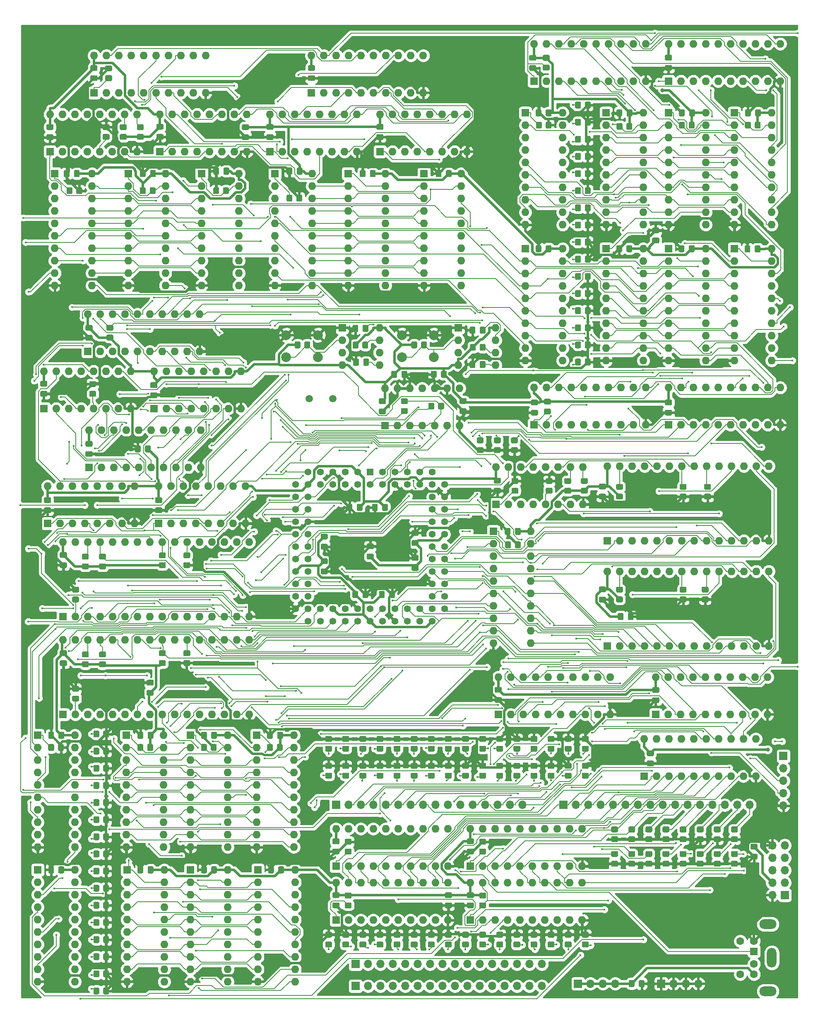
<source format=gbr>
%TF.GenerationSoftware,KiCad,Pcbnew,(5.1.10)-1*%
%TF.CreationDate,2022-03-07T13:42:18+08:00*%
%TF.ProjectId,MAX7000CPU-Gen2_5,4d415837-3030-4304-9350-552d47656e32,rev?*%
%TF.SameCoordinates,Original*%
%TF.FileFunction,Copper,L2,Bot*%
%TF.FilePolarity,Positive*%
%FSLAX46Y46*%
G04 Gerber Fmt 4.6, Leading zero omitted, Abs format (unit mm)*
G04 Created by KiCad (PCBNEW (5.1.10)-1) date 2022-03-07 13:42:18*
%MOMM*%
%LPD*%
G01*
G04 APERTURE LIST*
%TA.AperFunction,ComponentPad*%
%ADD10O,1.700000X1.700000*%
%TD*%
%TA.AperFunction,ComponentPad*%
%ADD11R,1.700000X1.700000*%
%TD*%
%TA.AperFunction,ComponentPad*%
%ADD12C,1.500000*%
%TD*%
%TA.AperFunction,ComponentPad*%
%ADD13O,1.600000X1.600000*%
%TD*%
%TA.AperFunction,ComponentPad*%
%ADD14R,1.600000X1.600000*%
%TD*%
%TA.AperFunction,ComponentPad*%
%ADD15C,1.422400*%
%TD*%
%TA.AperFunction,ComponentPad*%
%ADD16R,1.422400X1.422400*%
%TD*%
%TA.AperFunction,ComponentPad*%
%ADD17C,2.000000*%
%TD*%
%TA.AperFunction,ComponentPad*%
%ADD18O,2.000000X4.000000*%
%TD*%
%TA.AperFunction,ComponentPad*%
%ADD19C,1.600000*%
%TD*%
%TA.AperFunction,ComponentPad*%
%ADD20O,3.500000X2.000000*%
%TD*%
%TA.AperFunction,ViaPad*%
%ADD21C,0.800000*%
%TD*%
%TA.AperFunction,ViaPad*%
%ADD22C,0.400000*%
%TD*%
%TA.AperFunction,Conductor*%
%ADD23C,0.500000*%
%TD*%
%TA.AperFunction,Conductor*%
%ADD24C,0.150000*%
%TD*%
%TA.AperFunction,Conductor*%
%ADD25C,0.254000*%
%TD*%
%TA.AperFunction,Conductor*%
%ADD26C,0.100000*%
%TD*%
G04 APERTURE END LIST*
%TO.P,R21,2*%
%TO.N,Net-(D3-Pad1)*%
%TA.AperFunction,SMDPad,CuDef*%
G36*
G01*
X-84049999Y-85100000D02*
X-84950001Y-85100000D01*
G75*
G02*
X-85200000Y-84850001I0J249999D01*
G01*
X-85200000Y-84149999D01*
G75*
G02*
X-84950001Y-83900000I249999J0D01*
G01*
X-84049999Y-83900000D01*
G75*
G02*
X-83800000Y-84149999I0J-249999D01*
G01*
X-83800000Y-84850001D01*
G75*
G02*
X-84049999Y-85100000I-249999J0D01*
G01*
G37*
%TD.AperFunction*%
%TO.P,R21,1*%
%TO.N,GND*%
%TA.AperFunction,SMDPad,CuDef*%
G36*
G01*
X-84049999Y-87100000D02*
X-84950001Y-87100000D01*
G75*
G02*
X-85200000Y-86850001I0J249999D01*
G01*
X-85200000Y-86149999D01*
G75*
G02*
X-84950001Y-85900000I249999J0D01*
G01*
X-84049999Y-85900000D01*
G75*
G02*
X-83800000Y-86149999I0J-249999D01*
G01*
X-83800000Y-86850001D01*
G75*
G02*
X-84049999Y-87100000I-249999J0D01*
G01*
G37*
%TD.AperFunction*%
%TD*%
%TO.P,R20,2*%
%TO.N,Net-(D2-Pad1)*%
%TA.AperFunction,SMDPad,CuDef*%
G36*
G01*
X-80549999Y-85100000D02*
X-81450001Y-85100000D01*
G75*
G02*
X-81700000Y-84850001I0J249999D01*
G01*
X-81700000Y-84149999D01*
G75*
G02*
X-81450001Y-83900000I249999J0D01*
G01*
X-80549999Y-83900000D01*
G75*
G02*
X-80300000Y-84149999I0J-249999D01*
G01*
X-80300000Y-84850001D01*
G75*
G02*
X-80549999Y-85100000I-249999J0D01*
G01*
G37*
%TD.AperFunction*%
%TO.P,R20,1*%
%TO.N,GND*%
%TA.AperFunction,SMDPad,CuDef*%
G36*
G01*
X-80549999Y-87100000D02*
X-81450001Y-87100000D01*
G75*
G02*
X-81700000Y-86850001I0J249999D01*
G01*
X-81700000Y-86149999D01*
G75*
G02*
X-81450001Y-85900000I249999J0D01*
G01*
X-80549999Y-85900000D01*
G75*
G02*
X-80300000Y-86149999I0J-249999D01*
G01*
X-80300000Y-86850001D01*
G75*
G02*
X-80549999Y-87100000I-249999J0D01*
G01*
G37*
%TD.AperFunction*%
%TD*%
%TO.P,R19,2*%
%TO.N,Net-(D1-Pad1)*%
%TA.AperFunction,SMDPad,CuDef*%
G36*
G01*
X-77049999Y-85100000D02*
X-77950001Y-85100000D01*
G75*
G02*
X-78200000Y-84850001I0J249999D01*
G01*
X-78200000Y-84149999D01*
G75*
G02*
X-77950001Y-83900000I249999J0D01*
G01*
X-77049999Y-83900000D01*
G75*
G02*
X-76800000Y-84149999I0J-249999D01*
G01*
X-76800000Y-84850001D01*
G75*
G02*
X-77049999Y-85100000I-249999J0D01*
G01*
G37*
%TD.AperFunction*%
%TO.P,R19,1*%
%TO.N,GND*%
%TA.AperFunction,SMDPad,CuDef*%
G36*
G01*
X-77049999Y-87100000D02*
X-77950001Y-87100000D01*
G75*
G02*
X-78200000Y-86850001I0J249999D01*
G01*
X-78200000Y-86149999D01*
G75*
G02*
X-77950001Y-85900000I249999J0D01*
G01*
X-77049999Y-85900000D01*
G75*
G02*
X-76800000Y-86149999I0J-249999D01*
G01*
X-76800000Y-86850001D01*
G75*
G02*
X-77049999Y-87100000I-249999J0D01*
G01*
G37*
%TD.AperFunction*%
%TD*%
D10*
%TO.P,J8,16*%
%TO.N,/Interface/PI15*%
X-71900000Y-191500000D03*
%TO.P,J8,15*%
%TO.N,/Interface/PI14*%
X-74440000Y-191500000D03*
%TO.P,J8,14*%
%TO.N,/Interface/PI13*%
X-76980000Y-191500000D03*
%TO.P,J8,13*%
%TO.N,/Interface/PI12*%
X-79520000Y-191500000D03*
%TO.P,J8,12*%
%TO.N,/Interface/PI11*%
X-82060000Y-191500000D03*
%TO.P,J8,11*%
%TO.N,/Interface/PI10*%
X-84600000Y-191500000D03*
%TO.P,J8,10*%
%TO.N,/Interface/PI9*%
X-87140000Y-191500000D03*
%TO.P,J8,9*%
%TO.N,/Interface/PI8*%
X-89680000Y-191500000D03*
%TO.P,J8,8*%
%TO.N,/Interface/PI7*%
X-92220000Y-191500000D03*
%TO.P,J8,7*%
%TO.N,/Interface/PI6*%
X-94760000Y-191500000D03*
%TO.P,J8,6*%
%TO.N,/Interface/PI5*%
X-97300000Y-191500000D03*
%TO.P,J8,5*%
%TO.N,/Interface/PI4*%
X-99840000Y-191500000D03*
%TO.P,J8,4*%
%TO.N,/Interface/PI3*%
X-102380000Y-191500000D03*
%TO.P,J8,3*%
%TO.N,/Interface/PI2*%
X-104920000Y-191500000D03*
%TO.P,J8,2*%
%TO.N,/Interface/PI1*%
X-107460000Y-191500000D03*
D11*
%TO.P,J8,1*%
%TO.N,/Interface/PI0*%
X-110000000Y-191500000D03*
%TD*%
D10*
%TO.P,J7,16*%
%TO.N,/Interface/PO15*%
X-71900000Y-196000000D03*
%TO.P,J7,15*%
%TO.N,/Interface/PO14*%
X-74440000Y-196000000D03*
%TO.P,J7,14*%
%TO.N,/Interface/PO13*%
X-76980000Y-196000000D03*
%TO.P,J7,13*%
%TO.N,/Interface/PO12*%
X-79520000Y-196000000D03*
%TO.P,J7,12*%
%TO.N,/Interface/PO11*%
X-82060000Y-196000000D03*
%TO.P,J7,11*%
%TO.N,/Interface/PO10*%
X-84600000Y-196000000D03*
%TO.P,J7,10*%
%TO.N,/Interface/PO9*%
X-87140000Y-196000000D03*
%TO.P,J7,9*%
%TO.N,/Interface/PO8*%
X-89680000Y-196000000D03*
%TO.P,J7,8*%
%TO.N,/Interface/PO7*%
X-92220000Y-196000000D03*
%TO.P,J7,7*%
%TO.N,/Interface/PO6*%
X-94760000Y-196000000D03*
%TO.P,J7,6*%
%TO.N,/Interface/PO5*%
X-97300000Y-196000000D03*
%TO.P,J7,5*%
%TO.N,/Interface/PO4*%
X-99840000Y-196000000D03*
%TO.P,J7,4*%
%TO.N,/Interface/PO3*%
X-102380000Y-196000000D03*
%TO.P,J7,3*%
%TO.N,/Interface/PO2*%
X-104920000Y-196000000D03*
%TO.P,J7,2*%
%TO.N,/Interface/PO1*%
X-107460000Y-196000000D03*
D11*
%TO.P,J7,1*%
%TO.N,/Interface/PO0*%
X-110000000Y-196000000D03*
%TD*%
D10*
%TO.P,J6,4*%
%TO.N,GND*%
X-39880000Y-195500000D03*
%TO.P,J6,3*%
X-42420000Y-195500000D03*
%TO.P,J6,2*%
X-44960000Y-195500000D03*
D11*
%TO.P,J6,1*%
X-47500000Y-195500000D03*
%TD*%
D10*
%TO.P,J4,4*%
%TO.N,+5V*%
X-56880000Y-195500000D03*
%TO.P,J4,3*%
X-59420000Y-195500000D03*
%TO.P,J4,2*%
X-61960000Y-195500000D03*
D11*
%TO.P,J4,1*%
X-64500000Y-195500000D03*
%TD*%
D10*
%TO.P,J3,16*%
%TO.N,/ALU/Ins15*%
X-75900000Y-159000000D03*
%TO.P,J3,15*%
%TO.N,/ALU/Ins14*%
X-78440000Y-159000000D03*
%TO.P,J3,14*%
%TO.N,/ALU/Ins13*%
X-80980000Y-159000000D03*
%TO.P,J3,13*%
%TO.N,/ALU/Ins12*%
X-83520000Y-159000000D03*
%TO.P,J3,12*%
%TO.N,/ALU/Ins11*%
X-86060000Y-159000000D03*
%TO.P,J3,11*%
%TO.N,/ALU/Ins10*%
X-88600000Y-159000000D03*
%TO.P,J3,10*%
%TO.N,/ALU/Ins9*%
X-91140000Y-159000000D03*
%TO.P,J3,9*%
%TO.N,/ALU/Ins8*%
X-93680000Y-159000000D03*
%TO.P,J3,8*%
%TO.N,/ALU/Ins7*%
X-96220000Y-159000000D03*
%TO.P,J3,7*%
%TO.N,/ALU/Ins6*%
X-98760000Y-159000000D03*
%TO.P,J3,6*%
%TO.N,/ALU/Ins5*%
X-101300000Y-159000000D03*
%TO.P,J3,5*%
%TO.N,/ALU/Ins4*%
X-103840000Y-159000000D03*
%TO.P,J3,4*%
%TO.N,/ALU/Ins3*%
X-106380000Y-159000000D03*
%TO.P,J3,3*%
%TO.N,/ALU/Ins2*%
X-108920000Y-159000000D03*
%TO.P,J3,2*%
%TO.N,/ALU/Ins1*%
X-111460000Y-159000000D03*
D11*
%TO.P,J3,1*%
%TO.N,/ALU/Ins0*%
X-114000000Y-159000000D03*
%TD*%
D10*
%TO.P,J2,16*%
%TO.N,/ALU/B15*%
X-29400000Y-159000000D03*
%TO.P,J2,15*%
%TO.N,/ALU/B14*%
X-31940000Y-159000000D03*
%TO.P,J2,14*%
%TO.N,/ALU/B13*%
X-34480000Y-159000000D03*
%TO.P,J2,13*%
%TO.N,/ALU/B12*%
X-37020000Y-159000000D03*
%TO.P,J2,12*%
%TO.N,/ALU/B11*%
X-39560000Y-159000000D03*
%TO.P,J2,11*%
%TO.N,/ALU/B10*%
X-42100000Y-159000000D03*
%TO.P,J2,10*%
%TO.N,/ALU/B9*%
X-44640000Y-159000000D03*
%TO.P,J2,9*%
%TO.N,/ALU/B8*%
X-47180000Y-159000000D03*
%TO.P,J2,8*%
%TO.N,/ALU/B7*%
X-49720000Y-159000000D03*
%TO.P,J2,7*%
%TO.N,/ALU/B6*%
X-52260000Y-159000000D03*
%TO.P,J2,6*%
%TO.N,/ALU/B5*%
X-54800000Y-159000000D03*
%TO.P,J2,5*%
%TO.N,/ALU/B4*%
X-57340000Y-159000000D03*
%TO.P,J2,4*%
%TO.N,/ALU/B3*%
X-59880000Y-159000000D03*
%TO.P,J2,3*%
%TO.N,/ALU/B2*%
X-62420000Y-159000000D03*
%TO.P,J2,2*%
%TO.N,/ALU/B1*%
X-64960000Y-159000000D03*
D11*
%TO.P,J2,1*%
%TO.N,/ALU/B0*%
X-67500000Y-159000000D03*
%TD*%
D12*
%TO.P,Y1,2*%
%TO.N,Net-(C78-Pad1)*%
X-114620000Y-76000000D03*
%TO.P,Y1,1*%
%TO.N,Net-(C77-Pad1)*%
X-119500000Y-76000000D03*
%TD*%
D13*
%TO.P,U55,16*%
%TO.N,+5V*%
X-150250000Y-93880000D03*
%TO.P,U55,8*%
%TO.N,GND*%
X-132470000Y-101500000D03*
%TO.P,U55,15*%
%TO.N,StackCount*%
X-147710000Y-93880000D03*
%TO.P,U55,7*%
%TO.N,N/C*%
X-135010000Y-101500000D03*
%TO.P,U55,14*%
%TO.N,Net-(U54-Pad8)*%
X-145170000Y-93880000D03*
%TO.P,U55,6*%
%TO.N,Net-(U54-Pad6)*%
X-137550000Y-101500000D03*
%TO.P,U55,13*%
%TO.N,/ALU/B14*%
X-142630000Y-93880000D03*
%TO.P,U55,5*%
%TO.N,Net-(U53-Pad7)*%
X-140090000Y-101500000D03*
%TO.P,U55,12*%
%TO.N,/ALU/B13*%
X-140090000Y-93880000D03*
%TO.P,U55,4*%
%TO.N,/ALU/B12*%
X-142630000Y-101500000D03*
%TO.P,U55,11*%
%TO.N,Net-(U54-Pad7)*%
X-137550000Y-93880000D03*
%TO.P,U55,3*%
%TO.N,/ALU/B15*%
X-145170000Y-101500000D03*
%TO.P,U55,10*%
%TO.N,StackCountDirection*%
X-135010000Y-93880000D03*
%TO.P,U55,2*%
%TO.N,Net-(U54-Pad9)*%
X-147710000Y-101500000D03*
%TO.P,U55,9*%
%TO.N,+5V*%
X-132470000Y-93880000D03*
D14*
%TO.P,U55,1*%
%TO.N,StackJump*%
X-150250000Y-101500000D03*
%TD*%
D13*
%TO.P,U54,20*%
%TO.N,+5V*%
X-164750000Y-58750000D03*
%TO.P,U54,10*%
%TO.N,GND*%
X-141890000Y-66370000D03*
%TO.P,U54,19*%
%TO.N,StackOutControl*%
X-162210000Y-58750000D03*
%TO.P,U54,9*%
%TO.N,Net-(U54-Pad9)*%
X-144430000Y-66370000D03*
%TO.P,U54,18*%
%TO.N,/Counter Module/RA8*%
X-159670000Y-58750000D03*
%TO.P,U54,8*%
%TO.N,Net-(U54-Pad8)*%
X-146970000Y-66370000D03*
%TO.P,U54,17*%
%TO.N,/Counter Module/RA9*%
X-157130000Y-58750000D03*
%TO.P,U54,7*%
%TO.N,Net-(U54-Pad7)*%
X-149510000Y-66370000D03*
%TO.P,U54,16*%
%TO.N,/Counter Module/RA10*%
X-154590000Y-58750000D03*
%TO.P,U54,6*%
%TO.N,Net-(U54-Pad6)*%
X-152050000Y-66370000D03*
%TO.P,U54,15*%
%TO.N,/Counter Module/RA11*%
X-152050000Y-58750000D03*
%TO.P,U54,5*%
%TO.N,Net-(U53-Pad2)*%
X-154590000Y-66370000D03*
%TO.P,U54,14*%
%TO.N,/Counter Module/RA12*%
X-149510000Y-58750000D03*
%TO.P,U54,4*%
%TO.N,Net-(U53-Pad14)*%
X-157130000Y-66370000D03*
%TO.P,U54,13*%
%TO.N,/Counter Module/RA13*%
X-146970000Y-58750000D03*
%TO.P,U54,3*%
%TO.N,Net-(U53-Pad11)*%
X-159670000Y-66370000D03*
%TO.P,U54,12*%
%TO.N,/Counter Module/RA14*%
X-144430000Y-58750000D03*
%TO.P,U54,2*%
%TO.N,Net-(U53-Pad6)*%
X-162210000Y-66370000D03*
%TO.P,U54,11*%
%TO.N,/Counter Module/RA15*%
X-141890000Y-58750000D03*
D14*
%TO.P,U54,1*%
%TO.N,StackOutControl*%
X-164750000Y-66370000D03*
%TD*%
D13*
%TO.P,U53,16*%
%TO.N,+5V*%
X-173000000Y-93880000D03*
%TO.P,U53,8*%
%TO.N,GND*%
X-155220000Y-101500000D03*
%TO.P,U53,15*%
%TO.N,StackCount*%
X-170460000Y-93880000D03*
%TO.P,U53,7*%
%TO.N,Net-(U53-Pad7)*%
X-157760000Y-101500000D03*
%TO.P,U53,14*%
%TO.N,Net-(U53-Pad14)*%
X-167920000Y-93880000D03*
%TO.P,U53,6*%
%TO.N,Net-(U53-Pad6)*%
X-160300000Y-101500000D03*
%TO.P,U53,13*%
%TO.N,/ALU/B10*%
X-165380000Y-93880000D03*
%TO.P,U53,5*%
%TO.N,Net-(U52-Pad7)*%
X-162840000Y-101500000D03*
%TO.P,U53,12*%
%TO.N,/ALU/B9*%
X-162840000Y-93880000D03*
%TO.P,U53,4*%
%TO.N,/ALU/B8*%
X-165380000Y-101500000D03*
%TO.P,U53,11*%
%TO.N,Net-(U53-Pad11)*%
X-160300000Y-93880000D03*
%TO.P,U53,3*%
%TO.N,/ALU/B11*%
X-167920000Y-101500000D03*
%TO.P,U53,10*%
%TO.N,StackCountDirection*%
X-157760000Y-93880000D03*
%TO.P,U53,2*%
%TO.N,Net-(U53-Pad2)*%
X-170460000Y-101500000D03*
%TO.P,U53,9*%
%TO.N,+5V*%
X-155220000Y-93880000D03*
D14*
%TO.P,U53,1*%
%TO.N,StackJump*%
X-173000000Y-101500000D03*
%TD*%
D13*
%TO.P,U52,16*%
%TO.N,+5V*%
X-151250000Y-70380000D03*
%TO.P,U52,8*%
%TO.N,GND*%
X-133470000Y-78000000D03*
%TO.P,U52,15*%
%TO.N,StackCount*%
X-148710000Y-70380000D03*
%TO.P,U52,7*%
%TO.N,Net-(U52-Pad7)*%
X-136010000Y-78000000D03*
%TO.P,U52,14*%
%TO.N,Net-(U51-Pad8)*%
X-146170000Y-70380000D03*
%TO.P,U52,6*%
%TO.N,Net-(U51-Pad6)*%
X-138550000Y-78000000D03*
%TO.P,U52,13*%
%TO.N,/ALU/B6*%
X-143630000Y-70380000D03*
%TO.P,U52,5*%
%TO.N,Net-(U50-Pad7)*%
X-141090000Y-78000000D03*
%TO.P,U52,12*%
%TO.N,/ALU/B5*%
X-141090000Y-70380000D03*
%TO.P,U52,4*%
%TO.N,/ALU/B4*%
X-143630000Y-78000000D03*
%TO.P,U52,11*%
%TO.N,Net-(U51-Pad7)*%
X-138550000Y-70380000D03*
%TO.P,U52,3*%
%TO.N,/ALU/B7*%
X-146170000Y-78000000D03*
%TO.P,U52,10*%
%TO.N,StackCountDirection*%
X-136010000Y-70380000D03*
%TO.P,U52,2*%
%TO.N,Net-(U51-Pad9)*%
X-148710000Y-78000000D03*
%TO.P,U52,9*%
%TO.N,+5V*%
X-133470000Y-70380000D03*
D14*
%TO.P,U52,1*%
%TO.N,StackJump*%
X-151250000Y-78000000D03*
%TD*%
D13*
%TO.P,U51,20*%
%TO.N,+5V*%
X-164500000Y-82380000D03*
%TO.P,U51,10*%
%TO.N,GND*%
X-141640000Y-90000000D03*
%TO.P,U51,19*%
%TO.N,StackOutControl*%
X-161960000Y-82380000D03*
%TO.P,U51,9*%
%TO.N,Net-(U51-Pad9)*%
X-144180000Y-90000000D03*
%TO.P,U51,18*%
%TO.N,/Counter Module/RA0*%
X-159420000Y-82380000D03*
%TO.P,U51,8*%
%TO.N,Net-(U51-Pad8)*%
X-146720000Y-90000000D03*
%TO.P,U51,17*%
%TO.N,/Counter Module/RA1*%
X-156880000Y-82380000D03*
%TO.P,U51,7*%
%TO.N,Net-(U51-Pad7)*%
X-149260000Y-90000000D03*
%TO.P,U51,16*%
%TO.N,/Counter Module/RA2*%
X-154340000Y-82380000D03*
%TO.P,U51,6*%
%TO.N,Net-(U51-Pad6)*%
X-151800000Y-90000000D03*
%TO.P,U51,15*%
%TO.N,/Counter Module/RA3*%
X-151800000Y-82380000D03*
%TO.P,U51,5*%
%TO.N,Net-(U50-Pad2)*%
X-154340000Y-90000000D03*
%TO.P,U51,14*%
%TO.N,/Counter Module/RA4*%
X-149260000Y-82380000D03*
%TO.P,U51,4*%
%TO.N,Net-(U50-Pad14)*%
X-156880000Y-90000000D03*
%TO.P,U51,13*%
%TO.N,/Counter Module/RA5*%
X-146720000Y-82380000D03*
%TO.P,U51,3*%
%TO.N,Net-(U50-Pad11)*%
X-159420000Y-90000000D03*
%TO.P,U51,12*%
%TO.N,/Counter Module/RA6*%
X-144180000Y-82380000D03*
%TO.P,U51,2*%
%TO.N,Net-(U50-Pad6)*%
X-161960000Y-90000000D03*
%TO.P,U51,11*%
%TO.N,/Counter Module/RA7*%
X-141640000Y-82380000D03*
D14*
%TO.P,U51,1*%
%TO.N,StackOutControl*%
X-164500000Y-90000000D03*
%TD*%
D13*
%TO.P,U50,16*%
%TO.N,+5V*%
X-173750000Y-70380000D03*
%TO.P,U50,8*%
%TO.N,GND*%
X-155970000Y-78000000D03*
%TO.P,U50,15*%
%TO.N,StackCount*%
X-171210000Y-70380000D03*
%TO.P,U50,7*%
%TO.N,Net-(U50-Pad7)*%
X-158510000Y-78000000D03*
%TO.P,U50,14*%
%TO.N,Net-(U50-Pad14)*%
X-168670000Y-70380000D03*
%TO.P,U50,6*%
%TO.N,Net-(U50-Pad6)*%
X-161050000Y-78000000D03*
%TO.P,U50,13*%
%TO.N,/ALU/B2*%
X-166130000Y-70380000D03*
%TO.P,U50,5*%
%TO.N,Net-(R149-Pad1)*%
X-163590000Y-78000000D03*
%TO.P,U50,12*%
%TO.N,/ALU/B1*%
X-163590000Y-70380000D03*
%TO.P,U50,4*%
%TO.N,/ALU/B0*%
X-166130000Y-78000000D03*
%TO.P,U50,11*%
%TO.N,Net-(U50-Pad11)*%
X-161050000Y-70380000D03*
%TO.P,U50,3*%
%TO.N,/ALU/B3*%
X-168670000Y-78000000D03*
%TO.P,U50,10*%
%TO.N,StackCountDirection*%
X-158510000Y-70380000D03*
%TO.P,U50,2*%
%TO.N,Net-(U50-Pad2)*%
X-171210000Y-78000000D03*
%TO.P,U50,9*%
%TO.N,+5V*%
X-155970000Y-70380000D03*
D14*
%TO.P,U50,1*%
%TO.N,StackJump*%
X-173750000Y-78000000D03*
%TD*%
D13*
%TO.P,U49,20*%
%TO.N,+5V*%
X-48600000Y-132880000D03*
%TO.P,U49,10*%
%TO.N,GND*%
X-25740000Y-140500000D03*
%TO.P,U49,19*%
%TO.N,ALU_Regs*%
X-46060000Y-132880000D03*
%TO.P,U49,9*%
%TO.N,/ALU/Ins7*%
X-28280000Y-140500000D03*
%TO.P,U49,18*%
%TO.N,MainAOutput*%
X-43520000Y-132880000D03*
%TO.P,U49,8*%
%TO.N,/ALU/Ins6*%
X-30820000Y-140500000D03*
%TO.P,U49,17*%
%TO.N,R1Output*%
X-40980000Y-132880000D03*
%TO.P,U49,7*%
%TO.N,/ALU/Ins5*%
X-33360000Y-140500000D03*
%TO.P,U49,16*%
%TO.N,JumpBufferAOutput*%
X-38440000Y-132880000D03*
%TO.P,U49,6*%
%TO.N,/ALU/Ins4*%
X-35900000Y-140500000D03*
%TO.P,U49,15*%
%TO.N,MemAddrAOutput*%
X-35900000Y-132880000D03*
%TO.P,U49,5*%
%TO.N,/ALU/Ins3*%
X-38440000Y-140500000D03*
%TO.P,U49,14*%
%TO.N,MainBOutput*%
X-33360000Y-132880000D03*
%TO.P,U49,4*%
%TO.N,/ALU/Ins2*%
X-40980000Y-140500000D03*
%TO.P,U49,13*%
%TO.N,R2Output*%
X-30820000Y-132880000D03*
%TO.P,U49,3*%
%TO.N,/ALU/Ins1*%
X-43520000Y-140500000D03*
%TO.P,U49,12*%
%TO.N,JumpBufferBOutput*%
X-28280000Y-132880000D03*
%TO.P,U49,2*%
%TO.N,/ALU/Ins0*%
X-46060000Y-140500000D03*
%TO.P,U49,11*%
%TO.N,MemAddrBOutput*%
X-25740000Y-132880000D03*
D14*
%TO.P,U49,1*%
%TO.N,ALU_Regs*%
X-48600000Y-140500000D03*
%TD*%
D13*
%TO.P,U48,20*%
%TO.N,+5V*%
X-80800000Y-132880000D03*
%TO.P,U48,10*%
%TO.N,GND*%
X-57940000Y-140500000D03*
%TO.P,U48,19*%
%TO.N,RegRead*%
X-78260000Y-132880000D03*
%TO.P,U48,9*%
%TO.N,/ALU/Ins7*%
X-60480000Y-140500000D03*
%TO.P,U48,18*%
%TO.N,MainRegReadControl*%
X-75720000Y-132880000D03*
%TO.P,U48,8*%
%TO.N,/ALU/Ins6*%
X-63020000Y-140500000D03*
%TO.P,U48,17*%
%TO.N,R1ReadControl*%
X-73180000Y-132880000D03*
%TO.P,U48,7*%
%TO.N,/ALU/Ins5*%
X-65560000Y-140500000D03*
%TO.P,U48,16*%
%TO.N,R2ReadControl*%
X-70640000Y-132880000D03*
%TO.P,U48,6*%
%TO.N,/ALU/Ins4*%
X-68100000Y-140500000D03*
%TO.P,U48,15*%
%TO.N,JumpRegLoad*%
X-68100000Y-132880000D03*
%TO.P,U48,5*%
%TO.N,/ALU/Ins3*%
X-70640000Y-140500000D03*
%TO.P,U48,14*%
%TO.N,StackJump*%
X-65560000Y-132880000D03*
%TO.P,U48,4*%
%TO.N,/ALU/Ins2*%
X-73180000Y-140500000D03*
%TO.P,U48,13*%
%TO.N,Ram_Addr_Read*%
X-63020000Y-132880000D03*
%TO.P,U48,3*%
%TO.N,/ALU/Ins1*%
X-75720000Y-140500000D03*
%TO.P,U48,12*%
%TO.N,PortCRead*%
X-60480000Y-132880000D03*
%TO.P,U48,2*%
%TO.N,/ALU/Ins0*%
X-78260000Y-140500000D03*
%TO.P,U48,11*%
%TO.N,PortDRead*%
X-57940000Y-132880000D03*
D14*
%TO.P,U48,1*%
%TO.N,RegRead*%
X-80800000Y-140500000D03*
%TD*%
D13*
%TO.P,U47,28*%
%TO.N,+5V*%
X-58500000Y-89760000D03*
%TO.P,U47,14*%
%TO.N,GND*%
X-25480000Y-105000000D03*
%TO.P,U47,27*%
%TO.N,Net-(R148-Pad1)*%
X-55960000Y-89760000D03*
%TO.P,U47,13*%
%TO.N,StackCountDirection*%
X-28020000Y-105000000D03*
%TO.P,U47,26*%
%TO.N,N/C*%
X-53420000Y-89760000D03*
%TO.P,U47,12*%
%TO.N,StackCount*%
X-30560000Y-105000000D03*
%TO.P,U47,25*%
%TO.N,/Counter Module/State0*%
X-50880000Y-89760000D03*
%TO.P,U47,11*%
%TO.N,StackOutControl*%
X-33100000Y-105000000D03*
%TO.P,U47,24*%
%TO.N,/Counter Module/State1*%
X-48340000Y-89760000D03*
%TO.P,U47,10*%
%TO.N,/ALU/Ins8*%
X-35640000Y-105000000D03*
%TO.P,U47,23*%
%TO.N,EqualFlag*%
X-45800000Y-89760000D03*
%TO.P,U47,9*%
%TO.N,/ALU/Ins9*%
X-38180000Y-105000000D03*
%TO.P,U47,22*%
%TO.N,Net-(R146-Pad1)*%
X-43260000Y-89760000D03*
%TO.P,U47,8*%
%TO.N,/ALU/Ins10*%
X-40720000Y-105000000D03*
%TO.P,U47,21*%
%TO.N,/Counter Module/State2*%
X-40720000Y-89760000D03*
%TO.P,U47,7*%
%TO.N,/ALU/Ins11*%
X-43260000Y-105000000D03*
%TO.P,U47,20*%
%TO.N,Net-(R144-Pad1)*%
X-38180000Y-89760000D03*
%TO.P,U47,6*%
%TO.N,/ALU/Ins12*%
X-45800000Y-105000000D03*
%TO.P,U47,19*%
%TO.N,RegRead*%
X-35640000Y-89760000D03*
%TO.P,U47,5*%
%TO.N,/ALU/Ins13*%
X-48340000Y-105000000D03*
%TO.P,U47,18*%
%TO.N,ALU_Regs*%
X-33100000Y-89760000D03*
%TO.P,U47,4*%
%TO.N,/ALU/Ins14*%
X-50880000Y-105000000D03*
%TO.P,U47,17*%
%TO.N,PortBLatch*%
X-30560000Y-89760000D03*
%TO.P,U47,3*%
%TO.N,/ALU/Ins15*%
X-53420000Y-105000000D03*
%TO.P,U47,16*%
%TO.N,PortALatch*%
X-28020000Y-89760000D03*
%TO.P,U47,2*%
%TO.N,OverflowFlag*%
X-55960000Y-105000000D03*
%TO.P,U47,15*%
%TO.N,MainRegOutputControl*%
X-25480000Y-89760000D03*
D14*
%TO.P,U47,1*%
%TO.N,N/C*%
X-58500000Y-105000000D03*
%TD*%
D13*
%TO.P,U46,28*%
%TO.N,+5V*%
X-58500000Y-111260000D03*
%TO.P,U46,14*%
%TO.N,GND*%
X-25480000Y-126500000D03*
%TO.P,U46,27*%
%TO.N,Net-(R147-Pad1)*%
X-55960000Y-111260000D03*
%TO.P,U46,13*%
%TO.N,Count*%
X-28020000Y-126500000D03*
%TO.P,U46,26*%
%TO.N,N/C*%
X-53420000Y-111260000D03*
%TO.P,U46,12*%
%TO.N,CounterOutControl*%
X-30560000Y-126500000D03*
%TO.P,U46,25*%
%TO.N,/Counter Module/State0*%
X-50880000Y-111260000D03*
%TO.P,U46,11*%
%TO.N,InsRegControl*%
X-33100000Y-126500000D03*
%TO.P,U46,24*%
%TO.N,/Counter Module/State1*%
X-48340000Y-111260000D03*
%TO.P,U46,10*%
%TO.N,/ALU/Ins8*%
X-35640000Y-126500000D03*
%TO.P,U46,23*%
%TO.N,EqualFlag*%
X-45800000Y-111260000D03*
%TO.P,U46,9*%
%TO.N,/ALU/Ins9*%
X-38180000Y-126500000D03*
%TO.P,U46,22*%
%TO.N,Net-(R145-Pad1)*%
X-43260000Y-111260000D03*
%TO.P,U46,8*%
%TO.N,/ALU/Ins10*%
X-40720000Y-126500000D03*
%TO.P,U46,21*%
%TO.N,/Counter Module/State2*%
X-40720000Y-111260000D03*
%TO.P,U46,7*%
%TO.N,/ALU/Ins11*%
X-43260000Y-126500000D03*
%TO.P,U46,20*%
%TO.N,Net-(R143-Pad1)*%
X-38180000Y-111260000D03*
%TO.P,U46,6*%
%TO.N,/ALU/Ins12*%
X-45800000Y-126500000D03*
%TO.P,U46,19*%
%TO.N,RAM_Addr_Enable*%
X-35640000Y-111260000D03*
%TO.P,U46,5*%
%TO.N,/ALU/Ins13*%
X-48340000Y-126500000D03*
%TO.P,U46,18*%
%TO.N,JumpEnable*%
X-33100000Y-111260000D03*
%TO.P,U46,4*%
%TO.N,/ALU/Ins14*%
X-50880000Y-126500000D03*
%TO.P,U46,17*%
%TO.N,MemWriteControlL*%
X-30560000Y-111260000D03*
%TO.P,U46,3*%
%TO.N,/ALU/Ins15*%
X-53420000Y-126500000D03*
%TO.P,U46,16*%
%TO.N,MemWriteControlH*%
X-28020000Y-111260000D03*
%TO.P,U46,2*%
%TO.N,OverflowFlag*%
X-55960000Y-126500000D03*
%TO.P,U46,15*%
%TO.N,MemOutEnable*%
X-25480000Y-111260000D03*
D14*
%TO.P,U46,1*%
%TO.N,N/C*%
X-58500000Y-126500000D03*
%TD*%
D15*
%TO.P,U45,72*%
%TO.N,GND*%
X-91760000Y-96080000D03*
%TO.P,U45,70*%
%TO.N,/ALU/r_B12*%
X-91760000Y-98620000D03*
%TO.P,U45,68*%
%TO.N,/ALU/r_B14*%
X-91760000Y-101160000D03*
%TO.P,U45,66*%
%TO.N,+5V*%
X-91760000Y-103700000D03*
%TO.P,U45,64*%
%TO.N,OverflowFlag*%
X-91760000Y-106240000D03*
%TO.P,U45,62*%
%TO.N,TCK*%
X-91760000Y-108780000D03*
%TO.P,U45,60*%
%TO.N,/ALU/Ins12*%
X-91760000Y-111320000D03*
%TO.P,U45,58*%
%TO.N,/ALU/Ins11*%
X-91760000Y-113860000D03*
%TO.P,U45,56*%
%TO.N,/ALU/Ins9*%
X-91760000Y-116400000D03*
%TO.P,U45,54*%
%TO.N,I2CCLK*%
X-91760000Y-118940000D03*
%TO.P,U45,73*%
%TO.N,/ALU/r_B11*%
X-94300000Y-96080000D03*
%TO.P,U45,71*%
%TO.N,TDO*%
X-94300000Y-98620000D03*
%TO.P,U45,69*%
%TO.N,/ALU/r_B13*%
X-94300000Y-101160000D03*
%TO.P,U45,67*%
%TO.N,/ALU/r_B15*%
X-94300000Y-103700000D03*
%TO.P,U45,65*%
%TO.N,EqualFlag*%
X-94300000Y-106240000D03*
%TO.P,U45,63*%
%TO.N,ALU_Regs*%
X-94300000Y-108780000D03*
%TO.P,U45,61*%
%TO.N,/ALU/Ins13*%
X-94300000Y-111320000D03*
%TO.P,U45,59*%
%TO.N,GND*%
X-94300000Y-113860000D03*
%TO.P,U45,57*%
%TO.N,/ALU/Ins10*%
X-94300000Y-116400000D03*
%TO.P,U45,55*%
%TO.N,/ALU/Ins8*%
X-94300000Y-118940000D03*
%TO.P,U45,53*%
%TO.N,+5V*%
X-94300000Y-121480000D03*
%TO.P,U45,51*%
%TO.N,I2CData*%
X-96840000Y-121480000D03*
%TO.P,U45,49*%
%TO.N,/ALU/B13*%
X-99380000Y-121480000D03*
%TO.P,U45,47*%
%TO.N,GND*%
X-101920000Y-121480000D03*
%TO.P,U45,45*%
%TO.N,/ALU/B10*%
X-104460000Y-121480000D03*
%TO.P,U45,43*%
%TO.N,+5V*%
X-107000000Y-121480000D03*
%TO.P,U45,41*%
%TO.N,/ALU/B8*%
X-109540000Y-121480000D03*
%TO.P,U45,39*%
%TO.N,/ALU/B6*%
X-112080000Y-121480000D03*
%TO.P,U45,37*%
%TO.N,/ALU/B5*%
X-114620000Y-121480000D03*
%TO.P,U45,35*%
%TO.N,/ALU/B3*%
X-117160000Y-121480000D03*
%TO.P,U45,33*%
%TO.N,/ALU/B1*%
X-119700000Y-121480000D03*
%TO.P,U45,52*%
%TO.N,/ALU/B15*%
X-96840000Y-118940000D03*
%TO.P,U45,50*%
%TO.N,/ALU/B14*%
X-99380000Y-118940000D03*
%TO.P,U45,48*%
%TO.N,/ALU/B12*%
X-101920000Y-118940000D03*
%TO.P,U45,46*%
%TO.N,/ALU/B11*%
X-104460000Y-118940000D03*
%TO.P,U45,44*%
%TO.N,/ALU/B9*%
X-107000000Y-118940000D03*
%TO.P,U45,42*%
%TO.N,GND*%
X-109540000Y-118940000D03*
%TO.P,U45,40*%
%TO.N,/ALU/B7*%
X-112080000Y-118940000D03*
%TO.P,U45,38*%
%TO.N,+5V*%
X-114620000Y-118940000D03*
%TO.P,U45,36*%
%TO.N,/ALU/B4*%
X-117160000Y-118940000D03*
%TO.P,U45,34*%
%TO.N,/ALU/B2*%
X-119700000Y-118940000D03*
%TO.P,U45,32*%
%TO.N,GND*%
X-122240000Y-118940000D03*
%TO.P,U45,30*%
%TO.N,/ALU/r_B4*%
X-122240000Y-116400000D03*
%TO.P,U45,28*%
%TO.N,/ALU/r_B2*%
X-122240000Y-113860000D03*
%TO.P,U45,26*%
%TO.N,+5V*%
X-122240000Y-111320000D03*
%TO.P,U45,24*%
%TO.N,/ALU/r_A15*%
X-122240000Y-108780000D03*
%TO.P,U45,22*%
%TO.N,/ALU/r_A14*%
X-122240000Y-106240000D03*
%TO.P,U45,20*%
%TO.N,/ALU/r_A12*%
X-122240000Y-103700000D03*
%TO.P,U45,18*%
%TO.N,/ALU/r_A11*%
X-122240000Y-101160000D03*
%TO.P,U45,16*%
%TO.N,/ALU/r_A9*%
X-122240000Y-98620000D03*
%TO.P,U45,14*%
%TO.N,TDI*%
X-122240000Y-96080000D03*
%TO.P,U45,12*%
%TO.N,/ALU/r_A7*%
X-122240000Y-93540000D03*
%TO.P,U45,31*%
%TO.N,/ALU/B0*%
X-119700000Y-116400000D03*
%TO.P,U45,29*%
%TO.N,/ALU/r_B3*%
X-119700000Y-113860000D03*
%TO.P,U45,27*%
%TO.N,/ALU/r_B1*%
X-119700000Y-111320000D03*
%TO.P,U45,25*%
%TO.N,/ALU/r_B0*%
X-119700000Y-108780000D03*
%TO.P,U45,23*%
%TO.N,TMS*%
X-119700000Y-106240000D03*
%TO.P,U45,21*%
%TO.N,/ALU/r_A13*%
X-119700000Y-103700000D03*
%TO.P,U45,19*%
%TO.N,GND*%
X-119700000Y-101160000D03*
%TO.P,U45,17*%
%TO.N,/ALU/r_A10*%
X-119700000Y-98620000D03*
%TO.P,U45,15*%
%TO.N,/ALU/r_A8*%
X-119700000Y-96080000D03*
%TO.P,U45,13*%
%TO.N,+5V*%
X-119700000Y-93540000D03*
%TO.P,U45,75*%
%TO.N,/ALU/r_B10*%
X-94300000Y-91000000D03*
%TO.P,U45,77*%
%TO.N,/ALU/r_B8*%
X-96840000Y-91000000D03*
%TO.P,U45,79*%
%TO.N,/ALU/r_B7*%
X-99380000Y-91000000D03*
%TO.P,U45,81*%
%TO.N,ProgramEnable*%
X-101920000Y-91000000D03*
%TO.P,U45,83*%
%TO.N,UserCLK*%
X-104460000Y-91000000D03*
%TO.P,U45,11*%
%TO.N,/ALU/r_A6*%
X-119700000Y-91000000D03*
%TO.P,U45,9*%
%TO.N,/ALU/r_A4*%
X-117160000Y-91000000D03*
%TO.P,U45,7*%
%TO.N,GND*%
X-114620000Y-91000000D03*
%TO.P,U45,5*%
%TO.N,/ALU/r_A1*%
X-112080000Y-91000000D03*
%TO.P,U45,3*%
%TO.N,+5V*%
X-109540000Y-91000000D03*
D16*
%TO.P,U45,1*%
%TO.N,CLK_Select*%
X-107000000Y-91000000D03*
D15*
%TO.P,U45,74*%
%TO.N,CLK*%
X-91760000Y-93540000D03*
%TO.P,U45,76*%
%TO.N,/ALU/r_B9*%
X-94300000Y-93540000D03*
%TO.P,U45,78*%
%TO.N,+5V*%
X-96840000Y-93540000D03*
%TO.P,U45,80*%
%TO.N,/ALU/r_B6*%
X-99380000Y-93540000D03*
%TO.P,U45,82*%
%TO.N,GND*%
X-101920000Y-93540000D03*
%TO.P,U45,84*%
%TO.N,/ALU/r_B5*%
X-104460000Y-93540000D03*
%TO.P,U45,10*%
%TO.N,/ALU/r_A5*%
X-117160000Y-93540000D03*
%TO.P,U45,8*%
%TO.N,/ALU/r_A3*%
X-114620000Y-93540000D03*
%TO.P,U45,6*%
%TO.N,/ALU/r_A2*%
X-112080000Y-93540000D03*
%TO.P,U45,4*%
%TO.N,/ALU/r_A0*%
X-109540000Y-93540000D03*
%TO.P,U45,2*%
%TO.N,FastCLK*%
X-107000000Y-93540000D03*
%TD*%
D13*
%TO.P,U44,20*%
%TO.N,+5V*%
X-38380000Y-45350000D03*
%TO.P,U44,10*%
%TO.N,GND*%
X-46000000Y-68210000D03*
%TO.P,U44,19*%
%TO.N,MainAOutput*%
X-38380000Y-47890000D03*
%TO.P,U44,9*%
%TO.N,/Registers/MR15*%
X-46000000Y-65670000D03*
%TO.P,U44,18*%
%TO.N,/Registers/rA8*%
X-38380000Y-50430000D03*
%TO.P,U44,8*%
%TO.N,/Registers/MR14*%
X-46000000Y-63130000D03*
%TO.P,U44,17*%
%TO.N,/Registers/rA9*%
X-38380000Y-52970000D03*
%TO.P,U44,7*%
%TO.N,/Registers/MR13*%
X-46000000Y-60590000D03*
%TO.P,U44,16*%
%TO.N,/Registers/rA10*%
X-38380000Y-55510000D03*
%TO.P,U44,6*%
%TO.N,/Registers/MR12*%
X-46000000Y-58050000D03*
%TO.P,U44,15*%
%TO.N,/Registers/rA11*%
X-38380000Y-58050000D03*
%TO.P,U44,5*%
%TO.N,/Registers/MR11*%
X-46000000Y-55510000D03*
%TO.P,U44,14*%
%TO.N,/Registers/rA12*%
X-38380000Y-60590000D03*
%TO.P,U44,4*%
%TO.N,/Registers/MR10*%
X-46000000Y-52970000D03*
%TO.P,U44,13*%
%TO.N,/Registers/rA13*%
X-38380000Y-63130000D03*
%TO.P,U44,3*%
%TO.N,/Registers/MR9*%
X-46000000Y-50430000D03*
%TO.P,U44,12*%
%TO.N,/Registers/rA14*%
X-38380000Y-65670000D03*
%TO.P,U44,2*%
%TO.N,/Registers/MR8*%
X-46000000Y-47890000D03*
%TO.P,U44,11*%
%TO.N,/Registers/rA15*%
X-38380000Y-68210000D03*
D14*
%TO.P,U44,1*%
%TO.N,MainAOutput*%
X-46000000Y-45350000D03*
%TD*%
D13*
%TO.P,U43,20*%
%TO.N,+5V*%
X-38380000Y-17600000D03*
%TO.P,U43,10*%
%TO.N,GND*%
X-46000000Y-40460000D03*
%TO.P,U43,19*%
%TO.N,MainAOutput*%
X-38380000Y-20140000D03*
%TO.P,U43,9*%
%TO.N,/Registers/MR7*%
X-46000000Y-37920000D03*
%TO.P,U43,18*%
%TO.N,/Registers/rA0*%
X-38380000Y-22680000D03*
%TO.P,U43,8*%
%TO.N,/Registers/MR6*%
X-46000000Y-35380000D03*
%TO.P,U43,17*%
%TO.N,/Registers/rA1*%
X-38380000Y-25220000D03*
%TO.P,U43,7*%
%TO.N,/Registers/MR5*%
X-46000000Y-32840000D03*
%TO.P,U43,16*%
%TO.N,/Registers/rA2*%
X-38380000Y-27760000D03*
%TO.P,U43,6*%
%TO.N,/Registers/MR4*%
X-46000000Y-30300000D03*
%TO.P,U43,15*%
%TO.N,/Registers/rA3*%
X-38380000Y-30300000D03*
%TO.P,U43,5*%
%TO.N,/Registers/MR3*%
X-46000000Y-27760000D03*
%TO.P,U43,14*%
%TO.N,/Registers/rA4*%
X-38380000Y-32840000D03*
%TO.P,U43,4*%
%TO.N,/Registers/MR2*%
X-46000000Y-25220000D03*
%TO.P,U43,13*%
%TO.N,/Registers/rA5*%
X-38380000Y-35380000D03*
%TO.P,U43,3*%
%TO.N,/Registers/MR1*%
X-46000000Y-22680000D03*
%TO.P,U43,12*%
%TO.N,/Registers/rA6*%
X-38380000Y-37920000D03*
%TO.P,U43,2*%
%TO.N,/Registers/MR0*%
X-46000000Y-20140000D03*
%TO.P,U43,11*%
%TO.N,/Registers/rA7*%
X-38380000Y-40460000D03*
D14*
%TO.P,U43,1*%
%TO.N,MainAOutput*%
X-46000000Y-17600000D03*
%TD*%
D13*
%TO.P,U42,20*%
%TO.N,+5V*%
X-51130000Y-45350000D03*
%TO.P,U42,10*%
%TO.N,GND*%
X-58750000Y-68210000D03*
%TO.P,U42,19*%
%TO.N,MainRegOutputControl*%
X-51130000Y-47890000D03*
%TO.P,U42,9*%
%TO.N,/Registers/MR15*%
X-58750000Y-65670000D03*
%TO.P,U42,18*%
%TO.N,/ALU/B8*%
X-51130000Y-50430000D03*
%TO.P,U42,8*%
%TO.N,/Registers/MR14*%
X-58750000Y-63130000D03*
%TO.P,U42,17*%
%TO.N,/ALU/B9*%
X-51130000Y-52970000D03*
%TO.P,U42,7*%
%TO.N,/Registers/MR13*%
X-58750000Y-60590000D03*
%TO.P,U42,16*%
%TO.N,/ALU/B10*%
X-51130000Y-55510000D03*
%TO.P,U42,6*%
%TO.N,/Registers/MR12*%
X-58750000Y-58050000D03*
%TO.P,U42,15*%
%TO.N,/ALU/B11*%
X-51130000Y-58050000D03*
%TO.P,U42,5*%
%TO.N,/Registers/MR11*%
X-58750000Y-55510000D03*
%TO.P,U42,14*%
%TO.N,/ALU/B12*%
X-51130000Y-60590000D03*
%TO.P,U42,4*%
%TO.N,/Registers/MR10*%
X-58750000Y-52970000D03*
%TO.P,U42,13*%
%TO.N,/ALU/B13*%
X-51130000Y-63130000D03*
%TO.P,U42,3*%
%TO.N,/Registers/MR9*%
X-58750000Y-50430000D03*
%TO.P,U42,12*%
%TO.N,/ALU/B14*%
X-51130000Y-65670000D03*
%TO.P,U42,2*%
%TO.N,/Registers/MR8*%
X-58750000Y-47890000D03*
%TO.P,U42,11*%
%TO.N,/ALU/B15*%
X-51130000Y-68210000D03*
D14*
%TO.P,U42,1*%
%TO.N,MainRegOutputControl*%
X-58750000Y-45350000D03*
%TD*%
D13*
%TO.P,U41,20*%
%TO.N,+5V*%
X-51130000Y-17600000D03*
%TO.P,U41,10*%
%TO.N,GND*%
X-58750000Y-40460000D03*
%TO.P,U41,19*%
%TO.N,MainRegOutputControl*%
X-51130000Y-20140000D03*
%TO.P,U41,9*%
%TO.N,/Registers/MR7*%
X-58750000Y-37920000D03*
%TO.P,U41,18*%
%TO.N,/ALU/B0*%
X-51130000Y-22680000D03*
%TO.P,U41,8*%
%TO.N,/Registers/MR6*%
X-58750000Y-35380000D03*
%TO.P,U41,17*%
%TO.N,/ALU/B1*%
X-51130000Y-25220000D03*
%TO.P,U41,7*%
%TO.N,/Registers/MR5*%
X-58750000Y-32840000D03*
%TO.P,U41,16*%
%TO.N,/ALU/B2*%
X-51130000Y-27760000D03*
%TO.P,U41,6*%
%TO.N,/Registers/MR4*%
X-58750000Y-30300000D03*
%TO.P,U41,15*%
%TO.N,/ALU/B3*%
X-51130000Y-30300000D03*
%TO.P,U41,5*%
%TO.N,/Registers/MR3*%
X-58750000Y-27760000D03*
%TO.P,U41,14*%
%TO.N,/ALU/B4*%
X-51130000Y-32840000D03*
%TO.P,U41,4*%
%TO.N,/Registers/MR2*%
X-58750000Y-25220000D03*
%TO.P,U41,13*%
%TO.N,/ALU/B5*%
X-51130000Y-35380000D03*
%TO.P,U41,3*%
%TO.N,/Registers/MR1*%
X-58750000Y-22680000D03*
%TO.P,U41,12*%
%TO.N,/ALU/B6*%
X-51130000Y-37920000D03*
%TO.P,U41,2*%
%TO.N,/Registers/MR0*%
X-58750000Y-20140000D03*
%TO.P,U41,11*%
%TO.N,/ALU/B7*%
X-51130000Y-40460000D03*
D14*
%TO.P,U41,1*%
%TO.N,MainRegOutputControl*%
X-58750000Y-17600000D03*
%TD*%
D13*
%TO.P,U40,20*%
%TO.N,+5V*%
X-74180000Y-103100000D03*
%TO.P,U40,10*%
%TO.N,GND*%
X-81800000Y-125960000D03*
%TO.P,U40,19*%
%TO.N,/ALU/Ins8*%
X-74180000Y-105640000D03*
%TO.P,U40,9*%
%TO.N,/ALU/B15*%
X-81800000Y-123420000D03*
%TO.P,U40,18*%
%TO.N,/ALU/Ins9*%
X-74180000Y-108180000D03*
%TO.P,U40,8*%
%TO.N,/ALU/B14*%
X-81800000Y-120880000D03*
%TO.P,U40,17*%
%TO.N,/ALU/Ins10*%
X-74180000Y-110720000D03*
%TO.P,U40,7*%
%TO.N,/ALU/B13*%
X-81800000Y-118340000D03*
%TO.P,U40,16*%
%TO.N,/ALU/Ins11*%
X-74180000Y-113260000D03*
%TO.P,U40,6*%
%TO.N,/ALU/B12*%
X-81800000Y-115800000D03*
%TO.P,U40,15*%
%TO.N,/ALU/Ins12*%
X-74180000Y-115800000D03*
%TO.P,U40,5*%
%TO.N,/ALU/B11*%
X-81800000Y-113260000D03*
%TO.P,U40,14*%
%TO.N,/ALU/Ins13*%
X-74180000Y-118340000D03*
%TO.P,U40,4*%
%TO.N,/ALU/B10*%
X-81800000Y-110720000D03*
%TO.P,U40,13*%
%TO.N,/ALU/Ins14*%
X-74180000Y-120880000D03*
%TO.P,U40,3*%
%TO.N,/ALU/B9*%
X-81800000Y-108180000D03*
%TO.P,U40,12*%
%TO.N,/ALU/Ins15*%
X-74180000Y-123420000D03*
%TO.P,U40,2*%
%TO.N,/ALU/B8*%
X-81800000Y-105640000D03*
%TO.P,U40,11*%
%TO.N,InsRegControl*%
X-74180000Y-125960000D03*
D14*
%TO.P,U40,1*%
%TO.N,ProgramEnable*%
X-81800000Y-103100000D03*
%TD*%
D13*
%TO.P,U39,20*%
%TO.N,+5V*%
X-46000000Y-3480000D03*
%TO.P,U39,10*%
%TO.N,GND*%
X-23140000Y-11100000D03*
%TO.P,U39,19*%
%TO.N,/Registers/rB8*%
X-43460000Y-3480000D03*
%TO.P,U39,9*%
%TO.N,/ALU/B15*%
X-25680000Y-11100000D03*
%TO.P,U39,18*%
%TO.N,/Registers/rB9*%
X-40920000Y-3480000D03*
%TO.P,U39,8*%
%TO.N,/ALU/B14*%
X-28220000Y-11100000D03*
%TO.P,U39,17*%
%TO.N,/Registers/rB10*%
X-38380000Y-3480000D03*
%TO.P,U39,7*%
%TO.N,/ALU/B13*%
X-30760000Y-11100000D03*
%TO.P,U39,16*%
%TO.N,/Registers/rB11*%
X-35840000Y-3480000D03*
%TO.P,U39,6*%
%TO.N,/ALU/B12*%
X-33300000Y-11100000D03*
%TO.P,U39,15*%
%TO.N,/Registers/rB12*%
X-33300000Y-3480000D03*
%TO.P,U39,5*%
%TO.N,/ALU/B11*%
X-35840000Y-11100000D03*
%TO.P,U39,14*%
%TO.N,/Registers/rB13*%
X-30760000Y-3480000D03*
%TO.P,U39,4*%
%TO.N,/ALU/B10*%
X-38380000Y-11100000D03*
%TO.P,U39,13*%
%TO.N,/Registers/rB14*%
X-28220000Y-3480000D03*
%TO.P,U39,3*%
%TO.N,/ALU/B9*%
X-40920000Y-11100000D03*
%TO.P,U39,12*%
%TO.N,/Registers/rB15*%
X-25680000Y-3480000D03*
%TO.P,U39,2*%
%TO.N,/ALU/B8*%
X-43460000Y-11100000D03*
%TO.P,U39,11*%
%TO.N,R2ReadControl*%
X-23140000Y-3480000D03*
D14*
%TO.P,U39,1*%
%TO.N,R2Output*%
X-46000000Y-11100000D03*
%TD*%
D13*
%TO.P,U38,20*%
%TO.N,+5V*%
X-46000000Y-73730000D03*
%TO.P,U38,10*%
%TO.N,GND*%
X-23140000Y-81350000D03*
%TO.P,U38,19*%
%TO.N,/Registers/rA8*%
X-43460000Y-73730000D03*
%TO.P,U38,9*%
%TO.N,/ALU/B15*%
X-25680000Y-81350000D03*
%TO.P,U38,18*%
%TO.N,/Registers/rA9*%
X-40920000Y-73730000D03*
%TO.P,U38,8*%
%TO.N,/ALU/B14*%
X-28220000Y-81350000D03*
%TO.P,U38,17*%
%TO.N,/Registers/rA10*%
X-38380000Y-73730000D03*
%TO.P,U38,7*%
%TO.N,/ALU/B13*%
X-30760000Y-81350000D03*
%TO.P,U38,16*%
%TO.N,/Registers/rA11*%
X-35840000Y-73730000D03*
%TO.P,U38,6*%
%TO.N,/ALU/B12*%
X-33300000Y-81350000D03*
%TO.P,U38,15*%
%TO.N,/Registers/rA12*%
X-33300000Y-73730000D03*
%TO.P,U38,5*%
%TO.N,/ALU/B11*%
X-35840000Y-81350000D03*
%TO.P,U38,14*%
%TO.N,/Registers/rA13*%
X-30760000Y-73730000D03*
%TO.P,U38,4*%
%TO.N,/ALU/B10*%
X-38380000Y-81350000D03*
%TO.P,U38,13*%
%TO.N,/Registers/rA14*%
X-28220000Y-73730000D03*
%TO.P,U38,3*%
%TO.N,/ALU/B9*%
X-40920000Y-81350000D03*
%TO.P,U38,12*%
%TO.N,/Registers/rA15*%
X-25680000Y-73730000D03*
%TO.P,U38,2*%
%TO.N,/ALU/B8*%
X-43460000Y-81350000D03*
%TO.P,U38,11*%
%TO.N,R1ReadControl*%
X-23140000Y-73730000D03*
D14*
%TO.P,U38,1*%
%TO.N,R1Output*%
X-46000000Y-81350000D03*
%TD*%
D13*
%TO.P,U37,20*%
%TO.N,+5V*%
X-67630000Y-45350000D03*
%TO.P,U37,10*%
%TO.N,GND*%
X-75250000Y-68210000D03*
%TO.P,U37,19*%
%TO.N,/Registers/MR8*%
X-67630000Y-47890000D03*
%TO.P,U37,9*%
%TO.N,/ALU/B15*%
X-75250000Y-65670000D03*
%TO.P,U37,18*%
%TO.N,/Registers/MR9*%
X-67630000Y-50430000D03*
%TO.P,U37,8*%
%TO.N,/ALU/B14*%
X-75250000Y-63130000D03*
%TO.P,U37,17*%
%TO.N,/Registers/MR10*%
X-67630000Y-52970000D03*
%TO.P,U37,7*%
%TO.N,/ALU/B13*%
X-75250000Y-60590000D03*
%TO.P,U37,16*%
%TO.N,/Registers/MR11*%
X-67630000Y-55510000D03*
%TO.P,U37,6*%
%TO.N,/ALU/B12*%
X-75250000Y-58050000D03*
%TO.P,U37,15*%
%TO.N,/Registers/MR12*%
X-67630000Y-58050000D03*
%TO.P,U37,5*%
%TO.N,/ALU/B11*%
X-75250000Y-55510000D03*
%TO.P,U37,14*%
%TO.N,/Registers/MR13*%
X-67630000Y-60590000D03*
%TO.P,U37,4*%
%TO.N,/ALU/B10*%
X-75250000Y-52970000D03*
%TO.P,U37,13*%
%TO.N,/Registers/MR14*%
X-67630000Y-63130000D03*
%TO.P,U37,3*%
%TO.N,/ALU/B9*%
X-75250000Y-50430000D03*
%TO.P,U37,12*%
%TO.N,/Registers/MR15*%
X-67630000Y-65670000D03*
%TO.P,U37,2*%
%TO.N,/ALU/B8*%
X-75250000Y-47890000D03*
%TO.P,U37,11*%
%TO.N,MainRegReadControl*%
X-67630000Y-68210000D03*
D14*
%TO.P,U37,1*%
%TO.N,Net-(R105-Pad1)*%
X-75250000Y-45350000D03*
%TD*%
D13*
%TO.P,U36,20*%
%TO.N,+5V*%
X-51000000Y-145500000D03*
%TO.P,U36,10*%
%TO.N,GND*%
X-28140000Y-153120000D03*
%TO.P,U36,19*%
%TO.N,/ALU/Ins0*%
X-48460000Y-145500000D03*
%TO.P,U36,9*%
%TO.N,/ALU/B7*%
X-30680000Y-153120000D03*
%TO.P,U36,18*%
%TO.N,/ALU/Ins1*%
X-45920000Y-145500000D03*
%TO.P,U36,8*%
%TO.N,/ALU/B6*%
X-33220000Y-153120000D03*
%TO.P,U36,17*%
%TO.N,/ALU/Ins2*%
X-43380000Y-145500000D03*
%TO.P,U36,7*%
%TO.N,/ALU/B5*%
X-35760000Y-153120000D03*
%TO.P,U36,16*%
%TO.N,/ALU/Ins3*%
X-40840000Y-145500000D03*
%TO.P,U36,6*%
%TO.N,/ALU/B4*%
X-38300000Y-153120000D03*
%TO.P,U36,15*%
%TO.N,/ALU/Ins4*%
X-38300000Y-145500000D03*
%TO.P,U36,5*%
%TO.N,/ALU/B3*%
X-40840000Y-153120000D03*
%TO.P,U36,14*%
%TO.N,/ALU/Ins5*%
X-35760000Y-145500000D03*
%TO.P,U36,4*%
%TO.N,/ALU/B2*%
X-43380000Y-153120000D03*
%TO.P,U36,13*%
%TO.N,/ALU/Ins6*%
X-33220000Y-145500000D03*
%TO.P,U36,3*%
%TO.N,/ALU/B1*%
X-45920000Y-153120000D03*
%TO.P,U36,12*%
%TO.N,/ALU/Ins7*%
X-30680000Y-145500000D03*
%TO.P,U36,2*%
%TO.N,/ALU/B0*%
X-48460000Y-153120000D03*
%TO.P,U36,11*%
%TO.N,InsRegControl*%
X-28140000Y-145500000D03*
D14*
%TO.P,U36,1*%
%TO.N,ProgramEnable*%
X-51000000Y-153120000D03*
%TD*%
D13*
%TO.P,U35,20*%
%TO.N,+5V*%
X-73500000Y-3480000D03*
%TO.P,U35,10*%
%TO.N,GND*%
X-50640000Y-11100000D03*
%TO.P,U35,19*%
%TO.N,/Registers/rB0*%
X-70960000Y-3480000D03*
%TO.P,U35,9*%
%TO.N,/ALU/B7*%
X-53180000Y-11100000D03*
%TO.P,U35,18*%
%TO.N,/Registers/rB1*%
X-68420000Y-3480000D03*
%TO.P,U35,8*%
%TO.N,/ALU/B6*%
X-55720000Y-11100000D03*
%TO.P,U35,17*%
%TO.N,/Registers/rB2*%
X-65880000Y-3480000D03*
%TO.P,U35,7*%
%TO.N,/ALU/B5*%
X-58260000Y-11100000D03*
%TO.P,U35,16*%
%TO.N,/Registers/rB3*%
X-63340000Y-3480000D03*
%TO.P,U35,6*%
%TO.N,/ALU/B4*%
X-60800000Y-11100000D03*
%TO.P,U35,15*%
%TO.N,/Registers/rB4*%
X-60800000Y-3480000D03*
%TO.P,U35,5*%
%TO.N,/ALU/B3*%
X-63340000Y-11100000D03*
%TO.P,U35,14*%
%TO.N,/Registers/rB5*%
X-58260000Y-3480000D03*
%TO.P,U35,4*%
%TO.N,/ALU/B2*%
X-65880000Y-11100000D03*
%TO.P,U35,13*%
%TO.N,/Registers/rB6*%
X-55720000Y-3480000D03*
%TO.P,U35,3*%
%TO.N,/ALU/B1*%
X-68420000Y-11100000D03*
%TO.P,U35,12*%
%TO.N,/Registers/rB7*%
X-53180000Y-3480000D03*
%TO.P,U35,2*%
%TO.N,/ALU/B0*%
X-70960000Y-11100000D03*
%TO.P,U35,11*%
%TO.N,R2ReadControl*%
X-50640000Y-3480000D03*
D14*
%TO.P,U35,1*%
%TO.N,R2Output*%
X-73500000Y-11100000D03*
%TD*%
D13*
%TO.P,U34,20*%
%TO.N,+5V*%
X-73500000Y-73730000D03*
%TO.P,U34,10*%
%TO.N,GND*%
X-50640000Y-81350000D03*
%TO.P,U34,19*%
%TO.N,/Registers/rA0*%
X-70960000Y-73730000D03*
%TO.P,U34,9*%
%TO.N,/ALU/B7*%
X-53180000Y-81350000D03*
%TO.P,U34,18*%
%TO.N,/Registers/rA1*%
X-68420000Y-73730000D03*
%TO.P,U34,8*%
%TO.N,/ALU/B6*%
X-55720000Y-81350000D03*
%TO.P,U34,17*%
%TO.N,/Registers/rA2*%
X-65880000Y-73730000D03*
%TO.P,U34,7*%
%TO.N,/ALU/B5*%
X-58260000Y-81350000D03*
%TO.P,U34,16*%
%TO.N,/Registers/rA3*%
X-63340000Y-73730000D03*
%TO.P,U34,6*%
%TO.N,/ALU/B4*%
X-60800000Y-81350000D03*
%TO.P,U34,15*%
%TO.N,/Registers/rA4*%
X-60800000Y-73730000D03*
%TO.P,U34,5*%
%TO.N,/ALU/B3*%
X-63340000Y-81350000D03*
%TO.P,U34,14*%
%TO.N,/Registers/rA5*%
X-58260000Y-73730000D03*
%TO.P,U34,4*%
%TO.N,/ALU/B2*%
X-65880000Y-81350000D03*
%TO.P,U34,13*%
%TO.N,/Registers/rA6*%
X-55720000Y-73730000D03*
%TO.P,U34,3*%
%TO.N,/ALU/B1*%
X-68420000Y-81350000D03*
%TO.P,U34,12*%
%TO.N,/Registers/rA7*%
X-53180000Y-73730000D03*
%TO.P,U34,2*%
%TO.N,/ALU/B0*%
X-70960000Y-81350000D03*
%TO.P,U34,11*%
%TO.N,R1ReadControl*%
X-50640000Y-73730000D03*
D14*
%TO.P,U34,1*%
%TO.N,R1Output*%
X-73500000Y-81350000D03*
%TD*%
D13*
%TO.P,U33,20*%
%TO.N,+5V*%
X-67630000Y-17600000D03*
%TO.P,U33,10*%
%TO.N,GND*%
X-75250000Y-40460000D03*
%TO.P,U33,19*%
%TO.N,/Registers/MR0*%
X-67630000Y-20140000D03*
%TO.P,U33,9*%
%TO.N,/ALU/B7*%
X-75250000Y-37920000D03*
%TO.P,U33,18*%
%TO.N,/Registers/MR1*%
X-67630000Y-22680000D03*
%TO.P,U33,8*%
%TO.N,/ALU/B6*%
X-75250000Y-35380000D03*
%TO.P,U33,17*%
%TO.N,/Registers/MR2*%
X-67630000Y-25220000D03*
%TO.P,U33,7*%
%TO.N,/ALU/B5*%
X-75250000Y-32840000D03*
%TO.P,U33,16*%
%TO.N,/Registers/MR3*%
X-67630000Y-27760000D03*
%TO.P,U33,6*%
%TO.N,/ALU/B4*%
X-75250000Y-30300000D03*
%TO.P,U33,15*%
%TO.N,/Registers/MR4*%
X-67630000Y-30300000D03*
%TO.P,U33,5*%
%TO.N,/ALU/B3*%
X-75250000Y-27760000D03*
%TO.P,U33,14*%
%TO.N,/Registers/MR5*%
X-67630000Y-32840000D03*
%TO.P,U33,4*%
%TO.N,/ALU/B2*%
X-75250000Y-25220000D03*
%TO.P,U33,13*%
%TO.N,/Registers/MR6*%
X-67630000Y-35380000D03*
%TO.P,U33,3*%
%TO.N,/ALU/B1*%
X-75250000Y-22680000D03*
%TO.P,U33,12*%
%TO.N,/Registers/MR7*%
X-67630000Y-37920000D03*
%TO.P,U33,2*%
%TO.N,/ALU/B0*%
X-75250000Y-20140000D03*
%TO.P,U33,11*%
%TO.N,MainRegReadControl*%
X-67630000Y-40460000D03*
D14*
%TO.P,U33,1*%
%TO.N,Net-(R105-Pad1)*%
X-75250000Y-17600000D03*
%TD*%
D13*
%TO.P,U32,20*%
%TO.N,+5V*%
X-24880000Y-45350000D03*
%TO.P,U32,10*%
%TO.N,GND*%
X-32500000Y-68210000D03*
%TO.P,U32,19*%
%TO.N,MainBOutput*%
X-24880000Y-47890000D03*
%TO.P,U32,9*%
%TO.N,/Registers/MR15*%
X-32500000Y-65670000D03*
%TO.P,U32,18*%
%TO.N,/Registers/rB8*%
X-24880000Y-50430000D03*
%TO.P,U32,8*%
%TO.N,/Registers/MR14*%
X-32500000Y-63130000D03*
%TO.P,U32,17*%
%TO.N,/Registers/rB9*%
X-24880000Y-52970000D03*
%TO.P,U32,7*%
%TO.N,/Registers/MR13*%
X-32500000Y-60590000D03*
%TO.P,U32,16*%
%TO.N,/Registers/rB10*%
X-24880000Y-55510000D03*
%TO.P,U32,6*%
%TO.N,/Registers/MR12*%
X-32500000Y-58050000D03*
%TO.P,U32,15*%
%TO.N,/Registers/rB11*%
X-24880000Y-58050000D03*
%TO.P,U32,5*%
%TO.N,/Registers/MR11*%
X-32500000Y-55510000D03*
%TO.P,U32,14*%
%TO.N,/Registers/rB12*%
X-24880000Y-60590000D03*
%TO.P,U32,4*%
%TO.N,/Registers/MR10*%
X-32500000Y-52970000D03*
%TO.P,U32,13*%
%TO.N,/Registers/rB13*%
X-24880000Y-63130000D03*
%TO.P,U32,3*%
%TO.N,/Registers/MR9*%
X-32500000Y-50430000D03*
%TO.P,U32,12*%
%TO.N,/Registers/rB14*%
X-24880000Y-65670000D03*
%TO.P,U32,2*%
%TO.N,/Registers/MR8*%
X-32500000Y-47890000D03*
%TO.P,U32,11*%
%TO.N,/Registers/rB15*%
X-24880000Y-68210000D03*
D14*
%TO.P,U32,1*%
%TO.N,MainBOutput*%
X-32500000Y-45350000D03*
%TD*%
D13*
%TO.P,U31,20*%
%TO.N,+5V*%
X-24880000Y-17600000D03*
%TO.P,U31,10*%
%TO.N,GND*%
X-32500000Y-40460000D03*
%TO.P,U31,19*%
%TO.N,MainBOutput*%
X-24880000Y-20140000D03*
%TO.P,U31,9*%
%TO.N,/Registers/MR7*%
X-32500000Y-37920000D03*
%TO.P,U31,18*%
%TO.N,/Registers/rB0*%
X-24880000Y-22680000D03*
%TO.P,U31,8*%
%TO.N,/Registers/MR6*%
X-32500000Y-35380000D03*
%TO.P,U31,17*%
%TO.N,/Registers/rB1*%
X-24880000Y-25220000D03*
%TO.P,U31,7*%
%TO.N,/Registers/MR5*%
X-32500000Y-32840000D03*
%TO.P,U31,16*%
%TO.N,/Registers/rB2*%
X-24880000Y-27760000D03*
%TO.P,U31,6*%
%TO.N,/Registers/MR4*%
X-32500000Y-30300000D03*
%TO.P,U31,15*%
%TO.N,/Registers/rB3*%
X-24880000Y-30300000D03*
%TO.P,U31,5*%
%TO.N,/Registers/MR3*%
X-32500000Y-27760000D03*
%TO.P,U31,14*%
%TO.N,/Registers/rB4*%
X-24880000Y-32840000D03*
%TO.P,U31,4*%
%TO.N,/Registers/MR2*%
X-32500000Y-25220000D03*
%TO.P,U31,13*%
%TO.N,/Registers/rB5*%
X-24880000Y-35380000D03*
%TO.P,U31,3*%
%TO.N,/Registers/MR1*%
X-32500000Y-22680000D03*
%TO.P,U31,12*%
%TO.N,/Registers/rB6*%
X-24880000Y-37920000D03*
%TO.P,U31,2*%
%TO.N,/Registers/MR0*%
X-32500000Y-20140000D03*
%TO.P,U31,11*%
%TO.N,/Registers/rB7*%
X-24880000Y-40460000D03*
D14*
%TO.P,U31,1*%
%TO.N,MainBOutput*%
X-32500000Y-17600000D03*
%TD*%
D13*
%TO.P,U30,20*%
%TO.N,+5V*%
X-136130000Y-172250000D03*
%TO.P,U30,10*%
%TO.N,GND*%
X-143750000Y-195110000D03*
%TO.P,U30,19*%
%TO.N,MemAddrBOutput*%
X-136130000Y-174790000D03*
%TO.P,U30,9*%
%TO.N,/Memory/MA15*%
X-143750000Y-192570000D03*
%TO.P,U30,18*%
%TO.N,/ALU/r_B8*%
X-136130000Y-177330000D03*
%TO.P,U30,8*%
%TO.N,/Memory/MA14*%
X-143750000Y-190030000D03*
%TO.P,U30,17*%
%TO.N,/ALU/r_B9*%
X-136130000Y-179870000D03*
%TO.P,U30,7*%
%TO.N,/Memory/MA13*%
X-143750000Y-187490000D03*
%TO.P,U30,16*%
%TO.N,/ALU/r_B10*%
X-136130000Y-182410000D03*
%TO.P,U30,6*%
%TO.N,/Memory/MA12*%
X-143750000Y-184950000D03*
%TO.P,U30,15*%
%TO.N,/ALU/r_B11*%
X-136130000Y-184950000D03*
%TO.P,U30,5*%
%TO.N,/Memory/MA11*%
X-143750000Y-182410000D03*
%TO.P,U30,14*%
%TO.N,/ALU/r_B12*%
X-136130000Y-187490000D03*
%TO.P,U30,4*%
%TO.N,/Memory/MA10*%
X-143750000Y-179870000D03*
%TO.P,U30,13*%
%TO.N,/ALU/r_B13*%
X-136130000Y-190030000D03*
%TO.P,U30,3*%
%TO.N,/Memory/MA9*%
X-143750000Y-177330000D03*
%TO.P,U30,12*%
%TO.N,/ALU/r_B14*%
X-136130000Y-192570000D03*
%TO.P,U30,2*%
%TO.N,/Memory/MA8*%
X-143750000Y-174790000D03*
%TO.P,U30,11*%
%TO.N,/ALU/r_B15*%
X-136130000Y-195110000D03*
D14*
%TO.P,U30,1*%
%TO.N,MemAddrBOutput*%
X-143750000Y-172250000D03*
%TD*%
D13*
%TO.P,U29,20*%
%TO.N,+5V*%
X-149130000Y-172250000D03*
%TO.P,U29,10*%
%TO.N,GND*%
X-156750000Y-195110000D03*
%TO.P,U29,19*%
%TO.N,MemAddrAOutput*%
X-149130000Y-174790000D03*
%TO.P,U29,9*%
%TO.N,/Memory/MA15*%
X-156750000Y-192570000D03*
%TO.P,U29,18*%
%TO.N,/ALU/r_A8*%
X-149130000Y-177330000D03*
%TO.P,U29,8*%
%TO.N,/Memory/MA14*%
X-156750000Y-190030000D03*
%TO.P,U29,17*%
%TO.N,/ALU/r_A9*%
X-149130000Y-179870000D03*
%TO.P,U29,7*%
%TO.N,/Memory/MA13*%
X-156750000Y-187490000D03*
%TO.P,U29,16*%
%TO.N,/ALU/r_A10*%
X-149130000Y-182410000D03*
%TO.P,U29,6*%
%TO.N,/Memory/MA12*%
X-156750000Y-184950000D03*
%TO.P,U29,15*%
%TO.N,/ALU/r_A11*%
X-149130000Y-184950000D03*
%TO.P,U29,5*%
%TO.N,/Memory/MA11*%
X-156750000Y-182410000D03*
%TO.P,U29,14*%
%TO.N,/ALU/r_A12*%
X-149130000Y-187490000D03*
%TO.P,U29,4*%
%TO.N,/Memory/MA10*%
X-156750000Y-179870000D03*
%TO.P,U29,13*%
%TO.N,/ALU/r_A13*%
X-149130000Y-190030000D03*
%TO.P,U29,3*%
%TO.N,/Memory/MA9*%
X-156750000Y-177330000D03*
%TO.P,U29,12*%
%TO.N,/ALU/r_A14*%
X-149130000Y-192570000D03*
%TO.P,U29,2*%
%TO.N,/Memory/MA8*%
X-156750000Y-174790000D03*
%TO.P,U29,11*%
%TO.N,/ALU/r_A15*%
X-149130000Y-195110000D03*
D14*
%TO.P,U29,1*%
%TO.N,MemAddrAOutput*%
X-156750000Y-172250000D03*
%TD*%
D13*
%TO.P,U28,20*%
%TO.N,+5V*%
X-122380000Y-172250000D03*
%TO.P,U28,10*%
%TO.N,GND*%
X-130000000Y-195110000D03*
%TO.P,U28,19*%
%TO.N,RAM_Addr_Enable*%
X-122380000Y-174790000D03*
%TO.P,U28,9*%
%TO.N,/Memory/MA15*%
X-130000000Y-192570000D03*
%TO.P,U28,18*%
%TO.N,/Counter Module/RA8*%
X-122380000Y-177330000D03*
%TO.P,U28,8*%
%TO.N,/Memory/MA14*%
X-130000000Y-190030000D03*
%TO.P,U28,17*%
%TO.N,/Counter Module/RA9*%
X-122380000Y-179870000D03*
%TO.P,U28,7*%
%TO.N,/Memory/MA13*%
X-130000000Y-187490000D03*
%TO.P,U28,16*%
%TO.N,/Counter Module/RA10*%
X-122380000Y-182410000D03*
%TO.P,U28,6*%
%TO.N,/Memory/MA12*%
X-130000000Y-184950000D03*
%TO.P,U28,15*%
%TO.N,/Counter Module/RA11*%
X-122380000Y-184950000D03*
%TO.P,U28,5*%
%TO.N,/Memory/MA11*%
X-130000000Y-182410000D03*
%TO.P,U28,14*%
%TO.N,/Counter Module/RA12*%
X-122380000Y-187490000D03*
%TO.P,U28,4*%
%TO.N,/Memory/MA10*%
X-130000000Y-179870000D03*
%TO.P,U28,13*%
%TO.N,/Counter Module/RA13*%
X-122380000Y-190030000D03*
%TO.P,U28,3*%
%TO.N,/Memory/MA9*%
X-130000000Y-177330000D03*
%TO.P,U28,12*%
%TO.N,/Counter Module/RA14*%
X-122380000Y-192570000D03*
%TO.P,U28,2*%
%TO.N,/Memory/MA8*%
X-130000000Y-174790000D03*
%TO.P,U28,11*%
%TO.N,/Counter Module/RA15*%
X-122380000Y-195110000D03*
D14*
%TO.P,U28,1*%
%TO.N,RAM_Addr_Enable*%
X-130000000Y-172250000D03*
%TD*%
D13*
%TO.P,U27,20*%
%TO.N,+5V*%
X-167380000Y-172250000D03*
%TO.P,U27,10*%
%TO.N,GND*%
X-175000000Y-195110000D03*
%TO.P,U27,19*%
%TO.N,/Memory/MA8*%
X-167380000Y-174790000D03*
%TO.P,U27,9*%
%TO.N,/ALU/B15*%
X-175000000Y-192570000D03*
%TO.P,U27,18*%
%TO.N,/Memory/MA9*%
X-167380000Y-177330000D03*
%TO.P,U27,8*%
%TO.N,/ALU/B14*%
X-175000000Y-190030000D03*
%TO.P,U27,17*%
%TO.N,/Memory/MA10*%
X-167380000Y-179870000D03*
%TO.P,U27,7*%
%TO.N,/ALU/B13*%
X-175000000Y-187490000D03*
%TO.P,U27,16*%
%TO.N,/Memory/MA11*%
X-167380000Y-182410000D03*
%TO.P,U27,6*%
%TO.N,/ALU/B12*%
X-175000000Y-184950000D03*
%TO.P,U27,15*%
%TO.N,/Memory/MA12*%
X-167380000Y-184950000D03*
%TO.P,U27,5*%
%TO.N,/ALU/B11*%
X-175000000Y-182410000D03*
%TO.P,U27,14*%
%TO.N,/Memory/MA13*%
X-167380000Y-187490000D03*
%TO.P,U27,4*%
%TO.N,/ALU/B10*%
X-175000000Y-179870000D03*
%TO.P,U27,13*%
%TO.N,/Memory/MA14*%
X-167380000Y-190030000D03*
%TO.P,U27,3*%
%TO.N,/ALU/B9*%
X-175000000Y-177330000D03*
%TO.P,U27,12*%
%TO.N,/Memory/MA15*%
X-167380000Y-192570000D03*
%TO.P,U27,2*%
%TO.N,/ALU/B8*%
X-175000000Y-174790000D03*
%TO.P,U27,11*%
%TO.N,Ram_Addr_Read*%
X-167380000Y-195110000D03*
D14*
%TO.P,U27,1*%
%TO.N,Net-(R82-Pad1)*%
X-175000000Y-172250000D03*
%TD*%
D13*
%TO.P,U26,32*%
%TO.N,+5V*%
X-169830000Y-125260000D03*
%TO.P,U26,16*%
%TO.N,GND*%
X-131730000Y-140500000D03*
%TO.P,U26,31*%
%TO.N,/Counter Module/RA10*%
X-167290000Y-125260000D03*
%TO.P,U26,15*%
%TO.N,/ALU/B10*%
X-134270000Y-140500000D03*
%TO.P,U26,30*%
%TO.N,Net-(R83-Pad1)*%
X-164750000Y-125260000D03*
%TO.P,U26,14*%
%TO.N,/ALU/B9*%
X-136810000Y-140500000D03*
%TO.P,U26,29*%
%TO.N,MemWriteControlH*%
X-162210000Y-125260000D03*
%TO.P,U26,13*%
%TO.N,/ALU/B8*%
X-139350000Y-140500000D03*
%TO.P,U26,28*%
%TO.N,/Counter Module/RA11*%
X-159670000Y-125260000D03*
%TO.P,U26,12*%
%TO.N,/Counter Module/RA9*%
X-141890000Y-140500000D03*
%TO.P,U26,27*%
%TO.N,/Counter Module/RA12*%
X-157130000Y-125260000D03*
%TO.P,U26,11*%
%TO.N,/Counter Module/RA8*%
X-144430000Y-140500000D03*
%TO.P,U26,26*%
%TO.N,/Counter Module/RA13*%
X-154590000Y-125260000D03*
%TO.P,U26,10*%
%TO.N,/Counter Module/RA7*%
X-146970000Y-140500000D03*
%TO.P,U26,25*%
%TO.N,/Counter Module/RA14*%
X-152050000Y-125260000D03*
%TO.P,U26,9*%
%TO.N,/Counter Module/RA6*%
X-149510000Y-140500000D03*
%TO.P,U26,24*%
%TO.N,MemOutEnable*%
X-149510000Y-125260000D03*
%TO.P,U26,8*%
%TO.N,/Counter Module/RA5*%
X-152050000Y-140500000D03*
%TO.P,U26,23*%
%TO.N,/Counter Module/RA15*%
X-146970000Y-125260000D03*
%TO.P,U26,7*%
%TO.N,/Counter Module/RA4*%
X-154590000Y-140500000D03*
%TO.P,U26,22*%
%TO.N,Net-(R86-Pad2)*%
X-144430000Y-125260000D03*
%TO.P,U26,6*%
%TO.N,/Counter Module/RA3*%
X-157130000Y-140500000D03*
%TO.P,U26,21*%
%TO.N,/ALU/B15*%
X-141890000Y-125260000D03*
%TO.P,U26,5*%
%TO.N,/Counter Module/RA2*%
X-159670000Y-140500000D03*
%TO.P,U26,20*%
%TO.N,/ALU/B14*%
X-139350000Y-125260000D03*
%TO.P,U26,4*%
%TO.N,/Counter Module/RA1*%
X-162210000Y-140500000D03*
%TO.P,U26,19*%
%TO.N,/ALU/B13*%
X-136810000Y-125260000D03*
%TO.P,U26,3*%
%TO.N,/Counter Module/RA0*%
X-164750000Y-140500000D03*
%TO.P,U26,18*%
%TO.N,/ALU/B12*%
X-134270000Y-125260000D03*
%TO.P,U26,2*%
%TO.N,Net-(R87-Pad2)*%
X-167290000Y-140500000D03*
%TO.P,U26,17*%
%TO.N,/ALU/B11*%
X-131730000Y-125260000D03*
D14*
%TO.P,U26,1*%
%TO.N,N/C*%
X-169830000Y-140500000D03*
%TD*%
D13*
%TO.P,U25,20*%
%TO.N,+5V*%
X-167380000Y-144750000D03*
%TO.P,U25,10*%
%TO.N,GND*%
X-175000000Y-167610000D03*
%TO.P,U25,19*%
%TO.N,/Memory/MA0*%
X-167380000Y-147290000D03*
%TO.P,U25,9*%
%TO.N,/ALU/B7*%
X-175000000Y-165070000D03*
%TO.P,U25,18*%
%TO.N,/Memory/MA1*%
X-167380000Y-149830000D03*
%TO.P,U25,8*%
%TO.N,/ALU/B6*%
X-175000000Y-162530000D03*
%TO.P,U25,17*%
%TO.N,/Memory/MA2*%
X-167380000Y-152370000D03*
%TO.P,U25,7*%
%TO.N,/ALU/B5*%
X-175000000Y-159990000D03*
%TO.P,U25,16*%
%TO.N,/Memory/MA3*%
X-167380000Y-154910000D03*
%TO.P,U25,6*%
%TO.N,/ALU/B4*%
X-175000000Y-157450000D03*
%TO.P,U25,15*%
%TO.N,/Memory/MA4*%
X-167380000Y-157450000D03*
%TO.P,U25,5*%
%TO.N,/ALU/B3*%
X-175000000Y-154910000D03*
%TO.P,U25,14*%
%TO.N,/Memory/MA5*%
X-167380000Y-159990000D03*
%TO.P,U25,4*%
%TO.N,/ALU/B2*%
X-175000000Y-152370000D03*
%TO.P,U25,13*%
%TO.N,/Memory/MA6*%
X-167380000Y-162530000D03*
%TO.P,U25,3*%
%TO.N,/ALU/B1*%
X-175000000Y-149830000D03*
%TO.P,U25,12*%
%TO.N,/Memory/MA7*%
X-167380000Y-165070000D03*
%TO.P,U25,2*%
%TO.N,/ALU/B0*%
X-175000000Y-147290000D03*
%TO.P,U25,11*%
%TO.N,Ram_Addr_Read*%
X-167380000Y-167610000D03*
D14*
%TO.P,U25,1*%
%TO.N,Net-(R82-Pad1)*%
X-175000000Y-144750000D03*
%TD*%
D13*
%TO.P,U24,20*%
%TO.N,+5V*%
X-136130000Y-144750000D03*
%TO.P,U24,10*%
%TO.N,GND*%
X-143750000Y-167610000D03*
%TO.P,U24,19*%
%TO.N,MemAddrBOutput*%
X-136130000Y-147290000D03*
%TO.P,U24,9*%
%TO.N,/Memory/MA7*%
X-143750000Y-165070000D03*
%TO.P,U24,18*%
%TO.N,/ALU/r_B0*%
X-136130000Y-149830000D03*
%TO.P,U24,8*%
%TO.N,/Memory/MA6*%
X-143750000Y-162530000D03*
%TO.P,U24,17*%
%TO.N,/ALU/r_B1*%
X-136130000Y-152370000D03*
%TO.P,U24,7*%
%TO.N,/Memory/MA5*%
X-143750000Y-159990000D03*
%TO.P,U24,16*%
%TO.N,/ALU/r_B2*%
X-136130000Y-154910000D03*
%TO.P,U24,6*%
%TO.N,/Memory/MA4*%
X-143750000Y-157450000D03*
%TO.P,U24,15*%
%TO.N,/ALU/r_B3*%
X-136130000Y-157450000D03*
%TO.P,U24,5*%
%TO.N,/Memory/MA3*%
X-143750000Y-154910000D03*
%TO.P,U24,14*%
%TO.N,/ALU/r_B4*%
X-136130000Y-159990000D03*
%TO.P,U24,4*%
%TO.N,/Memory/MA2*%
X-143750000Y-152370000D03*
%TO.P,U24,13*%
%TO.N,/ALU/r_B5*%
X-136130000Y-162530000D03*
%TO.P,U24,3*%
%TO.N,/Memory/MA1*%
X-143750000Y-149830000D03*
%TO.P,U24,12*%
%TO.N,/ALU/r_B6*%
X-136130000Y-165070000D03*
%TO.P,U24,2*%
%TO.N,/Memory/MA0*%
X-143750000Y-147290000D03*
%TO.P,U24,11*%
%TO.N,/ALU/r_B7*%
X-136130000Y-167610000D03*
D14*
%TO.P,U24,1*%
%TO.N,MemAddrBOutput*%
X-143750000Y-144750000D03*
%TD*%
D13*
%TO.P,U23,20*%
%TO.N,+5V*%
X-149230000Y-144750000D03*
%TO.P,U23,10*%
%TO.N,GND*%
X-156850000Y-167610000D03*
%TO.P,U23,19*%
%TO.N,MemAddrAOutput*%
X-149230000Y-147290000D03*
%TO.P,U23,9*%
%TO.N,/Memory/MA7*%
X-156850000Y-165070000D03*
%TO.P,U23,18*%
%TO.N,/ALU/r_A0*%
X-149230000Y-149830000D03*
%TO.P,U23,8*%
%TO.N,/Memory/MA6*%
X-156850000Y-162530000D03*
%TO.P,U23,17*%
%TO.N,/ALU/r_A1*%
X-149230000Y-152370000D03*
%TO.P,U23,7*%
%TO.N,/Memory/MA5*%
X-156850000Y-159990000D03*
%TO.P,U23,16*%
%TO.N,/ALU/r_A2*%
X-149230000Y-154910000D03*
%TO.P,U23,6*%
%TO.N,/Memory/MA4*%
X-156850000Y-157450000D03*
%TO.P,U23,15*%
%TO.N,/ALU/r_A3*%
X-149230000Y-157450000D03*
%TO.P,U23,5*%
%TO.N,/Memory/MA3*%
X-156850000Y-154910000D03*
%TO.P,U23,14*%
%TO.N,/ALU/r_A4*%
X-149230000Y-159990000D03*
%TO.P,U23,4*%
%TO.N,/Memory/MA2*%
X-156850000Y-152370000D03*
%TO.P,U23,13*%
%TO.N,/ALU/r_A5*%
X-149230000Y-162530000D03*
%TO.P,U23,3*%
%TO.N,/Memory/MA1*%
X-156850000Y-149830000D03*
%TO.P,U23,12*%
%TO.N,/ALU/r_A6*%
X-149230000Y-165070000D03*
%TO.P,U23,2*%
%TO.N,/Memory/MA0*%
X-156850000Y-147290000D03*
%TO.P,U23,11*%
%TO.N,/ALU/r_A7*%
X-149230000Y-167610000D03*
D14*
%TO.P,U23,1*%
%TO.N,MemAddrAOutput*%
X-156850000Y-144750000D03*
%TD*%
D13*
%TO.P,U22,20*%
%TO.N,+5V*%
X-122630000Y-144750000D03*
%TO.P,U22,10*%
%TO.N,GND*%
X-130250000Y-167610000D03*
%TO.P,U22,19*%
%TO.N,RAM_Addr_Enable*%
X-122630000Y-147290000D03*
%TO.P,U22,9*%
%TO.N,/Memory/MA7*%
X-130250000Y-165070000D03*
%TO.P,U22,18*%
%TO.N,/Counter Module/RA0*%
X-122630000Y-149830000D03*
%TO.P,U22,8*%
%TO.N,/Memory/MA6*%
X-130250000Y-162530000D03*
%TO.P,U22,17*%
%TO.N,/Counter Module/RA1*%
X-122630000Y-152370000D03*
%TO.P,U22,7*%
%TO.N,/Memory/MA5*%
X-130250000Y-159990000D03*
%TO.P,U22,16*%
%TO.N,/Counter Module/RA2*%
X-122630000Y-154910000D03*
%TO.P,U22,6*%
%TO.N,/Memory/MA4*%
X-130250000Y-157450000D03*
%TO.P,U22,15*%
%TO.N,/Counter Module/RA3*%
X-122630000Y-157450000D03*
%TO.P,U22,5*%
%TO.N,/Memory/MA3*%
X-130250000Y-154910000D03*
%TO.P,U22,14*%
%TO.N,/Counter Module/RA4*%
X-122630000Y-159990000D03*
%TO.P,U22,4*%
%TO.N,/Memory/MA2*%
X-130250000Y-152370000D03*
%TO.P,U22,13*%
%TO.N,/Counter Module/RA5*%
X-122630000Y-162530000D03*
%TO.P,U22,3*%
%TO.N,/Memory/MA1*%
X-130250000Y-149830000D03*
%TO.P,U22,12*%
%TO.N,/Counter Module/RA6*%
X-122630000Y-165070000D03*
%TO.P,U22,2*%
%TO.N,/Memory/MA0*%
X-130250000Y-147290000D03*
%TO.P,U22,11*%
%TO.N,/Counter Module/RA7*%
X-122630000Y-167610000D03*
D14*
%TO.P,U22,1*%
%TO.N,RAM_Addr_Enable*%
X-130250000Y-144750000D03*
%TD*%
D13*
%TO.P,U21,32*%
%TO.N,+5V*%
X-169830000Y-105260000D03*
%TO.P,U21,16*%
%TO.N,GND*%
X-131730000Y-120500000D03*
%TO.P,U21,31*%
%TO.N,/Counter Module/RA10*%
X-167290000Y-105260000D03*
%TO.P,U21,15*%
%TO.N,/ALU/B2*%
X-134270000Y-120500000D03*
%TO.P,U21,30*%
%TO.N,Net-(R74-Pad1)*%
X-164750000Y-105260000D03*
%TO.P,U21,14*%
%TO.N,/ALU/B1*%
X-136810000Y-120500000D03*
%TO.P,U21,29*%
%TO.N,MemWriteControlL*%
X-162210000Y-105260000D03*
%TO.P,U21,13*%
%TO.N,/ALU/B0*%
X-139350000Y-120500000D03*
%TO.P,U21,28*%
%TO.N,/Counter Module/RA11*%
X-159670000Y-105260000D03*
%TO.P,U21,12*%
%TO.N,/Counter Module/RA9*%
X-141890000Y-120500000D03*
%TO.P,U21,27*%
%TO.N,/Counter Module/RA12*%
X-157130000Y-105260000D03*
%TO.P,U21,11*%
%TO.N,/Counter Module/RA8*%
X-144430000Y-120500000D03*
%TO.P,U21,26*%
%TO.N,/Counter Module/RA13*%
X-154590000Y-105260000D03*
%TO.P,U21,10*%
%TO.N,/Counter Module/RA7*%
X-146970000Y-120500000D03*
%TO.P,U21,25*%
%TO.N,/Counter Module/RA14*%
X-152050000Y-105260000D03*
%TO.P,U21,9*%
%TO.N,/Counter Module/RA6*%
X-149510000Y-120500000D03*
%TO.P,U21,24*%
%TO.N,MemOutEnable*%
X-149510000Y-105260000D03*
%TO.P,U21,8*%
%TO.N,/Counter Module/RA5*%
X-152050000Y-120500000D03*
%TO.P,U21,23*%
%TO.N,/Counter Module/RA15*%
X-146970000Y-105260000D03*
%TO.P,U21,7*%
%TO.N,/Counter Module/RA4*%
X-154590000Y-120500000D03*
%TO.P,U21,22*%
%TO.N,Net-(R77-Pad2)*%
X-144430000Y-105260000D03*
%TO.P,U21,6*%
%TO.N,/Counter Module/RA3*%
X-157130000Y-120500000D03*
%TO.P,U21,21*%
%TO.N,/ALU/B7*%
X-141890000Y-105260000D03*
%TO.P,U21,5*%
%TO.N,/Counter Module/RA2*%
X-159670000Y-120500000D03*
%TO.P,U21,20*%
%TO.N,/ALU/B6*%
X-139350000Y-105260000D03*
%TO.P,U21,4*%
%TO.N,/Counter Module/RA1*%
X-162210000Y-120500000D03*
%TO.P,U21,19*%
%TO.N,/ALU/B5*%
X-136810000Y-105260000D03*
%TO.P,U21,3*%
%TO.N,/Counter Module/RA0*%
X-164750000Y-120500000D03*
%TO.P,U21,18*%
%TO.N,/ALU/B4*%
X-134270000Y-105260000D03*
%TO.P,U21,2*%
%TO.N,Net-(R81-Pad2)*%
X-167290000Y-120500000D03*
%TO.P,U21,17*%
%TO.N,/ALU/B3*%
X-131730000Y-105260000D03*
D14*
%TO.P,U21,1*%
%TO.N,N/C*%
X-169830000Y-120500000D03*
%TD*%
D13*
%TO.P,U20,20*%
%TO.N,+5V*%
X-86500000Y-174880000D03*
%TO.P,U20,10*%
%TO.N,GND*%
X-63640000Y-182500000D03*
%TO.P,U20,19*%
%TO.N,PortDRead*%
X-83960000Y-174880000D03*
%TO.P,U20,9*%
%TO.N,/Interface/PI15*%
X-66180000Y-182500000D03*
%TO.P,U20,18*%
%TO.N,/ALU/B8*%
X-81420000Y-174880000D03*
%TO.P,U20,8*%
%TO.N,/Interface/PI14*%
X-68720000Y-182500000D03*
%TO.P,U20,17*%
%TO.N,/ALU/B9*%
X-78880000Y-174880000D03*
%TO.P,U20,7*%
%TO.N,/Interface/PI13*%
X-71260000Y-182500000D03*
%TO.P,U20,16*%
%TO.N,/ALU/B10*%
X-76340000Y-174880000D03*
%TO.P,U20,6*%
%TO.N,/Interface/PI12*%
X-73800000Y-182500000D03*
%TO.P,U20,15*%
%TO.N,/ALU/B11*%
X-73800000Y-174880000D03*
%TO.P,U20,5*%
%TO.N,/Interface/PI11*%
X-76340000Y-182500000D03*
%TO.P,U20,14*%
%TO.N,/ALU/B12*%
X-71260000Y-174880000D03*
%TO.P,U20,4*%
%TO.N,/Interface/PI10*%
X-78880000Y-182500000D03*
%TO.P,U20,13*%
%TO.N,/ALU/B13*%
X-68720000Y-174880000D03*
%TO.P,U20,3*%
%TO.N,/Interface/PI9*%
X-81420000Y-182500000D03*
%TO.P,U20,12*%
%TO.N,/ALU/B14*%
X-66180000Y-174880000D03*
%TO.P,U20,2*%
%TO.N,/Interface/PI8*%
X-83960000Y-182500000D03*
%TO.P,U20,11*%
%TO.N,/ALU/B15*%
X-63640000Y-174880000D03*
D14*
%TO.P,U20,1*%
%TO.N,PortDRead*%
X-86500000Y-182500000D03*
%TD*%
D13*
%TO.P,U19,20*%
%TO.N,+5V*%
X-86500000Y-163880000D03*
%TO.P,U19,10*%
%TO.N,GND*%
X-63640000Y-171500000D03*
%TO.P,U19,19*%
%TO.N,/Interface/PO8*%
X-83960000Y-163880000D03*
%TO.P,U19,9*%
%TO.N,/ALU/B15*%
X-66180000Y-171500000D03*
%TO.P,U19,18*%
%TO.N,/Interface/PO9*%
X-81420000Y-163880000D03*
%TO.P,U19,8*%
%TO.N,/ALU/B14*%
X-68720000Y-171500000D03*
%TO.P,U19,17*%
%TO.N,/Interface/PO10*%
X-78880000Y-163880000D03*
%TO.P,U19,7*%
%TO.N,/ALU/B13*%
X-71260000Y-171500000D03*
%TO.P,U19,16*%
%TO.N,/Interface/PO11*%
X-76340000Y-163880000D03*
%TO.P,U19,6*%
%TO.N,/ALU/B12*%
X-73800000Y-171500000D03*
%TO.P,U19,15*%
%TO.N,/Interface/PO12*%
X-73800000Y-163880000D03*
%TO.P,U19,5*%
%TO.N,/ALU/B11*%
X-76340000Y-171500000D03*
%TO.P,U19,14*%
%TO.N,/Interface/PO13*%
X-71260000Y-163880000D03*
%TO.P,U19,4*%
%TO.N,/ALU/B10*%
X-78880000Y-171500000D03*
%TO.P,U19,13*%
%TO.N,/Interface/PO14*%
X-68720000Y-163880000D03*
%TO.P,U19,3*%
%TO.N,/ALU/B9*%
X-81420000Y-171500000D03*
%TO.P,U19,12*%
%TO.N,/Interface/PO15*%
X-66180000Y-163880000D03*
%TO.P,U19,2*%
%TO.N,/ALU/B8*%
X-83960000Y-171500000D03*
%TO.P,U19,11*%
%TO.N,PortBLatch*%
X-63640000Y-163880000D03*
D14*
%TO.P,U19,1*%
%TO.N,Net-(R44-Pad1)*%
X-86500000Y-171500000D03*
%TD*%
D13*
%TO.P,U18,20*%
%TO.N,+5V*%
X-114000000Y-174880000D03*
%TO.P,U18,10*%
%TO.N,GND*%
X-91140000Y-182500000D03*
%TO.P,U18,19*%
%TO.N,PortCRead*%
X-111460000Y-174880000D03*
%TO.P,U18,9*%
%TO.N,/Interface/PI7*%
X-93680000Y-182500000D03*
%TO.P,U18,18*%
%TO.N,/ALU/B0*%
X-108920000Y-174880000D03*
%TO.P,U18,8*%
%TO.N,/Interface/PI6*%
X-96220000Y-182500000D03*
%TO.P,U18,17*%
%TO.N,/ALU/B1*%
X-106380000Y-174880000D03*
%TO.P,U18,7*%
%TO.N,/Interface/PI5*%
X-98760000Y-182500000D03*
%TO.P,U18,16*%
%TO.N,/ALU/B2*%
X-103840000Y-174880000D03*
%TO.P,U18,6*%
%TO.N,/Interface/PI4*%
X-101300000Y-182500000D03*
%TO.P,U18,15*%
%TO.N,/ALU/B3*%
X-101300000Y-174880000D03*
%TO.P,U18,5*%
%TO.N,/Interface/PI3*%
X-103840000Y-182500000D03*
%TO.P,U18,14*%
%TO.N,/ALU/B4*%
X-98760000Y-174880000D03*
%TO.P,U18,4*%
%TO.N,/Interface/PI2*%
X-106380000Y-182500000D03*
%TO.P,U18,13*%
%TO.N,/ALU/B5*%
X-96220000Y-174880000D03*
%TO.P,U18,3*%
%TO.N,/Interface/PI1*%
X-108920000Y-182500000D03*
%TO.P,U18,12*%
%TO.N,/ALU/B6*%
X-93680000Y-174880000D03*
%TO.P,U18,2*%
%TO.N,/Interface/PI0*%
X-111460000Y-182500000D03*
%TO.P,U18,11*%
%TO.N,/ALU/B7*%
X-91140000Y-174880000D03*
D14*
%TO.P,U18,1*%
%TO.N,PortCRead*%
X-114000000Y-182500000D03*
%TD*%
D13*
%TO.P,U17,20*%
%TO.N,+5V*%
X-114000000Y-163880000D03*
%TO.P,U17,10*%
%TO.N,GND*%
X-91140000Y-171500000D03*
%TO.P,U17,19*%
%TO.N,/Interface/PO0*%
X-111460000Y-163880000D03*
%TO.P,U17,9*%
%TO.N,/ALU/B7*%
X-93680000Y-171500000D03*
%TO.P,U17,18*%
%TO.N,/Interface/PO1*%
X-108920000Y-163880000D03*
%TO.P,U17,8*%
%TO.N,/ALU/B6*%
X-96220000Y-171500000D03*
%TO.P,U17,17*%
%TO.N,/Interface/PO2*%
X-106380000Y-163880000D03*
%TO.P,U17,7*%
%TO.N,/ALU/B5*%
X-98760000Y-171500000D03*
%TO.P,U17,16*%
%TO.N,/Interface/PO3*%
X-103840000Y-163880000D03*
%TO.P,U17,6*%
%TO.N,/ALU/B4*%
X-101300000Y-171500000D03*
%TO.P,U17,15*%
%TO.N,/Interface/PO4*%
X-101300000Y-163880000D03*
%TO.P,U17,5*%
%TO.N,/ALU/B3*%
X-103840000Y-171500000D03*
%TO.P,U17,14*%
%TO.N,/Interface/PO5*%
X-98760000Y-163880000D03*
%TO.P,U17,4*%
%TO.N,/ALU/B2*%
X-106380000Y-171500000D03*
%TO.P,U17,13*%
%TO.N,/Interface/PO6*%
X-96220000Y-163880000D03*
%TO.P,U17,3*%
%TO.N,/ALU/B1*%
X-108920000Y-171500000D03*
%TO.P,U17,12*%
%TO.N,/Interface/PO7*%
X-93680000Y-163880000D03*
%TO.P,U17,2*%
%TO.N,/ALU/B0*%
X-111460000Y-171500000D03*
%TO.P,U17,11*%
%TO.N,PortALatch*%
X-91140000Y-163880000D03*
D14*
%TO.P,U17,1*%
%TO.N,Net-(R33-Pad1)*%
X-114000000Y-171500000D03*
%TD*%
D13*
%TO.P,U16,16*%
%TO.N,+5V*%
X-81270000Y-89980000D03*
%TO.P,U16,8*%
%TO.N,GND*%
X-63490000Y-97600000D03*
%TO.P,U16,15*%
%TO.N,CLK*%
X-78730000Y-89980000D03*
%TO.P,U16,7*%
%TO.N,N/C*%
X-66030000Y-97600000D03*
%TO.P,U16,14*%
%TO.N,/Counter Module/State2*%
X-76190000Y-89980000D03*
%TO.P,U16,6*%
%TO.N,/Counter Module/State0*%
X-68570000Y-97600000D03*
%TO.P,U16,13*%
%TO.N,N/C*%
X-73650000Y-89980000D03*
%TO.P,U16,5*%
%TO.N,Net-(R16-Pad1)*%
X-71110000Y-97600000D03*
%TO.P,U16,12*%
%TO.N,N/C*%
X-71110000Y-89980000D03*
%TO.P,U16,4*%
X-73650000Y-97600000D03*
%TO.P,U16,11*%
%TO.N,/Counter Module/State1*%
X-68570000Y-89980000D03*
%TO.P,U16,3*%
%TO.N,N/C*%
X-76190000Y-97600000D03*
%TO.P,U16,10*%
%TO.N,Net-(R17-Pad1)*%
X-66030000Y-89980000D03*
%TO.P,U16,2*%
%TO.N,N/C*%
X-78730000Y-97600000D03*
%TO.P,U16,9*%
%TO.N,Net-(R18-Pad1)*%
X-63490000Y-89980000D03*
D14*
%TO.P,U16,1*%
%TO.N,Net-(R15-Pad1)*%
X-81270000Y-97600000D03*
%TD*%
D13*
%TO.P,U15,16*%
%TO.N,+5V*%
X-105000000Y-17880000D03*
%TO.P,U15,8*%
%TO.N,GND*%
X-87220000Y-25500000D03*
%TO.P,U15,15*%
%TO.N,Count*%
X-102460000Y-17880000D03*
%TO.P,U15,7*%
%TO.N,N/C*%
X-89760000Y-25500000D03*
%TO.P,U15,14*%
%TO.N,Net-(U14-Pad8)*%
X-99920000Y-17880000D03*
%TO.P,U15,6*%
%TO.N,Net-(U14-Pad6)*%
X-92300000Y-25500000D03*
%TO.P,U15,13*%
%TO.N,/Counter Module/JB14*%
X-97380000Y-17880000D03*
%TO.P,U15,5*%
%TO.N,Net-(U10-Pad7)*%
X-94840000Y-25500000D03*
%TO.P,U15,12*%
%TO.N,/Counter Module/JB13*%
X-94840000Y-17880000D03*
%TO.P,U15,4*%
%TO.N,/Counter Module/JB12*%
X-97380000Y-25500000D03*
%TO.P,U15,11*%
%TO.N,Net-(U14-Pad7)*%
X-92300000Y-17880000D03*
%TO.P,U15,3*%
%TO.N,/Counter Module/JB15*%
X-99920000Y-25500000D03*
%TO.P,U15,10*%
%TO.N,Net-(R7-Pad1)*%
X-89760000Y-17880000D03*
%TO.P,U15,2*%
%TO.N,Net-(U14-Pad9)*%
X-102460000Y-25500000D03*
%TO.P,U15,9*%
%TO.N,Net-(R12-Pad1)*%
X-87220000Y-17880000D03*
D14*
%TO.P,U15,1*%
%TO.N,JumpEnable*%
X-105000000Y-25500000D03*
%TD*%
D13*
%TO.P,U14,20*%
%TO.N,+5V*%
X-119000000Y-5880000D03*
%TO.P,U14,10*%
%TO.N,GND*%
X-96140000Y-13500000D03*
%TO.P,U14,19*%
%TO.N,CounterOutControl*%
X-116460000Y-5880000D03*
%TO.P,U14,9*%
%TO.N,Net-(U14-Pad9)*%
X-98680000Y-13500000D03*
%TO.P,U14,18*%
%TO.N,/Counter Module/RA8*%
X-113920000Y-5880000D03*
%TO.P,U14,8*%
%TO.N,Net-(U14-Pad8)*%
X-101220000Y-13500000D03*
%TO.P,U14,17*%
%TO.N,/Counter Module/RA9*%
X-111380000Y-5880000D03*
%TO.P,U14,7*%
%TO.N,Net-(U14-Pad7)*%
X-103760000Y-13500000D03*
%TO.P,U14,16*%
%TO.N,/Counter Module/RA10*%
X-108840000Y-5880000D03*
%TO.P,U14,6*%
%TO.N,Net-(U14-Pad6)*%
X-106300000Y-13500000D03*
%TO.P,U14,15*%
%TO.N,/Counter Module/RA11*%
X-106300000Y-5880000D03*
%TO.P,U14,5*%
%TO.N,Net-(U10-Pad2)*%
X-108840000Y-13500000D03*
%TO.P,U14,14*%
%TO.N,/Counter Module/RA12*%
X-103760000Y-5880000D03*
%TO.P,U14,4*%
%TO.N,Net-(U10-Pad14)*%
X-111380000Y-13500000D03*
%TO.P,U14,13*%
%TO.N,/Counter Module/RA13*%
X-101220000Y-5880000D03*
%TO.P,U14,3*%
%TO.N,Net-(U10-Pad11)*%
X-113920000Y-13500000D03*
%TO.P,U14,12*%
%TO.N,/Counter Module/RA14*%
X-98680000Y-5880000D03*
%TO.P,U14,2*%
%TO.N,Net-(U10-Pad6)*%
X-116460000Y-13500000D03*
%TO.P,U14,11*%
%TO.N,/Counter Module/RA15*%
X-96140000Y-5880000D03*
D14*
%TO.P,U14,1*%
%TO.N,CounterOutControl*%
X-119000000Y-13500000D03*
%TD*%
D13*
%TO.P,U13,20*%
%TO.N,+5V*%
X-118880000Y-30000000D03*
%TO.P,U13,10*%
%TO.N,GND*%
X-126500000Y-52860000D03*
%TO.P,U13,19*%
%TO.N,/Counter Module/JB8*%
X-118880000Y-32540000D03*
%TO.P,U13,9*%
%TO.N,/ALU/B15*%
X-126500000Y-50320000D03*
%TO.P,U13,18*%
%TO.N,/Counter Module/JB9*%
X-118880000Y-35080000D03*
%TO.P,U13,8*%
%TO.N,/ALU/B14*%
X-126500000Y-47780000D03*
%TO.P,U13,17*%
%TO.N,/Counter Module/JB10*%
X-118880000Y-37620000D03*
%TO.P,U13,7*%
%TO.N,/ALU/B13*%
X-126500000Y-45240000D03*
%TO.P,U13,16*%
%TO.N,/Counter Module/JB11*%
X-118880000Y-40160000D03*
%TO.P,U13,6*%
%TO.N,/ALU/B12*%
X-126500000Y-42700000D03*
%TO.P,U13,15*%
%TO.N,/Counter Module/JB12*%
X-118880000Y-42700000D03*
%TO.P,U13,5*%
%TO.N,/ALU/B11*%
X-126500000Y-40160000D03*
%TO.P,U13,14*%
%TO.N,/Counter Module/JB13*%
X-118880000Y-45240000D03*
%TO.P,U13,4*%
%TO.N,/ALU/B10*%
X-126500000Y-37620000D03*
%TO.P,U13,13*%
%TO.N,/Counter Module/JB14*%
X-118880000Y-47780000D03*
%TO.P,U13,3*%
%TO.N,/ALU/B9*%
X-126500000Y-35080000D03*
%TO.P,U13,12*%
%TO.N,/Counter Module/JB15*%
X-118880000Y-50320000D03*
%TO.P,U13,2*%
%TO.N,/ALU/B8*%
X-126500000Y-32540000D03*
%TO.P,U13,11*%
%TO.N,JumpRegLoad*%
X-118880000Y-52860000D03*
D14*
%TO.P,U13,1*%
%TO.N,Net-(R13-Pad1)*%
X-126500000Y-30000000D03*
%TD*%
D13*
%TO.P,U12,20*%
%TO.N,+5V*%
X-88380000Y-30000000D03*
%TO.P,U12,10*%
%TO.N,GND*%
X-96000000Y-52860000D03*
%TO.P,U12,19*%
%TO.N,JumpBufferBOutput*%
X-88380000Y-32540000D03*
%TO.P,U12,9*%
%TO.N,/Counter Module/JB15*%
X-96000000Y-50320000D03*
%TO.P,U12,18*%
%TO.N,/ALU/r_B0*%
X-88380000Y-35080000D03*
%TO.P,U12,8*%
%TO.N,/Counter Module/JB14*%
X-96000000Y-47780000D03*
%TO.P,U12,17*%
%TO.N,/ALU/r_B1*%
X-88380000Y-37620000D03*
%TO.P,U12,7*%
%TO.N,/Counter Module/JB13*%
X-96000000Y-45240000D03*
%TO.P,U12,16*%
%TO.N,/ALU/r_B2*%
X-88380000Y-40160000D03*
%TO.P,U12,6*%
%TO.N,/Counter Module/JB12*%
X-96000000Y-42700000D03*
%TO.P,U12,15*%
%TO.N,/ALU/r_B3*%
X-88380000Y-42700000D03*
%TO.P,U12,5*%
%TO.N,/Counter Module/JB11*%
X-96000000Y-40160000D03*
%TO.P,U12,14*%
%TO.N,/ALU/r_B4*%
X-88380000Y-45240000D03*
%TO.P,U12,4*%
%TO.N,/Counter Module/JB10*%
X-96000000Y-37620000D03*
%TO.P,U12,13*%
%TO.N,/ALU/r_B5*%
X-88380000Y-47780000D03*
%TO.P,U12,3*%
%TO.N,/Counter Module/JB9*%
X-96000000Y-35080000D03*
%TO.P,U12,12*%
%TO.N,/ALU/r_B6*%
X-88380000Y-50320000D03*
%TO.P,U12,2*%
%TO.N,/Counter Module/JB8*%
X-96000000Y-32540000D03*
%TO.P,U12,11*%
%TO.N,/ALU/r_B7*%
X-88380000Y-52860000D03*
D14*
%TO.P,U12,1*%
%TO.N,JumpBufferBOutput*%
X-96000000Y-30000000D03*
%TD*%
D13*
%TO.P,U11,20*%
%TO.N,+5V*%
X-103880000Y-30000000D03*
%TO.P,U11,10*%
%TO.N,GND*%
X-111500000Y-52860000D03*
%TO.P,U11,19*%
%TO.N,JumpBufferAOutput*%
X-103880000Y-32540000D03*
%TO.P,U11,9*%
%TO.N,/Counter Module/JB15*%
X-111500000Y-50320000D03*
%TO.P,U11,18*%
%TO.N,/ALU/r_A8*%
X-103880000Y-35080000D03*
%TO.P,U11,8*%
%TO.N,/Counter Module/JB14*%
X-111500000Y-47780000D03*
%TO.P,U11,17*%
%TO.N,/ALU/r_A9*%
X-103880000Y-37620000D03*
%TO.P,U11,7*%
%TO.N,/Counter Module/JB13*%
X-111500000Y-45240000D03*
%TO.P,U11,16*%
%TO.N,/ALU/r_A10*%
X-103880000Y-40160000D03*
%TO.P,U11,6*%
%TO.N,/Counter Module/JB12*%
X-111500000Y-42700000D03*
%TO.P,U11,15*%
%TO.N,/ALU/r_A11*%
X-103880000Y-42700000D03*
%TO.P,U11,5*%
%TO.N,/Counter Module/JB11*%
X-111500000Y-40160000D03*
%TO.P,U11,14*%
%TO.N,/ALU/r_A12*%
X-103880000Y-45240000D03*
%TO.P,U11,4*%
%TO.N,/Counter Module/JB10*%
X-111500000Y-37620000D03*
%TO.P,U11,13*%
%TO.N,/ALU/r_A13*%
X-103880000Y-47780000D03*
%TO.P,U11,3*%
%TO.N,/Counter Module/JB9*%
X-111500000Y-35080000D03*
%TO.P,U11,12*%
%TO.N,/ALU/r_A14*%
X-103880000Y-50320000D03*
%TO.P,U11,2*%
%TO.N,/Counter Module/JB8*%
X-111500000Y-32540000D03*
%TO.P,U11,11*%
%TO.N,/ALU/r_A15*%
X-103880000Y-52860000D03*
D14*
%TO.P,U11,1*%
%TO.N,JumpBufferAOutput*%
X-111500000Y-30000000D03*
%TD*%
D13*
%TO.P,U10,16*%
%TO.N,+5V*%
X-127500000Y-17880000D03*
%TO.P,U10,8*%
%TO.N,GND*%
X-109720000Y-25500000D03*
%TO.P,U10,15*%
%TO.N,Count*%
X-124960000Y-17880000D03*
%TO.P,U10,7*%
%TO.N,Net-(U10-Pad7)*%
X-112260000Y-25500000D03*
%TO.P,U10,14*%
%TO.N,Net-(U10-Pad14)*%
X-122420000Y-17880000D03*
%TO.P,U10,6*%
%TO.N,Net-(U10-Pad6)*%
X-114800000Y-25500000D03*
%TO.P,U10,13*%
%TO.N,/Counter Module/JB10*%
X-119880000Y-17880000D03*
%TO.P,U10,5*%
%TO.N,Net-(U10-Pad5)*%
X-117340000Y-25500000D03*
%TO.P,U10,12*%
%TO.N,/Counter Module/JB9*%
X-117340000Y-17880000D03*
%TO.P,U10,4*%
%TO.N,/Counter Module/JB8*%
X-119880000Y-25500000D03*
%TO.P,U10,11*%
%TO.N,Net-(U10-Pad11)*%
X-114800000Y-17880000D03*
%TO.P,U10,3*%
%TO.N,/Counter Module/JB11*%
X-122420000Y-25500000D03*
%TO.P,U10,10*%
%TO.N,Net-(R7-Pad1)*%
X-112260000Y-17880000D03*
%TO.P,U10,2*%
%TO.N,Net-(U10-Pad2)*%
X-124960000Y-25500000D03*
%TO.P,U10,9*%
%TO.N,Net-(R12-Pad1)*%
X-109720000Y-17880000D03*
D14*
%TO.P,U10,1*%
%TO.N,JumpEnable*%
X-127500000Y-25500000D03*
%TD*%
D13*
%TO.P,U9,16*%
%TO.N,+5V*%
X-150000000Y-17880000D03*
%TO.P,U9,8*%
%TO.N,GND*%
X-132220000Y-25500000D03*
%TO.P,U9,15*%
%TO.N,Count*%
X-147460000Y-17880000D03*
%TO.P,U9,7*%
%TO.N,Net-(U10-Pad5)*%
X-134760000Y-25500000D03*
%TO.P,U9,14*%
%TO.N,Net-(U8-Pad8)*%
X-144920000Y-17880000D03*
%TO.P,U9,6*%
%TO.N,Net-(U8-Pad6)*%
X-137300000Y-25500000D03*
%TO.P,U9,13*%
%TO.N,/Counter Module/JB6*%
X-142380000Y-17880000D03*
%TO.P,U9,5*%
%TO.N,Net-(U4-Pad7)*%
X-139840000Y-25500000D03*
%TO.P,U9,12*%
%TO.N,/Counter Module/JB5*%
X-139840000Y-17880000D03*
%TO.P,U9,4*%
%TO.N,/Counter Module/JB4*%
X-142380000Y-25500000D03*
%TO.P,U9,11*%
%TO.N,Net-(U8-Pad7)*%
X-137300000Y-17880000D03*
%TO.P,U9,3*%
%TO.N,/Counter Module/JB7*%
X-144920000Y-25500000D03*
%TO.P,U9,10*%
%TO.N,Net-(R7-Pad1)*%
X-134760000Y-17880000D03*
%TO.P,U9,2*%
%TO.N,Net-(U8-Pad9)*%
X-147460000Y-25500000D03*
%TO.P,U9,9*%
%TO.N,Net-(R12-Pad1)*%
X-132220000Y-17880000D03*
D14*
%TO.P,U9,1*%
%TO.N,JumpEnable*%
X-150000000Y-25500000D03*
%TD*%
D13*
%TO.P,U8,20*%
%TO.N,+5V*%
X-163500000Y-5880000D03*
%TO.P,U8,10*%
%TO.N,GND*%
X-140640000Y-13500000D03*
%TO.P,U8,19*%
%TO.N,CounterOutControl*%
X-160960000Y-5880000D03*
%TO.P,U8,9*%
%TO.N,Net-(U8-Pad9)*%
X-143180000Y-13500000D03*
%TO.P,U8,18*%
%TO.N,/Counter Module/RA0*%
X-158420000Y-5880000D03*
%TO.P,U8,8*%
%TO.N,Net-(U8-Pad8)*%
X-145720000Y-13500000D03*
%TO.P,U8,17*%
%TO.N,/Counter Module/RA1*%
X-155880000Y-5880000D03*
%TO.P,U8,7*%
%TO.N,Net-(U8-Pad7)*%
X-148260000Y-13500000D03*
%TO.P,U8,16*%
%TO.N,/Counter Module/RA2*%
X-153340000Y-5880000D03*
%TO.P,U8,6*%
%TO.N,Net-(U8-Pad6)*%
X-150800000Y-13500000D03*
%TO.P,U8,15*%
%TO.N,/Counter Module/RA3*%
X-150800000Y-5880000D03*
%TO.P,U8,5*%
%TO.N,Net-(U4-Pad2)*%
X-153340000Y-13500000D03*
%TO.P,U8,14*%
%TO.N,/Counter Module/RA4*%
X-148260000Y-5880000D03*
%TO.P,U8,4*%
%TO.N,Net-(U4-Pad14)*%
X-155880000Y-13500000D03*
%TO.P,U8,13*%
%TO.N,/Counter Module/RA5*%
X-145720000Y-5880000D03*
%TO.P,U8,3*%
%TO.N,Net-(U4-Pad11)*%
X-158420000Y-13500000D03*
%TO.P,U8,12*%
%TO.N,/Counter Module/RA6*%
X-143180000Y-5880000D03*
%TO.P,U8,2*%
%TO.N,Net-(U4-Pad6)*%
X-160960000Y-13500000D03*
%TO.P,U8,11*%
%TO.N,/Counter Module/RA7*%
X-140640000Y-5880000D03*
D14*
%TO.P,U8,1*%
%TO.N,CounterOutControl*%
X-163500000Y-13500000D03*
%TD*%
D13*
%TO.P,U7,20*%
%TO.N,+5V*%
X-163880000Y-30000000D03*
%TO.P,U7,10*%
%TO.N,GND*%
X-171500000Y-52860000D03*
%TO.P,U7,19*%
%TO.N,/Counter Module/JB0*%
X-163880000Y-32540000D03*
%TO.P,U7,9*%
%TO.N,/ALU/B7*%
X-171500000Y-50320000D03*
%TO.P,U7,18*%
%TO.N,/Counter Module/JB1*%
X-163880000Y-35080000D03*
%TO.P,U7,8*%
%TO.N,/ALU/B6*%
X-171500000Y-47780000D03*
%TO.P,U7,17*%
%TO.N,/Counter Module/JB2*%
X-163880000Y-37620000D03*
%TO.P,U7,7*%
%TO.N,/ALU/B5*%
X-171500000Y-45240000D03*
%TO.P,U7,16*%
%TO.N,/Counter Module/JB3*%
X-163880000Y-40160000D03*
%TO.P,U7,6*%
%TO.N,/ALU/B4*%
X-171500000Y-42700000D03*
%TO.P,U7,15*%
%TO.N,/Counter Module/JB4*%
X-163880000Y-42700000D03*
%TO.P,U7,5*%
%TO.N,/ALU/B3*%
X-171500000Y-40160000D03*
%TO.P,U7,14*%
%TO.N,/Counter Module/JB5*%
X-163880000Y-45240000D03*
%TO.P,U7,4*%
%TO.N,/ALU/B2*%
X-171500000Y-37620000D03*
%TO.P,U7,13*%
%TO.N,/Counter Module/JB6*%
X-163880000Y-47780000D03*
%TO.P,U7,3*%
%TO.N,/ALU/B1*%
X-171500000Y-35080000D03*
%TO.P,U7,12*%
%TO.N,/Counter Module/JB7*%
X-163880000Y-50320000D03*
%TO.P,U7,2*%
%TO.N,/ALU/B0*%
X-171500000Y-32540000D03*
%TO.P,U7,11*%
%TO.N,JumpRegLoad*%
X-163880000Y-52860000D03*
D14*
%TO.P,U7,1*%
%TO.N,Net-(R11-Pad1)*%
X-171500000Y-30000000D03*
%TD*%
D13*
%TO.P,U6,20*%
%TO.N,+5V*%
X-133880000Y-30000000D03*
%TO.P,U6,10*%
%TO.N,GND*%
X-141500000Y-52860000D03*
%TO.P,U6,19*%
%TO.N,JumpBufferBOutput*%
X-133880000Y-32540000D03*
%TO.P,U6,9*%
%TO.N,/Counter Module/JB7*%
X-141500000Y-50320000D03*
%TO.P,U6,18*%
%TO.N,/ALU/r_B8*%
X-133880000Y-35080000D03*
%TO.P,U6,8*%
%TO.N,/Counter Module/JB6*%
X-141500000Y-47780000D03*
%TO.P,U6,17*%
%TO.N,/ALU/r_B9*%
X-133880000Y-37620000D03*
%TO.P,U6,7*%
%TO.N,/Counter Module/JB5*%
X-141500000Y-45240000D03*
%TO.P,U6,16*%
%TO.N,/ALU/r_B10*%
X-133880000Y-40160000D03*
%TO.P,U6,6*%
%TO.N,/Counter Module/JB4*%
X-141500000Y-42700000D03*
%TO.P,U6,15*%
%TO.N,/ALU/r_B11*%
X-133880000Y-42700000D03*
%TO.P,U6,5*%
%TO.N,/Counter Module/JB3*%
X-141500000Y-40160000D03*
%TO.P,U6,14*%
%TO.N,/ALU/r_B12*%
X-133880000Y-45240000D03*
%TO.P,U6,4*%
%TO.N,/Counter Module/JB2*%
X-141500000Y-37620000D03*
%TO.P,U6,13*%
%TO.N,/ALU/r_B13*%
X-133880000Y-47780000D03*
%TO.P,U6,3*%
%TO.N,/Counter Module/JB1*%
X-141500000Y-35080000D03*
%TO.P,U6,12*%
%TO.N,/ALU/r_B14*%
X-133880000Y-50320000D03*
%TO.P,U6,2*%
%TO.N,/Counter Module/JB0*%
X-141500000Y-32540000D03*
%TO.P,U6,11*%
%TO.N,/ALU/r_B15*%
X-133880000Y-52860000D03*
D14*
%TO.P,U6,1*%
%TO.N,JumpBufferBOutput*%
X-141500000Y-30000000D03*
%TD*%
D13*
%TO.P,U5,20*%
%TO.N,+5V*%
X-148880000Y-30000000D03*
%TO.P,U5,10*%
%TO.N,GND*%
X-156500000Y-52860000D03*
%TO.P,U5,19*%
%TO.N,JumpBufferAOutput*%
X-148880000Y-32540000D03*
%TO.P,U5,9*%
%TO.N,/Counter Module/JB7*%
X-156500000Y-50320000D03*
%TO.P,U5,18*%
%TO.N,/ALU/r_A0*%
X-148880000Y-35080000D03*
%TO.P,U5,8*%
%TO.N,/Counter Module/JB6*%
X-156500000Y-47780000D03*
%TO.P,U5,17*%
%TO.N,/ALU/r_A1*%
X-148880000Y-37620000D03*
%TO.P,U5,7*%
%TO.N,/Counter Module/JB5*%
X-156500000Y-45240000D03*
%TO.P,U5,16*%
%TO.N,/ALU/r_A2*%
X-148880000Y-40160000D03*
%TO.P,U5,6*%
%TO.N,/Counter Module/JB4*%
X-156500000Y-42700000D03*
%TO.P,U5,15*%
%TO.N,/ALU/r_A3*%
X-148880000Y-42700000D03*
%TO.P,U5,5*%
%TO.N,/Counter Module/JB3*%
X-156500000Y-40160000D03*
%TO.P,U5,14*%
%TO.N,/ALU/r_A4*%
X-148880000Y-45240000D03*
%TO.P,U5,4*%
%TO.N,/Counter Module/JB2*%
X-156500000Y-37620000D03*
%TO.P,U5,13*%
%TO.N,/ALU/r_A5*%
X-148880000Y-47780000D03*
%TO.P,U5,3*%
%TO.N,/Counter Module/JB1*%
X-156500000Y-35080000D03*
%TO.P,U5,12*%
%TO.N,/ALU/r_A6*%
X-148880000Y-50320000D03*
%TO.P,U5,2*%
%TO.N,/Counter Module/JB0*%
X-156500000Y-32540000D03*
%TO.P,U5,11*%
%TO.N,/ALU/r_A7*%
X-148880000Y-52860000D03*
D14*
%TO.P,U5,1*%
%TO.N,JumpBufferAOutput*%
X-156500000Y-30000000D03*
%TD*%
D13*
%TO.P,U4,16*%
%TO.N,+5V*%
X-172500000Y-17880000D03*
%TO.P,U4,8*%
%TO.N,GND*%
X-154720000Y-25500000D03*
%TO.P,U4,15*%
%TO.N,Count*%
X-169960000Y-17880000D03*
%TO.P,U4,7*%
%TO.N,Net-(U4-Pad7)*%
X-157260000Y-25500000D03*
%TO.P,U4,14*%
%TO.N,Net-(U4-Pad14)*%
X-167420000Y-17880000D03*
%TO.P,U4,6*%
%TO.N,Net-(U4-Pad6)*%
X-159800000Y-25500000D03*
%TO.P,U4,13*%
%TO.N,/Counter Module/JB2*%
X-164880000Y-17880000D03*
%TO.P,U4,5*%
%TO.N,Net-(R8-Pad1)*%
X-162340000Y-25500000D03*
%TO.P,U4,12*%
%TO.N,/Counter Module/JB1*%
X-162340000Y-17880000D03*
%TO.P,U4,4*%
%TO.N,/Counter Module/JB0*%
X-164880000Y-25500000D03*
%TO.P,U4,11*%
%TO.N,Net-(U4-Pad11)*%
X-159800000Y-17880000D03*
%TO.P,U4,3*%
%TO.N,/Counter Module/JB3*%
X-167420000Y-25500000D03*
%TO.P,U4,10*%
%TO.N,Net-(R7-Pad1)*%
X-157260000Y-17880000D03*
%TO.P,U4,2*%
%TO.N,Net-(U4-Pad2)*%
X-169960000Y-25500000D03*
%TO.P,U4,9*%
%TO.N,Net-(R12-Pad1)*%
X-154720000Y-17880000D03*
D14*
%TO.P,U4,1*%
%TO.N,JumpEnable*%
X-172500000Y-25500000D03*
%TD*%
D13*
%TO.P,U3,14*%
%TO.N,+5V*%
X-104000000Y-73880000D03*
%TO.P,U3,7*%
%TO.N,GND*%
X-88760000Y-81500000D03*
%TO.P,U3,13*%
X-101460000Y-73880000D03*
%TO.P,U3,6*%
%TO.N,FastCLK*%
X-91300000Y-81500000D03*
%TO.P,U3,12*%
%TO.N,GND*%
X-98920000Y-73880000D03*
%TO.P,U3,5*%
%TO.N,Net-(R5-Pad1)*%
X-93840000Y-81500000D03*
%TO.P,U3,11*%
%TO.N,N/C*%
X-96380000Y-73880000D03*
%TO.P,U3,4*%
%TO.N,Net-(R5-Pad1)*%
X-96380000Y-81500000D03*
%TO.P,U3,10*%
%TO.N,GND*%
X-93840000Y-73880000D03*
%TO.P,U3,3*%
%TO.N,Net-(R5-Pad1)*%
X-98920000Y-81500000D03*
%TO.P,U3,9*%
%TO.N,GND*%
X-91300000Y-73880000D03*
%TO.P,U3,2*%
%TO.N,Net-(C77-Pad1)*%
X-101460000Y-81500000D03*
%TO.P,U3,8*%
%TO.N,N/C*%
X-88760000Y-73880000D03*
D14*
%TO.P,U3,1*%
%TO.N,Net-(C77-Pad1)*%
X-104000000Y-81500000D03*
%TD*%
D13*
%TO.P,U2,8*%
%TO.N,+5V*%
X-81380000Y-61500000D03*
%TO.P,U2,4*%
X-89000000Y-69120000D03*
%TO.P,U2,7*%
%TO.N,Net-(C76-Pad1)*%
X-81380000Y-64040000D03*
%TO.P,U2,3*%
%TO.N,UserCLK*%
X-89000000Y-66580000D03*
%TO.P,U2,6*%
%TO.N,Net-(C76-Pad1)*%
X-81380000Y-66580000D03*
%TO.P,U2,2*%
%TO.N,Net-(R4-Pad2)*%
X-89000000Y-64040000D03*
%TO.P,U2,5*%
%TO.N,Net-(C75-Pad1)*%
X-81380000Y-69120000D03*
D14*
%TO.P,U2,1*%
%TO.N,GND*%
X-89000000Y-61500000D03*
%TD*%
D13*
%TO.P,U1,8*%
%TO.N,+5V*%
X-105100000Y-61500000D03*
%TO.P,U1,4*%
X-112720000Y-69120000D03*
%TO.P,U1,7*%
%TO.N,Net-(C74-Pad1)*%
X-105100000Y-64040000D03*
%TO.P,U1,3*%
%TO.N,CLK_Select*%
X-112720000Y-66580000D03*
%TO.P,U1,6*%
%TO.N,Net-(C74-Pad1)*%
X-105100000Y-66580000D03*
%TO.P,U1,2*%
%TO.N,Net-(R3-Pad2)*%
X-112720000Y-64040000D03*
%TO.P,U1,5*%
%TO.N,Net-(C73-Pad1)*%
X-105100000Y-69120000D03*
D14*
%TO.P,U1,1*%
%TO.N,GND*%
X-112720000Y-61500000D03*
%TD*%
D17*
%TO.P,SW2,1*%
%TO.N,GND*%
X-94000000Y-63000000D03*
%TO.P,SW2,2*%
%TO.N,Net-(R4-Pad2)*%
X-94000000Y-67500000D03*
%TO.P,SW2,1*%
%TO.N,GND*%
X-100500000Y-63000000D03*
%TO.P,SW2,2*%
%TO.N,Net-(R4-Pad2)*%
X-100500000Y-67500000D03*
%TD*%
%TO.P,SW1,1*%
%TO.N,GND*%
X-117670000Y-63000000D03*
%TO.P,SW1,2*%
%TO.N,Net-(R3-Pad2)*%
X-117670000Y-67500000D03*
%TO.P,SW1,1*%
%TO.N,GND*%
X-124170000Y-63000000D03*
%TO.P,SW1,2*%
%TO.N,Net-(R3-Pad2)*%
X-124170000Y-67500000D03*
%TD*%
%TO.P,R150,2*%
%TO.N,+5V*%
%TA.AperFunction,SMDPad,CuDef*%
G36*
G01*
X-160700001Y-62900000D02*
X-159799999Y-62900000D01*
G75*
G02*
X-159550000Y-63149999I0J-249999D01*
G01*
X-159550000Y-63850001D01*
G75*
G02*
X-159799999Y-64100000I-249999J0D01*
G01*
X-160700001Y-64100000D01*
G75*
G02*
X-160950000Y-63850001I0J249999D01*
G01*
X-160950000Y-63149999D01*
G75*
G02*
X-160700001Y-62900000I249999J0D01*
G01*
G37*
%TD.AperFunction*%
%TO.P,R150,1*%
%TO.N,StackOutControl*%
%TA.AperFunction,SMDPad,CuDef*%
G36*
G01*
X-160700001Y-60900000D02*
X-159799999Y-60900000D01*
G75*
G02*
X-159550000Y-61149999I0J-249999D01*
G01*
X-159550000Y-61850001D01*
G75*
G02*
X-159799999Y-62100000I-249999J0D01*
G01*
X-160700001Y-62100000D01*
G75*
G02*
X-160950000Y-61850001I0J249999D01*
G01*
X-160950000Y-61149999D01*
G75*
G02*
X-160700001Y-60900000I249999J0D01*
G01*
G37*
%TD.AperFunction*%
%TD*%
%TO.P,R149,2*%
%TO.N,GND*%
%TA.AperFunction,SMDPad,CuDef*%
G36*
G01*
X-163299999Y-73600000D02*
X-164200001Y-73600000D01*
G75*
G02*
X-164450000Y-73350001I0J249999D01*
G01*
X-164450000Y-72649999D01*
G75*
G02*
X-164200001Y-72400000I249999J0D01*
G01*
X-163299999Y-72400000D01*
G75*
G02*
X-163050000Y-72649999I0J-249999D01*
G01*
X-163050000Y-73350001D01*
G75*
G02*
X-163299999Y-73600000I-249999J0D01*
G01*
G37*
%TD.AperFunction*%
%TO.P,R149,1*%
%TO.N,Net-(R149-Pad1)*%
%TA.AperFunction,SMDPad,CuDef*%
G36*
G01*
X-163299999Y-75600000D02*
X-164200001Y-75600000D01*
G75*
G02*
X-164450000Y-75350001I0J249999D01*
G01*
X-164450000Y-74649999D01*
G75*
G02*
X-164200001Y-74400000I249999J0D01*
G01*
X-163299999Y-74400000D01*
G75*
G02*
X-163050000Y-74649999I0J-249999D01*
G01*
X-163050000Y-75350001D01*
G75*
G02*
X-163299999Y-75600000I-249999J0D01*
G01*
G37*
%TD.AperFunction*%
%TD*%
%TO.P,R148,2*%
%TO.N,+5V*%
%TA.AperFunction,SMDPad,CuDef*%
G36*
G01*
X-56450001Y-95400000D02*
X-55549999Y-95400000D01*
G75*
G02*
X-55300000Y-95649999I0J-249999D01*
G01*
X-55300000Y-96350001D01*
G75*
G02*
X-55549999Y-96600000I-249999J0D01*
G01*
X-56450001Y-96600000D01*
G75*
G02*
X-56700000Y-96350001I0J249999D01*
G01*
X-56700000Y-95649999D01*
G75*
G02*
X-56450001Y-95400000I249999J0D01*
G01*
G37*
%TD.AperFunction*%
%TO.P,R148,1*%
%TO.N,Net-(R148-Pad1)*%
%TA.AperFunction,SMDPad,CuDef*%
G36*
G01*
X-56450001Y-93400000D02*
X-55549999Y-93400000D01*
G75*
G02*
X-55300000Y-93649999I0J-249999D01*
G01*
X-55300000Y-94350001D01*
G75*
G02*
X-55549999Y-94600000I-249999J0D01*
G01*
X-56450001Y-94600000D01*
G75*
G02*
X-56700000Y-94350001I0J249999D01*
G01*
X-56700000Y-93649999D01*
G75*
G02*
X-56450001Y-93400000I249999J0D01*
G01*
G37*
%TD.AperFunction*%
%TD*%
%TO.P,R147,2*%
%TO.N,+5V*%
%TA.AperFunction,SMDPad,CuDef*%
G36*
G01*
X-56450001Y-116400000D02*
X-55549999Y-116400000D01*
G75*
G02*
X-55300000Y-116649999I0J-249999D01*
G01*
X-55300000Y-117350001D01*
G75*
G02*
X-55549999Y-117600000I-249999J0D01*
G01*
X-56450001Y-117600000D01*
G75*
G02*
X-56700000Y-117350001I0J249999D01*
G01*
X-56700000Y-116649999D01*
G75*
G02*
X-56450001Y-116400000I249999J0D01*
G01*
G37*
%TD.AperFunction*%
%TO.P,R147,1*%
%TO.N,Net-(R147-Pad1)*%
%TA.AperFunction,SMDPad,CuDef*%
G36*
G01*
X-56450001Y-114400000D02*
X-55549999Y-114400000D01*
G75*
G02*
X-55300000Y-114649999I0J-249999D01*
G01*
X-55300000Y-115350001D01*
G75*
G02*
X-55549999Y-115600000I-249999J0D01*
G01*
X-56450001Y-115600000D01*
G75*
G02*
X-56700000Y-115350001I0J249999D01*
G01*
X-56700000Y-114649999D01*
G75*
G02*
X-56450001Y-114400000I249999J0D01*
G01*
G37*
%TD.AperFunction*%
%TD*%
%TO.P,R146,2*%
%TO.N,GND*%
%TA.AperFunction,SMDPad,CuDef*%
G36*
G01*
X-43450001Y-95400000D02*
X-42549999Y-95400000D01*
G75*
G02*
X-42300000Y-95649999I0J-249999D01*
G01*
X-42300000Y-96350001D01*
G75*
G02*
X-42549999Y-96600000I-249999J0D01*
G01*
X-43450001Y-96600000D01*
G75*
G02*
X-43700000Y-96350001I0J249999D01*
G01*
X-43700000Y-95649999D01*
G75*
G02*
X-43450001Y-95400000I249999J0D01*
G01*
G37*
%TD.AperFunction*%
%TO.P,R146,1*%
%TO.N,Net-(R146-Pad1)*%
%TA.AperFunction,SMDPad,CuDef*%
G36*
G01*
X-43450001Y-93400000D02*
X-42549999Y-93400000D01*
G75*
G02*
X-42300000Y-93649999I0J-249999D01*
G01*
X-42300000Y-94350001D01*
G75*
G02*
X-42549999Y-94600000I-249999J0D01*
G01*
X-43450001Y-94600000D01*
G75*
G02*
X-43700000Y-94350001I0J249999D01*
G01*
X-43700000Y-93649999D01*
G75*
G02*
X-43450001Y-93400000I249999J0D01*
G01*
G37*
%TD.AperFunction*%
%TD*%
%TO.P,R145,2*%
%TO.N,GND*%
%TA.AperFunction,SMDPad,CuDef*%
G36*
G01*
X-43450001Y-116400000D02*
X-42549999Y-116400000D01*
G75*
G02*
X-42300000Y-116649999I0J-249999D01*
G01*
X-42300000Y-117350001D01*
G75*
G02*
X-42549999Y-117600000I-249999J0D01*
G01*
X-43450001Y-117600000D01*
G75*
G02*
X-43700000Y-117350001I0J249999D01*
G01*
X-43700000Y-116649999D01*
G75*
G02*
X-43450001Y-116400000I249999J0D01*
G01*
G37*
%TD.AperFunction*%
%TO.P,R145,1*%
%TO.N,Net-(R145-Pad1)*%
%TA.AperFunction,SMDPad,CuDef*%
G36*
G01*
X-43450001Y-114400000D02*
X-42549999Y-114400000D01*
G75*
G02*
X-42300000Y-114649999I0J-249999D01*
G01*
X-42300000Y-115350001D01*
G75*
G02*
X-42549999Y-115600000I-249999J0D01*
G01*
X-43450001Y-115600000D01*
G75*
G02*
X-43700000Y-115350001I0J249999D01*
G01*
X-43700000Y-114649999D01*
G75*
G02*
X-43450001Y-114400000I249999J0D01*
G01*
G37*
%TD.AperFunction*%
%TD*%
%TO.P,R144,2*%
%TO.N,GND*%
%TA.AperFunction,SMDPad,CuDef*%
G36*
G01*
X-38450001Y-95400000D02*
X-37549999Y-95400000D01*
G75*
G02*
X-37300000Y-95649999I0J-249999D01*
G01*
X-37300000Y-96350001D01*
G75*
G02*
X-37549999Y-96600000I-249999J0D01*
G01*
X-38450001Y-96600000D01*
G75*
G02*
X-38700000Y-96350001I0J249999D01*
G01*
X-38700000Y-95649999D01*
G75*
G02*
X-38450001Y-95400000I249999J0D01*
G01*
G37*
%TD.AperFunction*%
%TO.P,R144,1*%
%TO.N,Net-(R144-Pad1)*%
%TA.AperFunction,SMDPad,CuDef*%
G36*
G01*
X-38450001Y-93400000D02*
X-37549999Y-93400000D01*
G75*
G02*
X-37300000Y-93649999I0J-249999D01*
G01*
X-37300000Y-94350001D01*
G75*
G02*
X-37549999Y-94600000I-249999J0D01*
G01*
X-38450001Y-94600000D01*
G75*
G02*
X-38700000Y-94350001I0J249999D01*
G01*
X-38700000Y-93649999D01*
G75*
G02*
X-38450001Y-93400000I249999J0D01*
G01*
G37*
%TD.AperFunction*%
%TD*%
%TO.P,R143,2*%
%TO.N,GND*%
%TA.AperFunction,SMDPad,CuDef*%
G36*
G01*
X-38950001Y-116400000D02*
X-38049999Y-116400000D01*
G75*
G02*
X-37800000Y-116649999I0J-249999D01*
G01*
X-37800000Y-117350001D01*
G75*
G02*
X-38049999Y-117600000I-249999J0D01*
G01*
X-38950001Y-117600000D01*
G75*
G02*
X-39200000Y-117350001I0J249999D01*
G01*
X-39200000Y-116649999D01*
G75*
G02*
X-38950001Y-116400000I249999J0D01*
G01*
G37*
%TD.AperFunction*%
%TO.P,R143,1*%
%TO.N,Net-(R143-Pad1)*%
%TA.AperFunction,SMDPad,CuDef*%
G36*
G01*
X-38950001Y-114400000D02*
X-38049999Y-114400000D01*
G75*
G02*
X-37800000Y-114649999I0J-249999D01*
G01*
X-37800000Y-115350001D01*
G75*
G02*
X-38049999Y-115600000I-249999J0D01*
G01*
X-38950001Y-115600000D01*
G75*
G02*
X-39200000Y-115350001I0J249999D01*
G01*
X-39200000Y-114649999D01*
G75*
G02*
X-38950001Y-114400000I249999J0D01*
G01*
G37*
%TD.AperFunction*%
%TD*%
%TO.P,R142,2*%
%TO.N,GND*%
%TA.AperFunction,SMDPad,CuDef*%
G36*
G01*
X-32950001Y-165400000D02*
X-32049999Y-165400000D01*
G75*
G02*
X-31800000Y-165649999I0J-249999D01*
G01*
X-31800000Y-166350001D01*
G75*
G02*
X-32049999Y-166600000I-249999J0D01*
G01*
X-32950001Y-166600000D01*
G75*
G02*
X-33200000Y-166350001I0J249999D01*
G01*
X-33200000Y-165649999D01*
G75*
G02*
X-32950001Y-165400000I249999J0D01*
G01*
G37*
%TD.AperFunction*%
%TO.P,R142,1*%
%TO.N,/ALU/B15*%
%TA.AperFunction,SMDPad,CuDef*%
G36*
G01*
X-32950001Y-163400000D02*
X-32049999Y-163400000D01*
G75*
G02*
X-31800000Y-163649999I0J-249999D01*
G01*
X-31800000Y-164350001D01*
G75*
G02*
X-32049999Y-164600000I-249999J0D01*
G01*
X-32950001Y-164600000D01*
G75*
G02*
X-33200000Y-164350001I0J249999D01*
G01*
X-33200000Y-163649999D01*
G75*
G02*
X-32950001Y-163400000I249999J0D01*
G01*
G37*
%TD.AperFunction*%
%TD*%
%TO.P,R141,2*%
%TO.N,GND*%
%TA.AperFunction,SMDPad,CuDef*%
G36*
G01*
X-36450001Y-165400000D02*
X-35549999Y-165400000D01*
G75*
G02*
X-35300000Y-165649999I0J-249999D01*
G01*
X-35300000Y-166350001D01*
G75*
G02*
X-35549999Y-166600000I-249999J0D01*
G01*
X-36450001Y-166600000D01*
G75*
G02*
X-36700000Y-166350001I0J249999D01*
G01*
X-36700000Y-165649999D01*
G75*
G02*
X-36450001Y-165400000I249999J0D01*
G01*
G37*
%TD.AperFunction*%
%TO.P,R141,1*%
%TO.N,/ALU/B14*%
%TA.AperFunction,SMDPad,CuDef*%
G36*
G01*
X-36450001Y-163400000D02*
X-35549999Y-163400000D01*
G75*
G02*
X-35300000Y-163649999I0J-249999D01*
G01*
X-35300000Y-164350001D01*
G75*
G02*
X-35549999Y-164600000I-249999J0D01*
G01*
X-36450001Y-164600000D01*
G75*
G02*
X-36700000Y-164350001I0J249999D01*
G01*
X-36700000Y-163649999D01*
G75*
G02*
X-36450001Y-163400000I249999J0D01*
G01*
G37*
%TD.AperFunction*%
%TD*%
%TO.P,R140,2*%
%TO.N,GND*%
%TA.AperFunction,SMDPad,CuDef*%
G36*
G01*
X-39950001Y-165400000D02*
X-39049999Y-165400000D01*
G75*
G02*
X-38800000Y-165649999I0J-249999D01*
G01*
X-38800000Y-166350001D01*
G75*
G02*
X-39049999Y-166600000I-249999J0D01*
G01*
X-39950001Y-166600000D01*
G75*
G02*
X-40200000Y-166350001I0J249999D01*
G01*
X-40200000Y-165649999D01*
G75*
G02*
X-39950001Y-165400000I249999J0D01*
G01*
G37*
%TD.AperFunction*%
%TO.P,R140,1*%
%TO.N,/ALU/B13*%
%TA.AperFunction,SMDPad,CuDef*%
G36*
G01*
X-39950001Y-163400000D02*
X-39049999Y-163400000D01*
G75*
G02*
X-38800000Y-163649999I0J-249999D01*
G01*
X-38800000Y-164350001D01*
G75*
G02*
X-39049999Y-164600000I-249999J0D01*
G01*
X-39950001Y-164600000D01*
G75*
G02*
X-40200000Y-164350001I0J249999D01*
G01*
X-40200000Y-163649999D01*
G75*
G02*
X-39950001Y-163400000I249999J0D01*
G01*
G37*
%TD.AperFunction*%
%TD*%
%TO.P,R139,2*%
%TO.N,GND*%
%TA.AperFunction,SMDPad,CuDef*%
G36*
G01*
X-43450001Y-165400000D02*
X-42549999Y-165400000D01*
G75*
G02*
X-42300000Y-165649999I0J-249999D01*
G01*
X-42300000Y-166350001D01*
G75*
G02*
X-42549999Y-166600000I-249999J0D01*
G01*
X-43450001Y-166600000D01*
G75*
G02*
X-43700000Y-166350001I0J249999D01*
G01*
X-43700000Y-165649999D01*
G75*
G02*
X-43450001Y-165400000I249999J0D01*
G01*
G37*
%TD.AperFunction*%
%TO.P,R139,1*%
%TO.N,/ALU/B12*%
%TA.AperFunction,SMDPad,CuDef*%
G36*
G01*
X-43450001Y-163400000D02*
X-42549999Y-163400000D01*
G75*
G02*
X-42300000Y-163649999I0J-249999D01*
G01*
X-42300000Y-164350001D01*
G75*
G02*
X-42549999Y-164600000I-249999J0D01*
G01*
X-43450001Y-164600000D01*
G75*
G02*
X-43700000Y-164350001I0J249999D01*
G01*
X-43700000Y-163649999D01*
G75*
G02*
X-43450001Y-163400000I249999J0D01*
G01*
G37*
%TD.AperFunction*%
%TD*%
%TO.P,R138,2*%
%TO.N,GND*%
%TA.AperFunction,SMDPad,CuDef*%
G36*
G01*
X-46950001Y-165400000D02*
X-46049999Y-165400000D01*
G75*
G02*
X-45800000Y-165649999I0J-249999D01*
G01*
X-45800000Y-166350001D01*
G75*
G02*
X-46049999Y-166600000I-249999J0D01*
G01*
X-46950001Y-166600000D01*
G75*
G02*
X-47200000Y-166350001I0J249999D01*
G01*
X-47200000Y-165649999D01*
G75*
G02*
X-46950001Y-165400000I249999J0D01*
G01*
G37*
%TD.AperFunction*%
%TO.P,R138,1*%
%TO.N,/ALU/B11*%
%TA.AperFunction,SMDPad,CuDef*%
G36*
G01*
X-46950001Y-163400000D02*
X-46049999Y-163400000D01*
G75*
G02*
X-45800000Y-163649999I0J-249999D01*
G01*
X-45800000Y-164350001D01*
G75*
G02*
X-46049999Y-164600000I-249999J0D01*
G01*
X-46950001Y-164600000D01*
G75*
G02*
X-47200000Y-164350001I0J249999D01*
G01*
X-47200000Y-163649999D01*
G75*
G02*
X-46950001Y-163400000I249999J0D01*
G01*
G37*
%TD.AperFunction*%
%TD*%
%TO.P,R137,2*%
%TO.N,GND*%
%TA.AperFunction,SMDPad,CuDef*%
G36*
G01*
X-50450001Y-165400000D02*
X-49549999Y-165400000D01*
G75*
G02*
X-49300000Y-165649999I0J-249999D01*
G01*
X-49300000Y-166350001D01*
G75*
G02*
X-49549999Y-166600000I-249999J0D01*
G01*
X-50450001Y-166600000D01*
G75*
G02*
X-50700000Y-166350001I0J249999D01*
G01*
X-50700000Y-165649999D01*
G75*
G02*
X-50450001Y-165400000I249999J0D01*
G01*
G37*
%TD.AperFunction*%
%TO.P,R137,1*%
%TO.N,/ALU/B10*%
%TA.AperFunction,SMDPad,CuDef*%
G36*
G01*
X-50450001Y-163400000D02*
X-49549999Y-163400000D01*
G75*
G02*
X-49300000Y-163649999I0J-249999D01*
G01*
X-49300000Y-164350001D01*
G75*
G02*
X-49549999Y-164600000I-249999J0D01*
G01*
X-50450001Y-164600000D01*
G75*
G02*
X-50700000Y-164350001I0J249999D01*
G01*
X-50700000Y-163649999D01*
G75*
G02*
X-50450001Y-163400000I249999J0D01*
G01*
G37*
%TD.AperFunction*%
%TD*%
%TO.P,R136,2*%
%TO.N,GND*%
%TA.AperFunction,SMDPad,CuDef*%
G36*
G01*
X-53950001Y-165400000D02*
X-53049999Y-165400000D01*
G75*
G02*
X-52800000Y-165649999I0J-249999D01*
G01*
X-52800000Y-166350001D01*
G75*
G02*
X-53049999Y-166600000I-249999J0D01*
G01*
X-53950001Y-166600000D01*
G75*
G02*
X-54200000Y-166350001I0J249999D01*
G01*
X-54200000Y-165649999D01*
G75*
G02*
X-53950001Y-165400000I249999J0D01*
G01*
G37*
%TD.AperFunction*%
%TO.P,R136,1*%
%TO.N,/ALU/B9*%
%TA.AperFunction,SMDPad,CuDef*%
G36*
G01*
X-53950001Y-163400000D02*
X-53049999Y-163400000D01*
G75*
G02*
X-52800000Y-163649999I0J-249999D01*
G01*
X-52800000Y-164350001D01*
G75*
G02*
X-53049999Y-164600000I-249999J0D01*
G01*
X-53950001Y-164600000D01*
G75*
G02*
X-54200000Y-164350001I0J249999D01*
G01*
X-54200000Y-163649999D01*
G75*
G02*
X-53950001Y-163400000I249999J0D01*
G01*
G37*
%TD.AperFunction*%
%TD*%
%TO.P,R135,2*%
%TO.N,GND*%
%TA.AperFunction,SMDPad,CuDef*%
G36*
G01*
X-57450001Y-165400000D02*
X-56549999Y-165400000D01*
G75*
G02*
X-56300000Y-165649999I0J-249999D01*
G01*
X-56300000Y-166350001D01*
G75*
G02*
X-56549999Y-166600000I-249999J0D01*
G01*
X-57450001Y-166600000D01*
G75*
G02*
X-57700000Y-166350001I0J249999D01*
G01*
X-57700000Y-165649999D01*
G75*
G02*
X-57450001Y-165400000I249999J0D01*
G01*
G37*
%TD.AperFunction*%
%TO.P,R135,1*%
%TO.N,/ALU/B8*%
%TA.AperFunction,SMDPad,CuDef*%
G36*
G01*
X-57450001Y-163400000D02*
X-56549999Y-163400000D01*
G75*
G02*
X-56300000Y-163649999I0J-249999D01*
G01*
X-56300000Y-164350001D01*
G75*
G02*
X-56549999Y-164600000I-249999J0D01*
G01*
X-57450001Y-164600000D01*
G75*
G02*
X-57700000Y-164350001I0J249999D01*
G01*
X-57700000Y-163649999D01*
G75*
G02*
X-57450001Y-163400000I249999J0D01*
G01*
G37*
%TD.AperFunction*%
%TD*%
%TO.P,R134,2*%
%TO.N,GND*%
%TA.AperFunction,SMDPad,CuDef*%
G36*
G01*
X-32950001Y-170400000D02*
X-32049999Y-170400000D01*
G75*
G02*
X-31800000Y-170649999I0J-249999D01*
G01*
X-31800000Y-171350001D01*
G75*
G02*
X-32049999Y-171600000I-249999J0D01*
G01*
X-32950001Y-171600000D01*
G75*
G02*
X-33200000Y-171350001I0J249999D01*
G01*
X-33200000Y-170649999D01*
G75*
G02*
X-32950001Y-170400000I249999J0D01*
G01*
G37*
%TD.AperFunction*%
%TO.P,R134,1*%
%TO.N,/ALU/B7*%
%TA.AperFunction,SMDPad,CuDef*%
G36*
G01*
X-32950001Y-168400000D02*
X-32049999Y-168400000D01*
G75*
G02*
X-31800000Y-168649999I0J-249999D01*
G01*
X-31800000Y-169350001D01*
G75*
G02*
X-32049999Y-169600000I-249999J0D01*
G01*
X-32950001Y-169600000D01*
G75*
G02*
X-33200000Y-169350001I0J249999D01*
G01*
X-33200000Y-168649999D01*
G75*
G02*
X-32950001Y-168400000I249999J0D01*
G01*
G37*
%TD.AperFunction*%
%TD*%
%TO.P,R133,2*%
%TO.N,GND*%
%TA.AperFunction,SMDPad,CuDef*%
G36*
G01*
X-36450001Y-170400000D02*
X-35549999Y-170400000D01*
G75*
G02*
X-35300000Y-170649999I0J-249999D01*
G01*
X-35300000Y-171350001D01*
G75*
G02*
X-35549999Y-171600000I-249999J0D01*
G01*
X-36450001Y-171600000D01*
G75*
G02*
X-36700000Y-171350001I0J249999D01*
G01*
X-36700000Y-170649999D01*
G75*
G02*
X-36450001Y-170400000I249999J0D01*
G01*
G37*
%TD.AperFunction*%
%TO.P,R133,1*%
%TO.N,/ALU/B6*%
%TA.AperFunction,SMDPad,CuDef*%
G36*
G01*
X-36450001Y-168400000D02*
X-35549999Y-168400000D01*
G75*
G02*
X-35300000Y-168649999I0J-249999D01*
G01*
X-35300000Y-169350001D01*
G75*
G02*
X-35549999Y-169600000I-249999J0D01*
G01*
X-36450001Y-169600000D01*
G75*
G02*
X-36700000Y-169350001I0J249999D01*
G01*
X-36700000Y-168649999D01*
G75*
G02*
X-36450001Y-168400000I249999J0D01*
G01*
G37*
%TD.AperFunction*%
%TD*%
%TO.P,R132,2*%
%TO.N,GND*%
%TA.AperFunction,SMDPad,CuDef*%
G36*
G01*
X-39950001Y-170400000D02*
X-39049999Y-170400000D01*
G75*
G02*
X-38800000Y-170649999I0J-249999D01*
G01*
X-38800000Y-171350001D01*
G75*
G02*
X-39049999Y-171600000I-249999J0D01*
G01*
X-39950001Y-171600000D01*
G75*
G02*
X-40200000Y-171350001I0J249999D01*
G01*
X-40200000Y-170649999D01*
G75*
G02*
X-39950001Y-170400000I249999J0D01*
G01*
G37*
%TD.AperFunction*%
%TO.P,R132,1*%
%TO.N,/ALU/B5*%
%TA.AperFunction,SMDPad,CuDef*%
G36*
G01*
X-39950001Y-168400000D02*
X-39049999Y-168400000D01*
G75*
G02*
X-38800000Y-168649999I0J-249999D01*
G01*
X-38800000Y-169350001D01*
G75*
G02*
X-39049999Y-169600000I-249999J0D01*
G01*
X-39950001Y-169600000D01*
G75*
G02*
X-40200000Y-169350001I0J249999D01*
G01*
X-40200000Y-168649999D01*
G75*
G02*
X-39950001Y-168400000I249999J0D01*
G01*
G37*
%TD.AperFunction*%
%TD*%
%TO.P,R131,2*%
%TO.N,GND*%
%TA.AperFunction,SMDPad,CuDef*%
G36*
G01*
X-43450001Y-170400000D02*
X-42549999Y-170400000D01*
G75*
G02*
X-42300000Y-170649999I0J-249999D01*
G01*
X-42300000Y-171350001D01*
G75*
G02*
X-42549999Y-171600000I-249999J0D01*
G01*
X-43450001Y-171600000D01*
G75*
G02*
X-43700000Y-171350001I0J249999D01*
G01*
X-43700000Y-170649999D01*
G75*
G02*
X-43450001Y-170400000I249999J0D01*
G01*
G37*
%TD.AperFunction*%
%TO.P,R131,1*%
%TO.N,/ALU/B4*%
%TA.AperFunction,SMDPad,CuDef*%
G36*
G01*
X-43450001Y-168400000D02*
X-42549999Y-168400000D01*
G75*
G02*
X-42300000Y-168649999I0J-249999D01*
G01*
X-42300000Y-169350001D01*
G75*
G02*
X-42549999Y-169600000I-249999J0D01*
G01*
X-43450001Y-169600000D01*
G75*
G02*
X-43700000Y-169350001I0J249999D01*
G01*
X-43700000Y-168649999D01*
G75*
G02*
X-43450001Y-168400000I249999J0D01*
G01*
G37*
%TD.AperFunction*%
%TD*%
%TO.P,R130,2*%
%TO.N,GND*%
%TA.AperFunction,SMDPad,CuDef*%
G36*
G01*
X-46950001Y-170400000D02*
X-46049999Y-170400000D01*
G75*
G02*
X-45800000Y-170649999I0J-249999D01*
G01*
X-45800000Y-171350001D01*
G75*
G02*
X-46049999Y-171600000I-249999J0D01*
G01*
X-46950001Y-171600000D01*
G75*
G02*
X-47200000Y-171350001I0J249999D01*
G01*
X-47200000Y-170649999D01*
G75*
G02*
X-46950001Y-170400000I249999J0D01*
G01*
G37*
%TD.AperFunction*%
%TO.P,R130,1*%
%TO.N,/ALU/B3*%
%TA.AperFunction,SMDPad,CuDef*%
G36*
G01*
X-46950001Y-168400000D02*
X-46049999Y-168400000D01*
G75*
G02*
X-45800000Y-168649999I0J-249999D01*
G01*
X-45800000Y-169350001D01*
G75*
G02*
X-46049999Y-169600000I-249999J0D01*
G01*
X-46950001Y-169600000D01*
G75*
G02*
X-47200000Y-169350001I0J249999D01*
G01*
X-47200000Y-168649999D01*
G75*
G02*
X-46950001Y-168400000I249999J0D01*
G01*
G37*
%TD.AperFunction*%
%TD*%
%TO.P,R129,2*%
%TO.N,GND*%
%TA.AperFunction,SMDPad,CuDef*%
G36*
G01*
X-50450001Y-170400000D02*
X-49549999Y-170400000D01*
G75*
G02*
X-49300000Y-170649999I0J-249999D01*
G01*
X-49300000Y-171350001D01*
G75*
G02*
X-49549999Y-171600000I-249999J0D01*
G01*
X-50450001Y-171600000D01*
G75*
G02*
X-50700000Y-171350001I0J249999D01*
G01*
X-50700000Y-170649999D01*
G75*
G02*
X-50450001Y-170400000I249999J0D01*
G01*
G37*
%TD.AperFunction*%
%TO.P,R129,1*%
%TO.N,/ALU/B2*%
%TA.AperFunction,SMDPad,CuDef*%
G36*
G01*
X-50450001Y-168400000D02*
X-49549999Y-168400000D01*
G75*
G02*
X-49300000Y-168649999I0J-249999D01*
G01*
X-49300000Y-169350001D01*
G75*
G02*
X-49549999Y-169600000I-249999J0D01*
G01*
X-50450001Y-169600000D01*
G75*
G02*
X-50700000Y-169350001I0J249999D01*
G01*
X-50700000Y-168649999D01*
G75*
G02*
X-50450001Y-168400000I249999J0D01*
G01*
G37*
%TD.AperFunction*%
%TD*%
%TO.P,R128,2*%
%TO.N,GND*%
%TA.AperFunction,SMDPad,CuDef*%
G36*
G01*
X-53950001Y-170400000D02*
X-53049999Y-170400000D01*
G75*
G02*
X-52800000Y-170649999I0J-249999D01*
G01*
X-52800000Y-171350001D01*
G75*
G02*
X-53049999Y-171600000I-249999J0D01*
G01*
X-53950001Y-171600000D01*
G75*
G02*
X-54200000Y-171350001I0J249999D01*
G01*
X-54200000Y-170649999D01*
G75*
G02*
X-53950001Y-170400000I249999J0D01*
G01*
G37*
%TD.AperFunction*%
%TO.P,R128,1*%
%TO.N,/ALU/B1*%
%TA.AperFunction,SMDPad,CuDef*%
G36*
G01*
X-53950001Y-168400000D02*
X-53049999Y-168400000D01*
G75*
G02*
X-52800000Y-168649999I0J-249999D01*
G01*
X-52800000Y-169350001D01*
G75*
G02*
X-53049999Y-169600000I-249999J0D01*
G01*
X-53950001Y-169600000D01*
G75*
G02*
X-54200000Y-169350001I0J249999D01*
G01*
X-54200000Y-168649999D01*
G75*
G02*
X-53950001Y-168400000I249999J0D01*
G01*
G37*
%TD.AperFunction*%
%TD*%
%TO.P,R127,2*%
%TO.N,GND*%
%TA.AperFunction,SMDPad,CuDef*%
G36*
G01*
X-57450001Y-170400000D02*
X-56549999Y-170400000D01*
G75*
G02*
X-56300000Y-170649999I0J-249999D01*
G01*
X-56300000Y-171350001D01*
G75*
G02*
X-56549999Y-171600000I-249999J0D01*
G01*
X-57450001Y-171600000D01*
G75*
G02*
X-57700000Y-171350001I0J249999D01*
G01*
X-57700000Y-170649999D01*
G75*
G02*
X-57450001Y-170400000I249999J0D01*
G01*
G37*
%TD.AperFunction*%
%TO.P,R127,1*%
%TO.N,/ALU/B0*%
%TA.AperFunction,SMDPad,CuDef*%
G36*
G01*
X-57450001Y-168400000D02*
X-56549999Y-168400000D01*
G75*
G02*
X-56300000Y-168649999I0J-249999D01*
G01*
X-56300000Y-169350001D01*
G75*
G02*
X-56549999Y-169600000I-249999J0D01*
G01*
X-57450001Y-169600000D01*
G75*
G02*
X-57700000Y-169350001I0J249999D01*
G01*
X-57700000Y-168649999D01*
G75*
G02*
X-57450001Y-168400000I249999J0D01*
G01*
G37*
%TD.AperFunction*%
%TD*%
%TO.P,R126,2*%
%TO.N,+5V*%
%TA.AperFunction,SMDPad,CuDef*%
G36*
G01*
X-41850000Y-20550001D02*
X-41850000Y-19649999D01*
G75*
G02*
X-41600001Y-19400000I249999J0D01*
G01*
X-40899999Y-19400000D01*
G75*
G02*
X-40650000Y-19649999I0J-249999D01*
G01*
X-40650000Y-20550001D01*
G75*
G02*
X-40899999Y-20800000I-249999J0D01*
G01*
X-41600001Y-20800000D01*
G75*
G02*
X-41850000Y-20550001I0J249999D01*
G01*
G37*
%TD.AperFunction*%
%TO.P,R126,1*%
%TO.N,MainAOutput*%
%TA.AperFunction,SMDPad,CuDef*%
G36*
G01*
X-43850000Y-20550001D02*
X-43850000Y-19649999D01*
G75*
G02*
X-43600001Y-19400000I249999J0D01*
G01*
X-42899999Y-19400000D01*
G75*
G02*
X-42650000Y-19649999I0J-249999D01*
G01*
X-42650000Y-20550001D01*
G75*
G02*
X-42899999Y-20800000I-249999J0D01*
G01*
X-43600001Y-20800000D01*
G75*
G02*
X-43850000Y-20550001I0J249999D01*
G01*
G37*
%TD.AperFunction*%
%TD*%
%TO.P,R125,2*%
%TO.N,+5V*%
%TA.AperFunction,SMDPad,CuDef*%
G36*
G01*
X-54600000Y-20800001D02*
X-54600000Y-19899999D01*
G75*
G02*
X-54350001Y-19650000I249999J0D01*
G01*
X-53649999Y-19650000D01*
G75*
G02*
X-53400000Y-19899999I0J-249999D01*
G01*
X-53400000Y-20800001D01*
G75*
G02*
X-53649999Y-21050000I-249999J0D01*
G01*
X-54350001Y-21050000D01*
G75*
G02*
X-54600000Y-20800001I0J249999D01*
G01*
G37*
%TD.AperFunction*%
%TO.P,R125,1*%
%TO.N,MainRegOutputControl*%
%TA.AperFunction,SMDPad,CuDef*%
G36*
G01*
X-56600000Y-20800001D02*
X-56600000Y-19899999D01*
G75*
G02*
X-56350001Y-19650000I249999J0D01*
G01*
X-55649999Y-19650000D01*
G75*
G02*
X-55400000Y-19899999I0J-249999D01*
G01*
X-55400000Y-20800001D01*
G75*
G02*
X-55649999Y-21050000I-249999J0D01*
G01*
X-56350001Y-21050000D01*
G75*
G02*
X-56600000Y-20800001I0J249999D01*
G01*
G37*
%TD.AperFunction*%
%TD*%
%TO.P,R124,2*%
%TO.N,Net-(D83-Pad1)*%
%TA.AperFunction,SMDPad,CuDef*%
G36*
G01*
X-63900000Y-68049999D02*
X-63900000Y-68950001D01*
G75*
G02*
X-64149999Y-69200000I-249999J0D01*
G01*
X-64850001Y-69200000D01*
G75*
G02*
X-65100000Y-68950001I0J249999D01*
G01*
X-65100000Y-68049999D01*
G75*
G02*
X-64850001Y-67800000I249999J0D01*
G01*
X-64149999Y-67800000D01*
G75*
G02*
X-63900000Y-68049999I0J-249999D01*
G01*
G37*
%TD.AperFunction*%
%TO.P,R124,1*%
%TO.N,GND*%
%TA.AperFunction,SMDPad,CuDef*%
G36*
G01*
X-61900000Y-68049999D02*
X-61900000Y-68950001D01*
G75*
G02*
X-62149999Y-69200000I-249999J0D01*
G01*
X-62850001Y-69200000D01*
G75*
G02*
X-63100000Y-68950001I0J249999D01*
G01*
X-63100000Y-68049999D01*
G75*
G02*
X-62850001Y-67800000I249999J0D01*
G01*
X-62149999Y-67800000D01*
G75*
G02*
X-61900000Y-68049999I0J-249999D01*
G01*
G37*
%TD.AperFunction*%
%TD*%
%TO.P,R123,2*%
%TO.N,Net-(D82-Pad1)*%
%TA.AperFunction,SMDPad,CuDef*%
G36*
G01*
X-63900000Y-64549999D02*
X-63900000Y-65450001D01*
G75*
G02*
X-64149999Y-65700000I-249999J0D01*
G01*
X-64850001Y-65700000D01*
G75*
G02*
X-65100000Y-65450001I0J249999D01*
G01*
X-65100000Y-64549999D01*
G75*
G02*
X-64850001Y-64300000I249999J0D01*
G01*
X-64149999Y-64300000D01*
G75*
G02*
X-63900000Y-64549999I0J-249999D01*
G01*
G37*
%TD.AperFunction*%
%TO.P,R123,1*%
%TO.N,GND*%
%TA.AperFunction,SMDPad,CuDef*%
G36*
G01*
X-61900000Y-64549999D02*
X-61900000Y-65450001D01*
G75*
G02*
X-62149999Y-65700000I-249999J0D01*
G01*
X-62850001Y-65700000D01*
G75*
G02*
X-63100000Y-65450001I0J249999D01*
G01*
X-63100000Y-64549999D01*
G75*
G02*
X-62850001Y-64300000I249999J0D01*
G01*
X-62149999Y-64300000D01*
G75*
G02*
X-61900000Y-64549999I0J-249999D01*
G01*
G37*
%TD.AperFunction*%
%TD*%
%TO.P,R122,2*%
%TO.N,Net-(D81-Pad1)*%
%TA.AperFunction,SMDPad,CuDef*%
G36*
G01*
X-63900000Y-61049999D02*
X-63900000Y-61950001D01*
G75*
G02*
X-64149999Y-62200000I-249999J0D01*
G01*
X-64850001Y-62200000D01*
G75*
G02*
X-65100000Y-61950001I0J249999D01*
G01*
X-65100000Y-61049999D01*
G75*
G02*
X-64850001Y-60800000I249999J0D01*
G01*
X-64149999Y-60800000D01*
G75*
G02*
X-63900000Y-61049999I0J-249999D01*
G01*
G37*
%TD.AperFunction*%
%TO.P,R122,1*%
%TO.N,GND*%
%TA.AperFunction,SMDPad,CuDef*%
G36*
G01*
X-61900000Y-61049999D02*
X-61900000Y-61950001D01*
G75*
G02*
X-62149999Y-62200000I-249999J0D01*
G01*
X-62850001Y-62200000D01*
G75*
G02*
X-63100000Y-61950001I0J249999D01*
G01*
X-63100000Y-61049999D01*
G75*
G02*
X-62850001Y-60800000I249999J0D01*
G01*
X-62149999Y-60800000D01*
G75*
G02*
X-61900000Y-61049999I0J-249999D01*
G01*
G37*
%TD.AperFunction*%
%TD*%
%TO.P,R121,2*%
%TO.N,Net-(D80-Pad1)*%
%TA.AperFunction,SMDPad,CuDef*%
G36*
G01*
X-63900000Y-57549999D02*
X-63900000Y-58450001D01*
G75*
G02*
X-64149999Y-58700000I-249999J0D01*
G01*
X-64850001Y-58700000D01*
G75*
G02*
X-65100000Y-58450001I0J249999D01*
G01*
X-65100000Y-57549999D01*
G75*
G02*
X-64850001Y-57300000I249999J0D01*
G01*
X-64149999Y-57300000D01*
G75*
G02*
X-63900000Y-57549999I0J-249999D01*
G01*
G37*
%TD.AperFunction*%
%TO.P,R121,1*%
%TO.N,GND*%
%TA.AperFunction,SMDPad,CuDef*%
G36*
G01*
X-61900000Y-57549999D02*
X-61900000Y-58450001D01*
G75*
G02*
X-62149999Y-58700000I-249999J0D01*
G01*
X-62850001Y-58700000D01*
G75*
G02*
X-63100000Y-58450001I0J249999D01*
G01*
X-63100000Y-57549999D01*
G75*
G02*
X-62850001Y-57300000I249999J0D01*
G01*
X-62149999Y-57300000D01*
G75*
G02*
X-61900000Y-57549999I0J-249999D01*
G01*
G37*
%TD.AperFunction*%
%TD*%
%TO.P,R120,2*%
%TO.N,Net-(D79-Pad1)*%
%TA.AperFunction,SMDPad,CuDef*%
G36*
G01*
X-63900000Y-54049999D02*
X-63900000Y-54950001D01*
G75*
G02*
X-64149999Y-55200000I-249999J0D01*
G01*
X-64850001Y-55200000D01*
G75*
G02*
X-65100000Y-54950001I0J249999D01*
G01*
X-65100000Y-54049999D01*
G75*
G02*
X-64850001Y-53800000I249999J0D01*
G01*
X-64149999Y-53800000D01*
G75*
G02*
X-63900000Y-54049999I0J-249999D01*
G01*
G37*
%TD.AperFunction*%
%TO.P,R120,1*%
%TO.N,GND*%
%TA.AperFunction,SMDPad,CuDef*%
G36*
G01*
X-61900000Y-54049999D02*
X-61900000Y-54950001D01*
G75*
G02*
X-62149999Y-55200000I-249999J0D01*
G01*
X-62850001Y-55200000D01*
G75*
G02*
X-63100000Y-54950001I0J249999D01*
G01*
X-63100000Y-54049999D01*
G75*
G02*
X-62850001Y-53800000I249999J0D01*
G01*
X-62149999Y-53800000D01*
G75*
G02*
X-61900000Y-54049999I0J-249999D01*
G01*
G37*
%TD.AperFunction*%
%TD*%
%TO.P,R119,2*%
%TO.N,Net-(D78-Pad1)*%
%TA.AperFunction,SMDPad,CuDef*%
G36*
G01*
X-63900000Y-50549999D02*
X-63900000Y-51450001D01*
G75*
G02*
X-64149999Y-51700000I-249999J0D01*
G01*
X-64850001Y-51700000D01*
G75*
G02*
X-65100000Y-51450001I0J249999D01*
G01*
X-65100000Y-50549999D01*
G75*
G02*
X-64850001Y-50300000I249999J0D01*
G01*
X-64149999Y-50300000D01*
G75*
G02*
X-63900000Y-50549999I0J-249999D01*
G01*
G37*
%TD.AperFunction*%
%TO.P,R119,1*%
%TO.N,GND*%
%TA.AperFunction,SMDPad,CuDef*%
G36*
G01*
X-61900000Y-50549999D02*
X-61900000Y-51450001D01*
G75*
G02*
X-62149999Y-51700000I-249999J0D01*
G01*
X-62850001Y-51700000D01*
G75*
G02*
X-63100000Y-51450001I0J249999D01*
G01*
X-63100000Y-50549999D01*
G75*
G02*
X-62850001Y-50300000I249999J0D01*
G01*
X-62149999Y-50300000D01*
G75*
G02*
X-61900000Y-50549999I0J-249999D01*
G01*
G37*
%TD.AperFunction*%
%TD*%
%TO.P,R118,2*%
%TO.N,Net-(D77-Pad1)*%
%TA.AperFunction,SMDPad,CuDef*%
G36*
G01*
X-63900000Y-47049999D02*
X-63900000Y-47950001D01*
G75*
G02*
X-64149999Y-48200000I-249999J0D01*
G01*
X-64850001Y-48200000D01*
G75*
G02*
X-65100000Y-47950001I0J249999D01*
G01*
X-65100000Y-47049999D01*
G75*
G02*
X-64850001Y-46800000I249999J0D01*
G01*
X-64149999Y-46800000D01*
G75*
G02*
X-63900000Y-47049999I0J-249999D01*
G01*
G37*
%TD.AperFunction*%
%TO.P,R118,1*%
%TO.N,GND*%
%TA.AperFunction,SMDPad,CuDef*%
G36*
G01*
X-61900000Y-47049999D02*
X-61900000Y-47950001D01*
G75*
G02*
X-62149999Y-48200000I-249999J0D01*
G01*
X-62850001Y-48200000D01*
G75*
G02*
X-63100000Y-47950001I0J249999D01*
G01*
X-63100000Y-47049999D01*
G75*
G02*
X-62850001Y-46800000I249999J0D01*
G01*
X-62149999Y-46800000D01*
G75*
G02*
X-61900000Y-47049999I0J-249999D01*
G01*
G37*
%TD.AperFunction*%
%TD*%
%TO.P,R117,2*%
%TO.N,Net-(D76-Pad1)*%
%TA.AperFunction,SMDPad,CuDef*%
G36*
G01*
X-63900000Y-43549999D02*
X-63900000Y-44450001D01*
G75*
G02*
X-64149999Y-44700000I-249999J0D01*
G01*
X-64850001Y-44700000D01*
G75*
G02*
X-65100000Y-44450001I0J249999D01*
G01*
X-65100000Y-43549999D01*
G75*
G02*
X-64850001Y-43300000I249999J0D01*
G01*
X-64149999Y-43300000D01*
G75*
G02*
X-63900000Y-43549999I0J-249999D01*
G01*
G37*
%TD.AperFunction*%
%TO.P,R117,1*%
%TO.N,GND*%
%TA.AperFunction,SMDPad,CuDef*%
G36*
G01*
X-61900000Y-43549999D02*
X-61900000Y-44450001D01*
G75*
G02*
X-62149999Y-44700000I-249999J0D01*
G01*
X-62850001Y-44700000D01*
G75*
G02*
X-63100000Y-44450001I0J249999D01*
G01*
X-63100000Y-43549999D01*
G75*
G02*
X-62850001Y-43300000I249999J0D01*
G01*
X-62149999Y-43300000D01*
G75*
G02*
X-61900000Y-43549999I0J-249999D01*
G01*
G37*
%TD.AperFunction*%
%TD*%
%TO.P,R116,2*%
%TO.N,Net-(D75-Pad1)*%
%TA.AperFunction,SMDPad,CuDef*%
G36*
G01*
X-63900000Y-40049999D02*
X-63900000Y-40950001D01*
G75*
G02*
X-64149999Y-41200000I-249999J0D01*
G01*
X-64850001Y-41200000D01*
G75*
G02*
X-65100000Y-40950001I0J249999D01*
G01*
X-65100000Y-40049999D01*
G75*
G02*
X-64850001Y-39800000I249999J0D01*
G01*
X-64149999Y-39800000D01*
G75*
G02*
X-63900000Y-40049999I0J-249999D01*
G01*
G37*
%TD.AperFunction*%
%TO.P,R116,1*%
%TO.N,GND*%
%TA.AperFunction,SMDPad,CuDef*%
G36*
G01*
X-61900000Y-40049999D02*
X-61900000Y-40950001D01*
G75*
G02*
X-62149999Y-41200000I-249999J0D01*
G01*
X-62850001Y-41200000D01*
G75*
G02*
X-63100000Y-40950001I0J249999D01*
G01*
X-63100000Y-40049999D01*
G75*
G02*
X-62850001Y-39800000I249999J0D01*
G01*
X-62149999Y-39800000D01*
G75*
G02*
X-61900000Y-40049999I0J-249999D01*
G01*
G37*
%TD.AperFunction*%
%TD*%
%TO.P,R115,2*%
%TO.N,Net-(D74-Pad1)*%
%TA.AperFunction,SMDPad,CuDef*%
G36*
G01*
X-63900000Y-36549999D02*
X-63900000Y-37450001D01*
G75*
G02*
X-64149999Y-37700000I-249999J0D01*
G01*
X-64850001Y-37700000D01*
G75*
G02*
X-65100000Y-37450001I0J249999D01*
G01*
X-65100000Y-36549999D01*
G75*
G02*
X-64850001Y-36300000I249999J0D01*
G01*
X-64149999Y-36300000D01*
G75*
G02*
X-63900000Y-36549999I0J-249999D01*
G01*
G37*
%TD.AperFunction*%
%TO.P,R115,1*%
%TO.N,GND*%
%TA.AperFunction,SMDPad,CuDef*%
G36*
G01*
X-61900000Y-36549999D02*
X-61900000Y-37450001D01*
G75*
G02*
X-62149999Y-37700000I-249999J0D01*
G01*
X-62850001Y-37700000D01*
G75*
G02*
X-63100000Y-37450001I0J249999D01*
G01*
X-63100000Y-36549999D01*
G75*
G02*
X-62850001Y-36300000I249999J0D01*
G01*
X-62149999Y-36300000D01*
G75*
G02*
X-61900000Y-36549999I0J-249999D01*
G01*
G37*
%TD.AperFunction*%
%TD*%
%TO.P,R114,2*%
%TO.N,Net-(D73-Pad1)*%
%TA.AperFunction,SMDPad,CuDef*%
G36*
G01*
X-63900000Y-33049999D02*
X-63900000Y-33950001D01*
G75*
G02*
X-64149999Y-34200000I-249999J0D01*
G01*
X-64850001Y-34200000D01*
G75*
G02*
X-65100000Y-33950001I0J249999D01*
G01*
X-65100000Y-33049999D01*
G75*
G02*
X-64850001Y-32800000I249999J0D01*
G01*
X-64149999Y-32800000D01*
G75*
G02*
X-63900000Y-33049999I0J-249999D01*
G01*
G37*
%TD.AperFunction*%
%TO.P,R114,1*%
%TO.N,GND*%
%TA.AperFunction,SMDPad,CuDef*%
G36*
G01*
X-61900000Y-33049999D02*
X-61900000Y-33950001D01*
G75*
G02*
X-62149999Y-34200000I-249999J0D01*
G01*
X-62850001Y-34200000D01*
G75*
G02*
X-63100000Y-33950001I0J249999D01*
G01*
X-63100000Y-33049999D01*
G75*
G02*
X-62850001Y-32800000I249999J0D01*
G01*
X-62149999Y-32800000D01*
G75*
G02*
X-61900000Y-33049999I0J-249999D01*
G01*
G37*
%TD.AperFunction*%
%TD*%
%TO.P,R113,2*%
%TO.N,Net-(D72-Pad1)*%
%TA.AperFunction,SMDPad,CuDef*%
G36*
G01*
X-63900000Y-29549999D02*
X-63900000Y-30450001D01*
G75*
G02*
X-64149999Y-30700000I-249999J0D01*
G01*
X-64850001Y-30700000D01*
G75*
G02*
X-65100000Y-30450001I0J249999D01*
G01*
X-65100000Y-29549999D01*
G75*
G02*
X-64850001Y-29300000I249999J0D01*
G01*
X-64149999Y-29300000D01*
G75*
G02*
X-63900000Y-29549999I0J-249999D01*
G01*
G37*
%TD.AperFunction*%
%TO.P,R113,1*%
%TO.N,GND*%
%TA.AperFunction,SMDPad,CuDef*%
G36*
G01*
X-61900000Y-29549999D02*
X-61900000Y-30450001D01*
G75*
G02*
X-62149999Y-30700000I-249999J0D01*
G01*
X-62850001Y-30700000D01*
G75*
G02*
X-63100000Y-30450001I0J249999D01*
G01*
X-63100000Y-29549999D01*
G75*
G02*
X-62850001Y-29300000I249999J0D01*
G01*
X-62149999Y-29300000D01*
G75*
G02*
X-61900000Y-29549999I0J-249999D01*
G01*
G37*
%TD.AperFunction*%
%TD*%
%TO.P,R112,2*%
%TO.N,Net-(D71-Pad1)*%
%TA.AperFunction,SMDPad,CuDef*%
G36*
G01*
X-63900000Y-26049999D02*
X-63900000Y-26950001D01*
G75*
G02*
X-64149999Y-27200000I-249999J0D01*
G01*
X-64850001Y-27200000D01*
G75*
G02*
X-65100000Y-26950001I0J249999D01*
G01*
X-65100000Y-26049999D01*
G75*
G02*
X-64850001Y-25800000I249999J0D01*
G01*
X-64149999Y-25800000D01*
G75*
G02*
X-63900000Y-26049999I0J-249999D01*
G01*
G37*
%TD.AperFunction*%
%TO.P,R112,1*%
%TO.N,GND*%
%TA.AperFunction,SMDPad,CuDef*%
G36*
G01*
X-61900000Y-26049999D02*
X-61900000Y-26950001D01*
G75*
G02*
X-62149999Y-27200000I-249999J0D01*
G01*
X-62850001Y-27200000D01*
G75*
G02*
X-63100000Y-26950001I0J249999D01*
G01*
X-63100000Y-26049999D01*
G75*
G02*
X-62850001Y-25800000I249999J0D01*
G01*
X-62149999Y-25800000D01*
G75*
G02*
X-61900000Y-26049999I0J-249999D01*
G01*
G37*
%TD.AperFunction*%
%TD*%
%TO.P,R111,2*%
%TO.N,Net-(D70-Pad1)*%
%TA.AperFunction,SMDPad,CuDef*%
G36*
G01*
X-63900000Y-22549999D02*
X-63900000Y-23450001D01*
G75*
G02*
X-64149999Y-23700000I-249999J0D01*
G01*
X-64850001Y-23700000D01*
G75*
G02*
X-65100000Y-23450001I0J249999D01*
G01*
X-65100000Y-22549999D01*
G75*
G02*
X-64850001Y-22300000I249999J0D01*
G01*
X-64149999Y-22300000D01*
G75*
G02*
X-63900000Y-22549999I0J-249999D01*
G01*
G37*
%TD.AperFunction*%
%TO.P,R111,1*%
%TO.N,GND*%
%TA.AperFunction,SMDPad,CuDef*%
G36*
G01*
X-61900000Y-22549999D02*
X-61900000Y-23450001D01*
G75*
G02*
X-62149999Y-23700000I-249999J0D01*
G01*
X-62850001Y-23700000D01*
G75*
G02*
X-63100000Y-23450001I0J249999D01*
G01*
X-63100000Y-22549999D01*
G75*
G02*
X-62850001Y-22300000I249999J0D01*
G01*
X-62149999Y-22300000D01*
G75*
G02*
X-61900000Y-22549999I0J-249999D01*
G01*
G37*
%TD.AperFunction*%
%TD*%
%TO.P,R110,2*%
%TO.N,Net-(D69-Pad1)*%
%TA.AperFunction,SMDPad,CuDef*%
G36*
G01*
X-63900000Y-19049999D02*
X-63900000Y-19950001D01*
G75*
G02*
X-64149999Y-20200000I-249999J0D01*
G01*
X-64850001Y-20200000D01*
G75*
G02*
X-65100000Y-19950001I0J249999D01*
G01*
X-65100000Y-19049999D01*
G75*
G02*
X-64850001Y-18800000I249999J0D01*
G01*
X-64149999Y-18800000D01*
G75*
G02*
X-63900000Y-19049999I0J-249999D01*
G01*
G37*
%TD.AperFunction*%
%TO.P,R110,1*%
%TO.N,GND*%
%TA.AperFunction,SMDPad,CuDef*%
G36*
G01*
X-61900000Y-19049999D02*
X-61900000Y-19950001D01*
G75*
G02*
X-62149999Y-20200000I-249999J0D01*
G01*
X-62850001Y-20200000D01*
G75*
G02*
X-63100000Y-19950001I0J249999D01*
G01*
X-63100000Y-19049999D01*
G75*
G02*
X-62850001Y-18800000I249999J0D01*
G01*
X-62149999Y-18800000D01*
G75*
G02*
X-61900000Y-19049999I0J-249999D01*
G01*
G37*
%TD.AperFunction*%
%TD*%
%TO.P,R109,2*%
%TO.N,Net-(D68-Pad1)*%
%TA.AperFunction,SMDPad,CuDef*%
G36*
G01*
X-63900000Y-15549999D02*
X-63900000Y-16450001D01*
G75*
G02*
X-64149999Y-16700000I-249999J0D01*
G01*
X-64850001Y-16700000D01*
G75*
G02*
X-65100000Y-16450001I0J249999D01*
G01*
X-65100000Y-15549999D01*
G75*
G02*
X-64850001Y-15300000I249999J0D01*
G01*
X-64149999Y-15300000D01*
G75*
G02*
X-63900000Y-15549999I0J-249999D01*
G01*
G37*
%TD.AperFunction*%
%TO.P,R109,1*%
%TO.N,GND*%
%TA.AperFunction,SMDPad,CuDef*%
G36*
G01*
X-61900000Y-15549999D02*
X-61900000Y-16450001D01*
G75*
G02*
X-62149999Y-16700000I-249999J0D01*
G01*
X-62850001Y-16700000D01*
G75*
G02*
X-63100000Y-16450001I0J249999D01*
G01*
X-63100000Y-15549999D01*
G75*
G02*
X-62850001Y-15300000I249999J0D01*
G01*
X-62149999Y-15300000D01*
G75*
G02*
X-61900000Y-15549999I0J-249999D01*
G01*
G37*
%TD.AperFunction*%
%TD*%
%TO.P,R108,2*%
%TO.N,GND*%
%TA.AperFunction,SMDPad,CuDef*%
G36*
G01*
X-77400000Y-106300001D02*
X-77400000Y-105399999D01*
G75*
G02*
X-77150001Y-105150000I249999J0D01*
G01*
X-76449999Y-105150000D01*
G75*
G02*
X-76200000Y-105399999I0J-249999D01*
G01*
X-76200000Y-106300001D01*
G75*
G02*
X-76449999Y-106550000I-249999J0D01*
G01*
X-77150001Y-106550000D01*
G75*
G02*
X-77400000Y-106300001I0J249999D01*
G01*
G37*
%TD.AperFunction*%
%TO.P,R108,1*%
%TO.N,ProgramEnable*%
%TA.AperFunction,SMDPad,CuDef*%
G36*
G01*
X-79400000Y-106300001D02*
X-79400000Y-105399999D01*
G75*
G02*
X-79150001Y-105150000I249999J0D01*
G01*
X-78449999Y-105150000D01*
G75*
G02*
X-78200000Y-105399999I0J-249999D01*
G01*
X-78200000Y-106300001D01*
G75*
G02*
X-78449999Y-106550000I-249999J0D01*
G01*
X-79150001Y-106550000D01*
G75*
G02*
X-79400000Y-106300001I0J249999D01*
G01*
G37*
%TD.AperFunction*%
%TD*%
%TO.P,R107,2*%
%TO.N,+5V*%
%TA.AperFunction,SMDPad,CuDef*%
G36*
G01*
X-70549999Y-6950000D02*
X-71450001Y-6950000D01*
G75*
G02*
X-71700000Y-6700001I0J249999D01*
G01*
X-71700000Y-5999999D01*
G75*
G02*
X-71450001Y-5750000I249999J0D01*
G01*
X-70549999Y-5750000D01*
G75*
G02*
X-70300000Y-5999999I0J-249999D01*
G01*
X-70300000Y-6700001D01*
G75*
G02*
X-70549999Y-6950000I-249999J0D01*
G01*
G37*
%TD.AperFunction*%
%TO.P,R107,1*%
%TO.N,R2Output*%
%TA.AperFunction,SMDPad,CuDef*%
G36*
G01*
X-70549999Y-8950000D02*
X-71450001Y-8950000D01*
G75*
G02*
X-71700000Y-8700001I0J249999D01*
G01*
X-71700000Y-7999999D01*
G75*
G02*
X-71450001Y-7750000I249999J0D01*
G01*
X-70549999Y-7750000D01*
G75*
G02*
X-70300000Y-7999999I0J-249999D01*
G01*
X-70300000Y-8700001D01*
G75*
G02*
X-70549999Y-8950000I-249999J0D01*
G01*
G37*
%TD.AperFunction*%
%TD*%
%TO.P,R106,2*%
%TO.N,+5V*%
%TA.AperFunction,SMDPad,CuDef*%
G36*
G01*
X-70299999Y-77200000D02*
X-71200001Y-77200000D01*
G75*
G02*
X-71450000Y-76950001I0J249999D01*
G01*
X-71450000Y-76249999D01*
G75*
G02*
X-71200001Y-76000000I249999J0D01*
G01*
X-70299999Y-76000000D01*
G75*
G02*
X-70050000Y-76249999I0J-249999D01*
G01*
X-70050000Y-76950001D01*
G75*
G02*
X-70299999Y-77200000I-249999J0D01*
G01*
G37*
%TD.AperFunction*%
%TO.P,R106,1*%
%TO.N,R1Output*%
%TA.AperFunction,SMDPad,CuDef*%
G36*
G01*
X-70299999Y-79200000D02*
X-71200001Y-79200000D01*
G75*
G02*
X-71450000Y-78950001I0J249999D01*
G01*
X-71450000Y-78249999D01*
G75*
G02*
X-71200001Y-78000000I249999J0D01*
G01*
X-70299999Y-78000000D01*
G75*
G02*
X-70050000Y-78249999I0J-249999D01*
G01*
X-70050000Y-78950001D01*
G75*
G02*
X-70299999Y-79200000I-249999J0D01*
G01*
G37*
%TD.AperFunction*%
%TD*%
%TO.P,R105,2*%
%TO.N,GND*%
%TA.AperFunction,SMDPad,CuDef*%
G36*
G01*
X-71100000Y-20550001D02*
X-71100000Y-19649999D01*
G75*
G02*
X-70850001Y-19400000I249999J0D01*
G01*
X-70149999Y-19400000D01*
G75*
G02*
X-69900000Y-19649999I0J-249999D01*
G01*
X-69900000Y-20550001D01*
G75*
G02*
X-70149999Y-20800000I-249999J0D01*
G01*
X-70850001Y-20800000D01*
G75*
G02*
X-71100000Y-20550001I0J249999D01*
G01*
G37*
%TD.AperFunction*%
%TO.P,R105,1*%
%TO.N,Net-(R105-Pad1)*%
%TA.AperFunction,SMDPad,CuDef*%
G36*
G01*
X-73100000Y-20550001D02*
X-73100000Y-19649999D01*
G75*
G02*
X-72850001Y-19400000I249999J0D01*
G01*
X-72149999Y-19400000D01*
G75*
G02*
X-71900000Y-19649999I0J-249999D01*
G01*
X-71900000Y-20550001D01*
G75*
G02*
X-72149999Y-20800000I-249999J0D01*
G01*
X-72850001Y-20800000D01*
G75*
G02*
X-73100000Y-20550001I0J249999D01*
G01*
G37*
%TD.AperFunction*%
%TD*%
%TO.P,R104,2*%
%TO.N,+5V*%
%TA.AperFunction,SMDPad,CuDef*%
G36*
G01*
X-28350000Y-20550001D02*
X-28350000Y-19649999D01*
G75*
G02*
X-28100001Y-19400000I249999J0D01*
G01*
X-27399999Y-19400000D01*
G75*
G02*
X-27150000Y-19649999I0J-249999D01*
G01*
X-27150000Y-20550001D01*
G75*
G02*
X-27399999Y-20800000I-249999J0D01*
G01*
X-28100001Y-20800000D01*
G75*
G02*
X-28350000Y-20550001I0J249999D01*
G01*
G37*
%TD.AperFunction*%
%TO.P,R104,1*%
%TO.N,MainBOutput*%
%TA.AperFunction,SMDPad,CuDef*%
G36*
G01*
X-30350000Y-20550001D02*
X-30350000Y-19649999D01*
G75*
G02*
X-30100001Y-19400000I249999J0D01*
G01*
X-29399999Y-19400000D01*
G75*
G02*
X-29150000Y-19649999I0J-249999D01*
G01*
X-29150000Y-20550001D01*
G75*
G02*
X-29399999Y-20800000I-249999J0D01*
G01*
X-30100001Y-20800000D01*
G75*
G02*
X-30350000Y-20550001I0J249999D01*
G01*
G37*
%TD.AperFunction*%
%TD*%
%TO.P,R103,2*%
%TO.N,Net-(D67-Pad1)*%
%TA.AperFunction,SMDPad,CuDef*%
G36*
G01*
X-162400000Y-196549999D02*
X-162400000Y-197450001D01*
G75*
G02*
X-162649999Y-197700000I-249999J0D01*
G01*
X-163350001Y-197700000D01*
G75*
G02*
X-163600000Y-197450001I0J249999D01*
G01*
X-163600000Y-196549999D01*
G75*
G02*
X-163350001Y-196300000I249999J0D01*
G01*
X-162649999Y-196300000D01*
G75*
G02*
X-162400000Y-196549999I0J-249999D01*
G01*
G37*
%TD.AperFunction*%
%TO.P,R103,1*%
%TO.N,GND*%
%TA.AperFunction,SMDPad,CuDef*%
G36*
G01*
X-160400000Y-196549999D02*
X-160400000Y-197450001D01*
G75*
G02*
X-160649999Y-197700000I-249999J0D01*
G01*
X-161350001Y-197700000D01*
G75*
G02*
X-161600000Y-197450001I0J249999D01*
G01*
X-161600000Y-196549999D01*
G75*
G02*
X-161350001Y-196300000I249999J0D01*
G01*
X-160649999Y-196300000D01*
G75*
G02*
X-160400000Y-196549999I0J-249999D01*
G01*
G37*
%TD.AperFunction*%
%TD*%
%TO.P,R102,2*%
%TO.N,Net-(D66-Pad1)*%
%TA.AperFunction,SMDPad,CuDef*%
G36*
G01*
X-162400000Y-193049999D02*
X-162400000Y-193950001D01*
G75*
G02*
X-162649999Y-194200000I-249999J0D01*
G01*
X-163350001Y-194200000D01*
G75*
G02*
X-163600000Y-193950001I0J249999D01*
G01*
X-163600000Y-193049999D01*
G75*
G02*
X-163350001Y-192800000I249999J0D01*
G01*
X-162649999Y-192800000D01*
G75*
G02*
X-162400000Y-193049999I0J-249999D01*
G01*
G37*
%TD.AperFunction*%
%TO.P,R102,1*%
%TO.N,GND*%
%TA.AperFunction,SMDPad,CuDef*%
G36*
G01*
X-160400000Y-193049999D02*
X-160400000Y-193950001D01*
G75*
G02*
X-160649999Y-194200000I-249999J0D01*
G01*
X-161350001Y-194200000D01*
G75*
G02*
X-161600000Y-193950001I0J249999D01*
G01*
X-161600000Y-193049999D01*
G75*
G02*
X-161350001Y-192800000I249999J0D01*
G01*
X-160649999Y-192800000D01*
G75*
G02*
X-160400000Y-193049999I0J-249999D01*
G01*
G37*
%TD.AperFunction*%
%TD*%
%TO.P,R101,2*%
%TO.N,Net-(D65-Pad1)*%
%TA.AperFunction,SMDPad,CuDef*%
G36*
G01*
X-162400000Y-189549999D02*
X-162400000Y-190450001D01*
G75*
G02*
X-162649999Y-190700000I-249999J0D01*
G01*
X-163350001Y-190700000D01*
G75*
G02*
X-163600000Y-190450001I0J249999D01*
G01*
X-163600000Y-189549999D01*
G75*
G02*
X-163350001Y-189300000I249999J0D01*
G01*
X-162649999Y-189300000D01*
G75*
G02*
X-162400000Y-189549999I0J-249999D01*
G01*
G37*
%TD.AperFunction*%
%TO.P,R101,1*%
%TO.N,GND*%
%TA.AperFunction,SMDPad,CuDef*%
G36*
G01*
X-160400000Y-189549999D02*
X-160400000Y-190450001D01*
G75*
G02*
X-160649999Y-190700000I-249999J0D01*
G01*
X-161350001Y-190700000D01*
G75*
G02*
X-161600000Y-190450001I0J249999D01*
G01*
X-161600000Y-189549999D01*
G75*
G02*
X-161350001Y-189300000I249999J0D01*
G01*
X-160649999Y-189300000D01*
G75*
G02*
X-160400000Y-189549999I0J-249999D01*
G01*
G37*
%TD.AperFunction*%
%TD*%
%TO.P,R100,2*%
%TO.N,Net-(D64-Pad1)*%
%TA.AperFunction,SMDPad,CuDef*%
G36*
G01*
X-162400000Y-186049999D02*
X-162400000Y-186950001D01*
G75*
G02*
X-162649999Y-187200000I-249999J0D01*
G01*
X-163350001Y-187200000D01*
G75*
G02*
X-163600000Y-186950001I0J249999D01*
G01*
X-163600000Y-186049999D01*
G75*
G02*
X-163350001Y-185800000I249999J0D01*
G01*
X-162649999Y-185800000D01*
G75*
G02*
X-162400000Y-186049999I0J-249999D01*
G01*
G37*
%TD.AperFunction*%
%TO.P,R100,1*%
%TO.N,GND*%
%TA.AperFunction,SMDPad,CuDef*%
G36*
G01*
X-160400000Y-186049999D02*
X-160400000Y-186950001D01*
G75*
G02*
X-160649999Y-187200000I-249999J0D01*
G01*
X-161350001Y-187200000D01*
G75*
G02*
X-161600000Y-186950001I0J249999D01*
G01*
X-161600000Y-186049999D01*
G75*
G02*
X-161350001Y-185800000I249999J0D01*
G01*
X-160649999Y-185800000D01*
G75*
G02*
X-160400000Y-186049999I0J-249999D01*
G01*
G37*
%TD.AperFunction*%
%TD*%
%TO.P,R99,2*%
%TO.N,Net-(D63-Pad1)*%
%TA.AperFunction,SMDPad,CuDef*%
G36*
G01*
X-162400000Y-182549999D02*
X-162400000Y-183450001D01*
G75*
G02*
X-162649999Y-183700000I-249999J0D01*
G01*
X-163350001Y-183700000D01*
G75*
G02*
X-163600000Y-183450001I0J249999D01*
G01*
X-163600000Y-182549999D01*
G75*
G02*
X-163350001Y-182300000I249999J0D01*
G01*
X-162649999Y-182300000D01*
G75*
G02*
X-162400000Y-182549999I0J-249999D01*
G01*
G37*
%TD.AperFunction*%
%TO.P,R99,1*%
%TO.N,GND*%
%TA.AperFunction,SMDPad,CuDef*%
G36*
G01*
X-160400000Y-182549999D02*
X-160400000Y-183450001D01*
G75*
G02*
X-160649999Y-183700000I-249999J0D01*
G01*
X-161350001Y-183700000D01*
G75*
G02*
X-161600000Y-183450001I0J249999D01*
G01*
X-161600000Y-182549999D01*
G75*
G02*
X-161350001Y-182300000I249999J0D01*
G01*
X-160649999Y-182300000D01*
G75*
G02*
X-160400000Y-182549999I0J-249999D01*
G01*
G37*
%TD.AperFunction*%
%TD*%
%TO.P,R98,2*%
%TO.N,Net-(D62-Pad1)*%
%TA.AperFunction,SMDPad,CuDef*%
G36*
G01*
X-162400000Y-179049999D02*
X-162400000Y-179950001D01*
G75*
G02*
X-162649999Y-180200000I-249999J0D01*
G01*
X-163350001Y-180200000D01*
G75*
G02*
X-163600000Y-179950001I0J249999D01*
G01*
X-163600000Y-179049999D01*
G75*
G02*
X-163350001Y-178800000I249999J0D01*
G01*
X-162649999Y-178800000D01*
G75*
G02*
X-162400000Y-179049999I0J-249999D01*
G01*
G37*
%TD.AperFunction*%
%TO.P,R98,1*%
%TO.N,GND*%
%TA.AperFunction,SMDPad,CuDef*%
G36*
G01*
X-160400000Y-179049999D02*
X-160400000Y-179950001D01*
G75*
G02*
X-160649999Y-180200000I-249999J0D01*
G01*
X-161350001Y-180200000D01*
G75*
G02*
X-161600000Y-179950001I0J249999D01*
G01*
X-161600000Y-179049999D01*
G75*
G02*
X-161350001Y-178800000I249999J0D01*
G01*
X-160649999Y-178800000D01*
G75*
G02*
X-160400000Y-179049999I0J-249999D01*
G01*
G37*
%TD.AperFunction*%
%TD*%
%TO.P,R97,2*%
%TO.N,Net-(D61-Pad1)*%
%TA.AperFunction,SMDPad,CuDef*%
G36*
G01*
X-162400000Y-175549999D02*
X-162400000Y-176450001D01*
G75*
G02*
X-162649999Y-176700000I-249999J0D01*
G01*
X-163350001Y-176700000D01*
G75*
G02*
X-163600000Y-176450001I0J249999D01*
G01*
X-163600000Y-175549999D01*
G75*
G02*
X-163350001Y-175300000I249999J0D01*
G01*
X-162649999Y-175300000D01*
G75*
G02*
X-162400000Y-175549999I0J-249999D01*
G01*
G37*
%TD.AperFunction*%
%TO.P,R97,1*%
%TO.N,GND*%
%TA.AperFunction,SMDPad,CuDef*%
G36*
G01*
X-160400000Y-175549999D02*
X-160400000Y-176450001D01*
G75*
G02*
X-160649999Y-176700000I-249999J0D01*
G01*
X-161350001Y-176700000D01*
G75*
G02*
X-161600000Y-176450001I0J249999D01*
G01*
X-161600000Y-175549999D01*
G75*
G02*
X-161350001Y-175300000I249999J0D01*
G01*
X-160649999Y-175300000D01*
G75*
G02*
X-160400000Y-175549999I0J-249999D01*
G01*
G37*
%TD.AperFunction*%
%TD*%
%TO.P,R96,2*%
%TO.N,Net-(D60-Pad1)*%
%TA.AperFunction,SMDPad,CuDef*%
G36*
G01*
X-162400000Y-172049999D02*
X-162400000Y-172950001D01*
G75*
G02*
X-162649999Y-173200000I-249999J0D01*
G01*
X-163350001Y-173200000D01*
G75*
G02*
X-163600000Y-172950001I0J249999D01*
G01*
X-163600000Y-172049999D01*
G75*
G02*
X-163350001Y-171800000I249999J0D01*
G01*
X-162649999Y-171800000D01*
G75*
G02*
X-162400000Y-172049999I0J-249999D01*
G01*
G37*
%TD.AperFunction*%
%TO.P,R96,1*%
%TO.N,GND*%
%TA.AperFunction,SMDPad,CuDef*%
G36*
G01*
X-160400000Y-172049999D02*
X-160400000Y-172950001D01*
G75*
G02*
X-160649999Y-173200000I-249999J0D01*
G01*
X-161350001Y-173200000D01*
G75*
G02*
X-161600000Y-172950001I0J249999D01*
G01*
X-161600000Y-172049999D01*
G75*
G02*
X-161350001Y-171800000I249999J0D01*
G01*
X-160649999Y-171800000D01*
G75*
G02*
X-160400000Y-172049999I0J-249999D01*
G01*
G37*
%TD.AperFunction*%
%TD*%
%TO.P,R95,2*%
%TO.N,Net-(D59-Pad1)*%
%TA.AperFunction,SMDPad,CuDef*%
G36*
G01*
X-162400000Y-168549999D02*
X-162400000Y-169450001D01*
G75*
G02*
X-162649999Y-169700000I-249999J0D01*
G01*
X-163350001Y-169700000D01*
G75*
G02*
X-163600000Y-169450001I0J249999D01*
G01*
X-163600000Y-168549999D01*
G75*
G02*
X-163350001Y-168300000I249999J0D01*
G01*
X-162649999Y-168300000D01*
G75*
G02*
X-162400000Y-168549999I0J-249999D01*
G01*
G37*
%TD.AperFunction*%
%TO.P,R95,1*%
%TO.N,GND*%
%TA.AperFunction,SMDPad,CuDef*%
G36*
G01*
X-160400000Y-168549999D02*
X-160400000Y-169450001D01*
G75*
G02*
X-160649999Y-169700000I-249999J0D01*
G01*
X-161350001Y-169700000D01*
G75*
G02*
X-161600000Y-169450001I0J249999D01*
G01*
X-161600000Y-168549999D01*
G75*
G02*
X-161350001Y-168300000I249999J0D01*
G01*
X-160649999Y-168300000D01*
G75*
G02*
X-160400000Y-168549999I0J-249999D01*
G01*
G37*
%TD.AperFunction*%
%TD*%
%TO.P,R94,2*%
%TO.N,Net-(D58-Pad1)*%
%TA.AperFunction,SMDPad,CuDef*%
G36*
G01*
X-162400000Y-165049999D02*
X-162400000Y-165950001D01*
G75*
G02*
X-162649999Y-166200000I-249999J0D01*
G01*
X-163350001Y-166200000D01*
G75*
G02*
X-163600000Y-165950001I0J249999D01*
G01*
X-163600000Y-165049999D01*
G75*
G02*
X-163350001Y-164800000I249999J0D01*
G01*
X-162649999Y-164800000D01*
G75*
G02*
X-162400000Y-165049999I0J-249999D01*
G01*
G37*
%TD.AperFunction*%
%TO.P,R94,1*%
%TO.N,GND*%
%TA.AperFunction,SMDPad,CuDef*%
G36*
G01*
X-160400000Y-165049999D02*
X-160400000Y-165950001D01*
G75*
G02*
X-160649999Y-166200000I-249999J0D01*
G01*
X-161350001Y-166200000D01*
G75*
G02*
X-161600000Y-165950001I0J249999D01*
G01*
X-161600000Y-165049999D01*
G75*
G02*
X-161350001Y-164800000I249999J0D01*
G01*
X-160649999Y-164800000D01*
G75*
G02*
X-160400000Y-165049999I0J-249999D01*
G01*
G37*
%TD.AperFunction*%
%TD*%
%TO.P,R93,2*%
%TO.N,Net-(D57-Pad1)*%
%TA.AperFunction,SMDPad,CuDef*%
G36*
G01*
X-162400000Y-161549999D02*
X-162400000Y-162450001D01*
G75*
G02*
X-162649999Y-162700000I-249999J0D01*
G01*
X-163350001Y-162700000D01*
G75*
G02*
X-163600000Y-162450001I0J249999D01*
G01*
X-163600000Y-161549999D01*
G75*
G02*
X-163350001Y-161300000I249999J0D01*
G01*
X-162649999Y-161300000D01*
G75*
G02*
X-162400000Y-161549999I0J-249999D01*
G01*
G37*
%TD.AperFunction*%
%TO.P,R93,1*%
%TO.N,GND*%
%TA.AperFunction,SMDPad,CuDef*%
G36*
G01*
X-160400000Y-161549999D02*
X-160400000Y-162450001D01*
G75*
G02*
X-160649999Y-162700000I-249999J0D01*
G01*
X-161350001Y-162700000D01*
G75*
G02*
X-161600000Y-162450001I0J249999D01*
G01*
X-161600000Y-161549999D01*
G75*
G02*
X-161350001Y-161300000I249999J0D01*
G01*
X-160649999Y-161300000D01*
G75*
G02*
X-160400000Y-161549999I0J-249999D01*
G01*
G37*
%TD.AperFunction*%
%TD*%
%TO.P,R92,2*%
%TO.N,Net-(D56-Pad1)*%
%TA.AperFunction,SMDPad,CuDef*%
G36*
G01*
X-162400000Y-158049999D02*
X-162400000Y-158950001D01*
G75*
G02*
X-162649999Y-159200000I-249999J0D01*
G01*
X-163350001Y-159200000D01*
G75*
G02*
X-163600000Y-158950001I0J249999D01*
G01*
X-163600000Y-158049999D01*
G75*
G02*
X-163350001Y-157800000I249999J0D01*
G01*
X-162649999Y-157800000D01*
G75*
G02*
X-162400000Y-158049999I0J-249999D01*
G01*
G37*
%TD.AperFunction*%
%TO.P,R92,1*%
%TO.N,GND*%
%TA.AperFunction,SMDPad,CuDef*%
G36*
G01*
X-160400000Y-158049999D02*
X-160400000Y-158950001D01*
G75*
G02*
X-160649999Y-159200000I-249999J0D01*
G01*
X-161350001Y-159200000D01*
G75*
G02*
X-161600000Y-158950001I0J249999D01*
G01*
X-161600000Y-158049999D01*
G75*
G02*
X-161350001Y-157800000I249999J0D01*
G01*
X-160649999Y-157800000D01*
G75*
G02*
X-160400000Y-158049999I0J-249999D01*
G01*
G37*
%TD.AperFunction*%
%TD*%
%TO.P,R91,2*%
%TO.N,Net-(D55-Pad1)*%
%TA.AperFunction,SMDPad,CuDef*%
G36*
G01*
X-162400000Y-154549999D02*
X-162400000Y-155450001D01*
G75*
G02*
X-162649999Y-155700000I-249999J0D01*
G01*
X-163350001Y-155700000D01*
G75*
G02*
X-163600000Y-155450001I0J249999D01*
G01*
X-163600000Y-154549999D01*
G75*
G02*
X-163350001Y-154300000I249999J0D01*
G01*
X-162649999Y-154300000D01*
G75*
G02*
X-162400000Y-154549999I0J-249999D01*
G01*
G37*
%TD.AperFunction*%
%TO.P,R91,1*%
%TO.N,GND*%
%TA.AperFunction,SMDPad,CuDef*%
G36*
G01*
X-160400000Y-154549999D02*
X-160400000Y-155450001D01*
G75*
G02*
X-160649999Y-155700000I-249999J0D01*
G01*
X-161350001Y-155700000D01*
G75*
G02*
X-161600000Y-155450001I0J249999D01*
G01*
X-161600000Y-154549999D01*
G75*
G02*
X-161350001Y-154300000I249999J0D01*
G01*
X-160649999Y-154300000D01*
G75*
G02*
X-160400000Y-154549999I0J-249999D01*
G01*
G37*
%TD.AperFunction*%
%TD*%
%TO.P,R90,2*%
%TO.N,Net-(D54-Pad1)*%
%TA.AperFunction,SMDPad,CuDef*%
G36*
G01*
X-162400000Y-151049999D02*
X-162400000Y-151950001D01*
G75*
G02*
X-162649999Y-152200000I-249999J0D01*
G01*
X-163350001Y-152200000D01*
G75*
G02*
X-163600000Y-151950001I0J249999D01*
G01*
X-163600000Y-151049999D01*
G75*
G02*
X-163350001Y-150800000I249999J0D01*
G01*
X-162649999Y-150800000D01*
G75*
G02*
X-162400000Y-151049999I0J-249999D01*
G01*
G37*
%TD.AperFunction*%
%TO.P,R90,1*%
%TO.N,GND*%
%TA.AperFunction,SMDPad,CuDef*%
G36*
G01*
X-160400000Y-151049999D02*
X-160400000Y-151950001D01*
G75*
G02*
X-160649999Y-152200000I-249999J0D01*
G01*
X-161350001Y-152200000D01*
G75*
G02*
X-161600000Y-151950001I0J249999D01*
G01*
X-161600000Y-151049999D01*
G75*
G02*
X-161350001Y-150800000I249999J0D01*
G01*
X-160649999Y-150800000D01*
G75*
G02*
X-160400000Y-151049999I0J-249999D01*
G01*
G37*
%TD.AperFunction*%
%TD*%
%TO.P,R89,2*%
%TO.N,Net-(D53-Pad1)*%
%TA.AperFunction,SMDPad,CuDef*%
G36*
G01*
X-162400000Y-147549999D02*
X-162400000Y-148450001D01*
G75*
G02*
X-162649999Y-148700000I-249999J0D01*
G01*
X-163350001Y-148700000D01*
G75*
G02*
X-163600000Y-148450001I0J249999D01*
G01*
X-163600000Y-147549999D01*
G75*
G02*
X-163350001Y-147300000I249999J0D01*
G01*
X-162649999Y-147300000D01*
G75*
G02*
X-162400000Y-147549999I0J-249999D01*
G01*
G37*
%TD.AperFunction*%
%TO.P,R89,1*%
%TO.N,GND*%
%TA.AperFunction,SMDPad,CuDef*%
G36*
G01*
X-160400000Y-147549999D02*
X-160400000Y-148450001D01*
G75*
G02*
X-160649999Y-148700000I-249999J0D01*
G01*
X-161350001Y-148700000D01*
G75*
G02*
X-161600000Y-148450001I0J249999D01*
G01*
X-161600000Y-147549999D01*
G75*
G02*
X-161350001Y-147300000I249999J0D01*
G01*
X-160649999Y-147300000D01*
G75*
G02*
X-160400000Y-147549999I0J-249999D01*
G01*
G37*
%TD.AperFunction*%
%TD*%
%TO.P,R88,2*%
%TO.N,Net-(D52-Pad1)*%
%TA.AperFunction,SMDPad,CuDef*%
G36*
G01*
X-162400000Y-144049999D02*
X-162400000Y-144950001D01*
G75*
G02*
X-162649999Y-145200000I-249999J0D01*
G01*
X-163350001Y-145200000D01*
G75*
G02*
X-163600000Y-144950001I0J249999D01*
G01*
X-163600000Y-144049999D01*
G75*
G02*
X-163350001Y-143800000I249999J0D01*
G01*
X-162649999Y-143800000D01*
G75*
G02*
X-162400000Y-144049999I0J-249999D01*
G01*
G37*
%TD.AperFunction*%
%TO.P,R88,1*%
%TO.N,GND*%
%TA.AperFunction,SMDPad,CuDef*%
G36*
G01*
X-160400000Y-144049999D02*
X-160400000Y-144950001D01*
G75*
G02*
X-160649999Y-145200000I-249999J0D01*
G01*
X-161350001Y-145200000D01*
G75*
G02*
X-161600000Y-144950001I0J249999D01*
G01*
X-161600000Y-144049999D01*
G75*
G02*
X-161350001Y-143800000I249999J0D01*
G01*
X-160649999Y-143800000D01*
G75*
G02*
X-160400000Y-144049999I0J-249999D01*
G01*
G37*
%TD.AperFunction*%
%TD*%
%TO.P,R87,2*%
%TO.N,Net-(R87-Pad2)*%
%TA.AperFunction,SMDPad,CuDef*%
G36*
G01*
X-167700001Y-136650000D02*
X-166799999Y-136650000D01*
G75*
G02*
X-166550000Y-136899999I0J-249999D01*
G01*
X-166550000Y-137600001D01*
G75*
G02*
X-166799999Y-137850000I-249999J0D01*
G01*
X-167700001Y-137850000D01*
G75*
G02*
X-167950000Y-137600001I0J249999D01*
G01*
X-167950000Y-136899999D01*
G75*
G02*
X-167700001Y-136650000I249999J0D01*
G01*
G37*
%TD.AperFunction*%
%TO.P,R87,1*%
%TO.N,GND*%
%TA.AperFunction,SMDPad,CuDef*%
G36*
G01*
X-167700001Y-134650000D02*
X-166799999Y-134650000D01*
G75*
G02*
X-166550000Y-134899999I0J-249999D01*
G01*
X-166550000Y-135600001D01*
G75*
G02*
X-166799999Y-135850000I-249999J0D01*
G01*
X-167700001Y-135850000D01*
G75*
G02*
X-167950000Y-135600001I0J249999D01*
G01*
X-167950000Y-134899999D01*
G75*
G02*
X-167700001Y-134650000I249999J0D01*
G01*
G37*
%TD.AperFunction*%
%TD*%
%TO.P,R86,2*%
%TO.N,Net-(R86-Pad2)*%
%TA.AperFunction,SMDPad,CuDef*%
G36*
G01*
X-144049999Y-128600000D02*
X-144950001Y-128600000D01*
G75*
G02*
X-145200000Y-128350001I0J249999D01*
G01*
X-145200000Y-127649999D01*
G75*
G02*
X-144950001Y-127400000I249999J0D01*
G01*
X-144049999Y-127400000D01*
G75*
G02*
X-143800000Y-127649999I0J-249999D01*
G01*
X-143800000Y-128350001D01*
G75*
G02*
X-144049999Y-128600000I-249999J0D01*
G01*
G37*
%TD.AperFunction*%
%TO.P,R86,1*%
%TO.N,GND*%
%TA.AperFunction,SMDPad,CuDef*%
G36*
G01*
X-144049999Y-130600000D02*
X-144950001Y-130600000D01*
G75*
G02*
X-145200000Y-130350001I0J249999D01*
G01*
X-145200000Y-129649999D01*
G75*
G02*
X-144950001Y-129400000I249999J0D01*
G01*
X-144049999Y-129400000D01*
G75*
G02*
X-143800000Y-129649999I0J-249999D01*
G01*
X-143800000Y-130350001D01*
G75*
G02*
X-144049999Y-130600000I-249999J0D01*
G01*
G37*
%TD.AperFunction*%
%TD*%
%TO.P,R85,2*%
%TO.N,+5V*%
%TA.AperFunction,SMDPad,CuDef*%
G36*
G01*
X-149950001Y-129400000D02*
X-149049999Y-129400000D01*
G75*
G02*
X-148800000Y-129649999I0J-249999D01*
G01*
X-148800000Y-130350001D01*
G75*
G02*
X-149049999Y-130600000I-249999J0D01*
G01*
X-149950001Y-130600000D01*
G75*
G02*
X-150200000Y-130350001I0J249999D01*
G01*
X-150200000Y-129649999D01*
G75*
G02*
X-149950001Y-129400000I249999J0D01*
G01*
G37*
%TD.AperFunction*%
%TO.P,R85,1*%
%TO.N,MemOutEnable*%
%TA.AperFunction,SMDPad,CuDef*%
G36*
G01*
X-149950001Y-127400000D02*
X-149049999Y-127400000D01*
G75*
G02*
X-148800000Y-127649999I0J-249999D01*
G01*
X-148800000Y-128350001D01*
G75*
G02*
X-149049999Y-128600000I-249999J0D01*
G01*
X-149950001Y-128600000D01*
G75*
G02*
X-150200000Y-128350001I0J249999D01*
G01*
X-150200000Y-127649999D01*
G75*
G02*
X-149950001Y-127400000I249999J0D01*
G01*
G37*
%TD.AperFunction*%
%TD*%
%TO.P,R84,2*%
%TO.N,+5V*%
%TA.AperFunction,SMDPad,CuDef*%
G36*
G01*
X-162200001Y-129650000D02*
X-161299999Y-129650000D01*
G75*
G02*
X-161050000Y-129899999I0J-249999D01*
G01*
X-161050000Y-130600001D01*
G75*
G02*
X-161299999Y-130850000I-249999J0D01*
G01*
X-162200001Y-130850000D01*
G75*
G02*
X-162450000Y-130600001I0J249999D01*
G01*
X-162450000Y-129899999D01*
G75*
G02*
X-162200001Y-129650000I249999J0D01*
G01*
G37*
%TD.AperFunction*%
%TO.P,R84,1*%
%TO.N,MemWriteControlH*%
%TA.AperFunction,SMDPad,CuDef*%
G36*
G01*
X-162200001Y-127650000D02*
X-161299999Y-127650000D01*
G75*
G02*
X-161050000Y-127899999I0J-249999D01*
G01*
X-161050000Y-128600001D01*
G75*
G02*
X-161299999Y-128850000I-249999J0D01*
G01*
X-162200001Y-128850000D01*
G75*
G02*
X-162450000Y-128600001I0J249999D01*
G01*
X-162450000Y-127899999D01*
G75*
G02*
X-162200001Y-127650000I249999J0D01*
G01*
G37*
%TD.AperFunction*%
%TD*%
%TO.P,R83,2*%
%TO.N,+5V*%
%TA.AperFunction,SMDPad,CuDef*%
G36*
G01*
X-165700001Y-129650000D02*
X-164799999Y-129650000D01*
G75*
G02*
X-164550000Y-129899999I0J-249999D01*
G01*
X-164550000Y-130600001D01*
G75*
G02*
X-164799999Y-130850000I-249999J0D01*
G01*
X-165700001Y-130850000D01*
G75*
G02*
X-165950000Y-130600001I0J249999D01*
G01*
X-165950000Y-129899999D01*
G75*
G02*
X-165700001Y-129650000I249999J0D01*
G01*
G37*
%TD.AperFunction*%
%TO.P,R83,1*%
%TO.N,Net-(R83-Pad1)*%
%TA.AperFunction,SMDPad,CuDef*%
G36*
G01*
X-165700001Y-127650000D02*
X-164799999Y-127650000D01*
G75*
G02*
X-164550000Y-127899999I0J-249999D01*
G01*
X-164550000Y-128600001D01*
G75*
G02*
X-164799999Y-128850000I-249999J0D01*
G01*
X-165700001Y-128850000D01*
G75*
G02*
X-165950000Y-128600001I0J249999D01*
G01*
X-165950000Y-127899999D01*
G75*
G02*
X-165700001Y-127650000I249999J0D01*
G01*
G37*
%TD.AperFunction*%
%TD*%
%TO.P,R82,2*%
%TO.N,GND*%
%TA.AperFunction,SMDPad,CuDef*%
G36*
G01*
X-170850000Y-147700001D02*
X-170850000Y-146799999D01*
G75*
G02*
X-170600001Y-146550000I249999J0D01*
G01*
X-169899999Y-146550000D01*
G75*
G02*
X-169650000Y-146799999I0J-249999D01*
G01*
X-169650000Y-147700001D01*
G75*
G02*
X-169899999Y-147950000I-249999J0D01*
G01*
X-170600001Y-147950000D01*
G75*
G02*
X-170850000Y-147700001I0J249999D01*
G01*
G37*
%TD.AperFunction*%
%TO.P,R82,1*%
%TO.N,Net-(R82-Pad1)*%
%TA.AperFunction,SMDPad,CuDef*%
G36*
G01*
X-172850000Y-147700001D02*
X-172850000Y-146799999D01*
G75*
G02*
X-172600001Y-146550000I249999J0D01*
G01*
X-171899999Y-146550000D01*
G75*
G02*
X-171650000Y-146799999I0J-249999D01*
G01*
X-171650000Y-147700001D01*
G75*
G02*
X-171899999Y-147950000I-249999J0D01*
G01*
X-172600001Y-147950000D01*
G75*
G02*
X-172850000Y-147700001I0J249999D01*
G01*
G37*
%TD.AperFunction*%
%TD*%
%TO.P,R81,2*%
%TO.N,Net-(R81-Pad2)*%
%TA.AperFunction,SMDPad,CuDef*%
G36*
G01*
X-167700001Y-116400000D02*
X-166799999Y-116400000D01*
G75*
G02*
X-166550000Y-116649999I0J-249999D01*
G01*
X-166550000Y-117350001D01*
G75*
G02*
X-166799999Y-117600000I-249999J0D01*
G01*
X-167700001Y-117600000D01*
G75*
G02*
X-167950000Y-117350001I0J249999D01*
G01*
X-167950000Y-116649999D01*
G75*
G02*
X-167700001Y-116400000I249999J0D01*
G01*
G37*
%TD.AperFunction*%
%TO.P,R81,1*%
%TO.N,GND*%
%TA.AperFunction,SMDPad,CuDef*%
G36*
G01*
X-167700001Y-114400000D02*
X-166799999Y-114400000D01*
G75*
G02*
X-166550000Y-114649999I0J-249999D01*
G01*
X-166550000Y-115350001D01*
G75*
G02*
X-166799999Y-115600000I-249999J0D01*
G01*
X-167700001Y-115600000D01*
G75*
G02*
X-167950000Y-115350001I0J249999D01*
G01*
X-167950000Y-114649999D01*
G75*
G02*
X-167700001Y-114400000I249999J0D01*
G01*
G37*
%TD.AperFunction*%
%TD*%
%TO.P,R80,2*%
%TO.N,GND*%
%TA.AperFunction,SMDPad,CuDef*%
G36*
G01*
X-139600000Y-147700001D02*
X-139600000Y-146799999D01*
G75*
G02*
X-139350001Y-146550000I249999J0D01*
G01*
X-138649999Y-146550000D01*
G75*
G02*
X-138400000Y-146799999I0J-249999D01*
G01*
X-138400000Y-147700001D01*
G75*
G02*
X-138649999Y-147950000I-249999J0D01*
G01*
X-139350001Y-147950000D01*
G75*
G02*
X-139600000Y-147700001I0J249999D01*
G01*
G37*
%TD.AperFunction*%
%TO.P,R80,1*%
%TO.N,MemAddrBOutput*%
%TA.AperFunction,SMDPad,CuDef*%
G36*
G01*
X-141600000Y-147700001D02*
X-141600000Y-146799999D01*
G75*
G02*
X-141350001Y-146550000I249999J0D01*
G01*
X-140649999Y-146550000D01*
G75*
G02*
X-140400000Y-146799999I0J-249999D01*
G01*
X-140400000Y-147700001D01*
G75*
G02*
X-140649999Y-147950000I-249999J0D01*
G01*
X-141350001Y-147950000D01*
G75*
G02*
X-141600000Y-147700001I0J249999D01*
G01*
G37*
%TD.AperFunction*%
%TD*%
%TO.P,R79,2*%
%TO.N,+5V*%
%TA.AperFunction,SMDPad,CuDef*%
G36*
G01*
X-152600000Y-147700001D02*
X-152600000Y-146799999D01*
G75*
G02*
X-152350001Y-146550000I249999J0D01*
G01*
X-151649999Y-146550000D01*
G75*
G02*
X-151400000Y-146799999I0J-249999D01*
G01*
X-151400000Y-147700001D01*
G75*
G02*
X-151649999Y-147950000I-249999J0D01*
G01*
X-152350001Y-147950000D01*
G75*
G02*
X-152600000Y-147700001I0J249999D01*
G01*
G37*
%TD.AperFunction*%
%TO.P,R79,1*%
%TO.N,MemAddrAOutput*%
%TA.AperFunction,SMDPad,CuDef*%
G36*
G01*
X-154600000Y-147700001D02*
X-154600000Y-146799999D01*
G75*
G02*
X-154350001Y-146550000I249999J0D01*
G01*
X-153649999Y-146550000D01*
G75*
G02*
X-153400000Y-146799999I0J-249999D01*
G01*
X-153400000Y-147700001D01*
G75*
G02*
X-153649999Y-147950000I-249999J0D01*
G01*
X-154350001Y-147950000D01*
G75*
G02*
X-154600000Y-147700001I0J249999D01*
G01*
G37*
%TD.AperFunction*%
%TD*%
%TO.P,R78,2*%
%TO.N,+5V*%
%TA.AperFunction,SMDPad,CuDef*%
G36*
G01*
X-126100000Y-147700001D02*
X-126100000Y-146799999D01*
G75*
G02*
X-125850001Y-146550000I249999J0D01*
G01*
X-125149999Y-146550000D01*
G75*
G02*
X-124900000Y-146799999I0J-249999D01*
G01*
X-124900000Y-147700001D01*
G75*
G02*
X-125149999Y-147950000I-249999J0D01*
G01*
X-125850001Y-147950000D01*
G75*
G02*
X-126100000Y-147700001I0J249999D01*
G01*
G37*
%TD.AperFunction*%
%TO.P,R78,1*%
%TO.N,RAM_Addr_Enable*%
%TA.AperFunction,SMDPad,CuDef*%
G36*
G01*
X-128100000Y-147700001D02*
X-128100000Y-146799999D01*
G75*
G02*
X-127850001Y-146550000I249999J0D01*
G01*
X-127149999Y-146550000D01*
G75*
G02*
X-126900000Y-146799999I0J-249999D01*
G01*
X-126900000Y-147700001D01*
G75*
G02*
X-127149999Y-147950000I-249999J0D01*
G01*
X-127850001Y-147950000D01*
G75*
G02*
X-128100000Y-147700001I0J249999D01*
G01*
G37*
%TD.AperFunction*%
%TD*%
%TO.P,R77,2*%
%TO.N,Net-(R77-Pad2)*%
%TA.AperFunction,SMDPad,CuDef*%
G36*
G01*
X-144049999Y-108600000D02*
X-144950001Y-108600000D01*
G75*
G02*
X-145200000Y-108350001I0J249999D01*
G01*
X-145200000Y-107649999D01*
G75*
G02*
X-144950001Y-107400000I249999J0D01*
G01*
X-144049999Y-107400000D01*
G75*
G02*
X-143800000Y-107649999I0J-249999D01*
G01*
X-143800000Y-108350001D01*
G75*
G02*
X-144049999Y-108600000I-249999J0D01*
G01*
G37*
%TD.AperFunction*%
%TO.P,R77,1*%
%TO.N,GND*%
%TA.AperFunction,SMDPad,CuDef*%
G36*
G01*
X-144049999Y-110600000D02*
X-144950001Y-110600000D01*
G75*
G02*
X-145200000Y-110350001I0J249999D01*
G01*
X-145200000Y-109649999D01*
G75*
G02*
X-144950001Y-109400000I249999J0D01*
G01*
X-144049999Y-109400000D01*
G75*
G02*
X-143800000Y-109649999I0J-249999D01*
G01*
X-143800000Y-110350001D01*
G75*
G02*
X-144049999Y-110600000I-249999J0D01*
G01*
G37*
%TD.AperFunction*%
%TD*%
%TO.P,R76,2*%
%TO.N,+5V*%
%TA.AperFunction,SMDPad,CuDef*%
G36*
G01*
X-149950001Y-109400000D02*
X-149049999Y-109400000D01*
G75*
G02*
X-148800000Y-109649999I0J-249999D01*
G01*
X-148800000Y-110350001D01*
G75*
G02*
X-149049999Y-110600000I-249999J0D01*
G01*
X-149950001Y-110600000D01*
G75*
G02*
X-150200000Y-110350001I0J249999D01*
G01*
X-150200000Y-109649999D01*
G75*
G02*
X-149950001Y-109400000I249999J0D01*
G01*
G37*
%TD.AperFunction*%
%TO.P,R76,1*%
%TO.N,MemOutEnable*%
%TA.AperFunction,SMDPad,CuDef*%
G36*
G01*
X-149950001Y-107400000D02*
X-149049999Y-107400000D01*
G75*
G02*
X-148800000Y-107649999I0J-249999D01*
G01*
X-148800000Y-108350001D01*
G75*
G02*
X-149049999Y-108600000I-249999J0D01*
G01*
X-149950001Y-108600000D01*
G75*
G02*
X-150200000Y-108350001I0J249999D01*
G01*
X-150200000Y-107649999D01*
G75*
G02*
X-149950001Y-107400000I249999J0D01*
G01*
G37*
%TD.AperFunction*%
%TD*%
%TO.P,R75,2*%
%TO.N,+5V*%
%TA.AperFunction,SMDPad,CuDef*%
G36*
G01*
X-162200001Y-109650000D02*
X-161299999Y-109650000D01*
G75*
G02*
X-161050000Y-109899999I0J-249999D01*
G01*
X-161050000Y-110600001D01*
G75*
G02*
X-161299999Y-110850000I-249999J0D01*
G01*
X-162200001Y-110850000D01*
G75*
G02*
X-162450000Y-110600001I0J249999D01*
G01*
X-162450000Y-109899999D01*
G75*
G02*
X-162200001Y-109650000I249999J0D01*
G01*
G37*
%TD.AperFunction*%
%TO.P,R75,1*%
%TO.N,MemWriteControlL*%
%TA.AperFunction,SMDPad,CuDef*%
G36*
G01*
X-162200001Y-107650000D02*
X-161299999Y-107650000D01*
G75*
G02*
X-161050000Y-107899999I0J-249999D01*
G01*
X-161050000Y-108600001D01*
G75*
G02*
X-161299999Y-108850000I-249999J0D01*
G01*
X-162200001Y-108850000D01*
G75*
G02*
X-162450000Y-108600001I0J249999D01*
G01*
X-162450000Y-107899999D01*
G75*
G02*
X-162200001Y-107650000I249999J0D01*
G01*
G37*
%TD.AperFunction*%
%TD*%
%TO.P,R74,2*%
%TO.N,+5V*%
%TA.AperFunction,SMDPad,CuDef*%
G36*
G01*
X-165700001Y-109650000D02*
X-164799999Y-109650000D01*
G75*
G02*
X-164550000Y-109899999I0J-249999D01*
G01*
X-164550000Y-110600001D01*
G75*
G02*
X-164799999Y-110850000I-249999J0D01*
G01*
X-165700001Y-110850000D01*
G75*
G02*
X-165950000Y-110600001I0J249999D01*
G01*
X-165950000Y-109899999D01*
G75*
G02*
X-165700001Y-109650000I249999J0D01*
G01*
G37*
%TD.AperFunction*%
%TO.P,R74,1*%
%TO.N,Net-(R74-Pad1)*%
%TA.AperFunction,SMDPad,CuDef*%
G36*
G01*
X-165700001Y-107650000D02*
X-164799999Y-107650000D01*
G75*
G02*
X-164550000Y-107899999I0J-249999D01*
G01*
X-164550000Y-108600001D01*
G75*
G02*
X-164799999Y-108850000I-249999J0D01*
G01*
X-165700001Y-108850000D01*
G75*
G02*
X-165950000Y-108600001I0J249999D01*
G01*
X-165950000Y-107899999D01*
G75*
G02*
X-165700001Y-107650000I249999J0D01*
G01*
G37*
%TD.AperFunction*%
%TD*%
%TO.P,R73,2*%
%TO.N,Net-(D51-Pad1)*%
%TA.AperFunction,SMDPad,CuDef*%
G36*
G01*
X-63450001Y-152400000D02*
X-62549999Y-152400000D01*
G75*
G02*
X-62300000Y-152649999I0J-249999D01*
G01*
X-62300000Y-153350001D01*
G75*
G02*
X-62549999Y-153600000I-249999J0D01*
G01*
X-63450001Y-153600000D01*
G75*
G02*
X-63700000Y-153350001I0J249999D01*
G01*
X-63700000Y-152649999D01*
G75*
G02*
X-63450001Y-152400000I249999J0D01*
G01*
G37*
%TD.AperFunction*%
%TO.P,R73,1*%
%TO.N,GND*%
%TA.AperFunction,SMDPad,CuDef*%
G36*
G01*
X-63450001Y-150400000D02*
X-62549999Y-150400000D01*
G75*
G02*
X-62300000Y-150649999I0J-249999D01*
G01*
X-62300000Y-151350001D01*
G75*
G02*
X-62549999Y-151600000I-249999J0D01*
G01*
X-63450001Y-151600000D01*
G75*
G02*
X-63700000Y-151350001I0J249999D01*
G01*
X-63700000Y-150649999D01*
G75*
G02*
X-63450001Y-150400000I249999J0D01*
G01*
G37*
%TD.AperFunction*%
%TD*%
%TO.P,R72,2*%
%TO.N,Net-(D50-Pad1)*%
%TA.AperFunction,SMDPad,CuDef*%
G36*
G01*
X-66950001Y-152400000D02*
X-66049999Y-152400000D01*
G75*
G02*
X-65800000Y-152649999I0J-249999D01*
G01*
X-65800000Y-153350001D01*
G75*
G02*
X-66049999Y-153600000I-249999J0D01*
G01*
X-66950001Y-153600000D01*
G75*
G02*
X-67200000Y-153350001I0J249999D01*
G01*
X-67200000Y-152649999D01*
G75*
G02*
X-66950001Y-152400000I249999J0D01*
G01*
G37*
%TD.AperFunction*%
%TO.P,R72,1*%
%TO.N,GND*%
%TA.AperFunction,SMDPad,CuDef*%
G36*
G01*
X-66950001Y-150400000D02*
X-66049999Y-150400000D01*
G75*
G02*
X-65800000Y-150649999I0J-249999D01*
G01*
X-65800000Y-151350001D01*
G75*
G02*
X-66049999Y-151600000I-249999J0D01*
G01*
X-66950001Y-151600000D01*
G75*
G02*
X-67200000Y-151350001I0J249999D01*
G01*
X-67200000Y-150649999D01*
G75*
G02*
X-66950001Y-150400000I249999J0D01*
G01*
G37*
%TD.AperFunction*%
%TD*%
%TO.P,R71,2*%
%TO.N,Net-(D49-Pad1)*%
%TA.AperFunction,SMDPad,CuDef*%
G36*
G01*
X-70450001Y-152400000D02*
X-69549999Y-152400000D01*
G75*
G02*
X-69300000Y-152649999I0J-249999D01*
G01*
X-69300000Y-153350001D01*
G75*
G02*
X-69549999Y-153600000I-249999J0D01*
G01*
X-70450001Y-153600000D01*
G75*
G02*
X-70700000Y-153350001I0J249999D01*
G01*
X-70700000Y-152649999D01*
G75*
G02*
X-70450001Y-152400000I249999J0D01*
G01*
G37*
%TD.AperFunction*%
%TO.P,R71,1*%
%TO.N,GND*%
%TA.AperFunction,SMDPad,CuDef*%
G36*
G01*
X-70450001Y-150400000D02*
X-69549999Y-150400000D01*
G75*
G02*
X-69300000Y-150649999I0J-249999D01*
G01*
X-69300000Y-151350001D01*
G75*
G02*
X-69549999Y-151600000I-249999J0D01*
G01*
X-70450001Y-151600000D01*
G75*
G02*
X-70700000Y-151350001I0J249999D01*
G01*
X-70700000Y-150649999D01*
G75*
G02*
X-70450001Y-150400000I249999J0D01*
G01*
G37*
%TD.AperFunction*%
%TD*%
%TO.P,R70,2*%
%TO.N,Net-(D48-Pad1)*%
%TA.AperFunction,SMDPad,CuDef*%
G36*
G01*
X-73950001Y-152400000D02*
X-73049999Y-152400000D01*
G75*
G02*
X-72800000Y-152649999I0J-249999D01*
G01*
X-72800000Y-153350001D01*
G75*
G02*
X-73049999Y-153600000I-249999J0D01*
G01*
X-73950001Y-153600000D01*
G75*
G02*
X-74200000Y-153350001I0J249999D01*
G01*
X-74200000Y-152649999D01*
G75*
G02*
X-73950001Y-152400000I249999J0D01*
G01*
G37*
%TD.AperFunction*%
%TO.P,R70,1*%
%TO.N,GND*%
%TA.AperFunction,SMDPad,CuDef*%
G36*
G01*
X-73950001Y-150400000D02*
X-73049999Y-150400000D01*
G75*
G02*
X-72800000Y-150649999I0J-249999D01*
G01*
X-72800000Y-151350001D01*
G75*
G02*
X-73049999Y-151600000I-249999J0D01*
G01*
X-73950001Y-151600000D01*
G75*
G02*
X-74200000Y-151350001I0J249999D01*
G01*
X-74200000Y-150649999D01*
G75*
G02*
X-73950001Y-150400000I249999J0D01*
G01*
G37*
%TD.AperFunction*%
%TD*%
%TO.P,R69,2*%
%TO.N,Net-(D47-Pad1)*%
%TA.AperFunction,SMDPad,CuDef*%
G36*
G01*
X-77450001Y-152400000D02*
X-76549999Y-152400000D01*
G75*
G02*
X-76300000Y-152649999I0J-249999D01*
G01*
X-76300000Y-153350001D01*
G75*
G02*
X-76549999Y-153600000I-249999J0D01*
G01*
X-77450001Y-153600000D01*
G75*
G02*
X-77700000Y-153350001I0J249999D01*
G01*
X-77700000Y-152649999D01*
G75*
G02*
X-77450001Y-152400000I249999J0D01*
G01*
G37*
%TD.AperFunction*%
%TO.P,R69,1*%
%TO.N,GND*%
%TA.AperFunction,SMDPad,CuDef*%
G36*
G01*
X-77450001Y-150400000D02*
X-76549999Y-150400000D01*
G75*
G02*
X-76300000Y-150649999I0J-249999D01*
G01*
X-76300000Y-151350001D01*
G75*
G02*
X-76549999Y-151600000I-249999J0D01*
G01*
X-77450001Y-151600000D01*
G75*
G02*
X-77700000Y-151350001I0J249999D01*
G01*
X-77700000Y-150649999D01*
G75*
G02*
X-77450001Y-150400000I249999J0D01*
G01*
G37*
%TD.AperFunction*%
%TD*%
%TO.P,R68,2*%
%TO.N,Net-(D46-Pad1)*%
%TA.AperFunction,SMDPad,CuDef*%
G36*
G01*
X-80950001Y-152400000D02*
X-80049999Y-152400000D01*
G75*
G02*
X-79800000Y-152649999I0J-249999D01*
G01*
X-79800000Y-153350001D01*
G75*
G02*
X-80049999Y-153600000I-249999J0D01*
G01*
X-80950001Y-153600000D01*
G75*
G02*
X-81200000Y-153350001I0J249999D01*
G01*
X-81200000Y-152649999D01*
G75*
G02*
X-80950001Y-152400000I249999J0D01*
G01*
G37*
%TD.AperFunction*%
%TO.P,R68,1*%
%TO.N,GND*%
%TA.AperFunction,SMDPad,CuDef*%
G36*
G01*
X-80950001Y-150400000D02*
X-80049999Y-150400000D01*
G75*
G02*
X-79800000Y-150649999I0J-249999D01*
G01*
X-79800000Y-151350001D01*
G75*
G02*
X-80049999Y-151600000I-249999J0D01*
G01*
X-80950001Y-151600000D01*
G75*
G02*
X-81200000Y-151350001I0J249999D01*
G01*
X-81200000Y-150649999D01*
G75*
G02*
X-80950001Y-150400000I249999J0D01*
G01*
G37*
%TD.AperFunction*%
%TD*%
%TO.P,R67,2*%
%TO.N,Net-(D45-Pad1)*%
%TA.AperFunction,SMDPad,CuDef*%
G36*
G01*
X-84450001Y-152400000D02*
X-83549999Y-152400000D01*
G75*
G02*
X-83300000Y-152649999I0J-249999D01*
G01*
X-83300000Y-153350001D01*
G75*
G02*
X-83549999Y-153600000I-249999J0D01*
G01*
X-84450001Y-153600000D01*
G75*
G02*
X-84700000Y-153350001I0J249999D01*
G01*
X-84700000Y-152649999D01*
G75*
G02*
X-84450001Y-152400000I249999J0D01*
G01*
G37*
%TD.AperFunction*%
%TO.P,R67,1*%
%TO.N,GND*%
%TA.AperFunction,SMDPad,CuDef*%
G36*
G01*
X-84450001Y-150400000D02*
X-83549999Y-150400000D01*
G75*
G02*
X-83300000Y-150649999I0J-249999D01*
G01*
X-83300000Y-151350001D01*
G75*
G02*
X-83549999Y-151600000I-249999J0D01*
G01*
X-84450001Y-151600000D01*
G75*
G02*
X-84700000Y-151350001I0J249999D01*
G01*
X-84700000Y-150649999D01*
G75*
G02*
X-84450001Y-150400000I249999J0D01*
G01*
G37*
%TD.AperFunction*%
%TD*%
%TO.P,R66,2*%
%TO.N,Net-(D44-Pad1)*%
%TA.AperFunction,SMDPad,CuDef*%
G36*
G01*
X-87950001Y-152400000D02*
X-87049999Y-152400000D01*
G75*
G02*
X-86800000Y-152649999I0J-249999D01*
G01*
X-86800000Y-153350001D01*
G75*
G02*
X-87049999Y-153600000I-249999J0D01*
G01*
X-87950001Y-153600000D01*
G75*
G02*
X-88200000Y-153350001I0J249999D01*
G01*
X-88200000Y-152649999D01*
G75*
G02*
X-87950001Y-152400000I249999J0D01*
G01*
G37*
%TD.AperFunction*%
%TO.P,R66,1*%
%TO.N,GND*%
%TA.AperFunction,SMDPad,CuDef*%
G36*
G01*
X-87950001Y-150400000D02*
X-87049999Y-150400000D01*
G75*
G02*
X-86800000Y-150649999I0J-249999D01*
G01*
X-86800000Y-151350001D01*
G75*
G02*
X-87049999Y-151600000I-249999J0D01*
G01*
X-87950001Y-151600000D01*
G75*
G02*
X-88200000Y-151350001I0J249999D01*
G01*
X-88200000Y-150649999D01*
G75*
G02*
X-87950001Y-150400000I249999J0D01*
G01*
G37*
%TD.AperFunction*%
%TD*%
%TO.P,R65,2*%
%TO.N,Net-(D43-Pad1)*%
%TA.AperFunction,SMDPad,CuDef*%
G36*
G01*
X-91450001Y-152400000D02*
X-90549999Y-152400000D01*
G75*
G02*
X-90300000Y-152649999I0J-249999D01*
G01*
X-90300000Y-153350001D01*
G75*
G02*
X-90549999Y-153600000I-249999J0D01*
G01*
X-91450001Y-153600000D01*
G75*
G02*
X-91700000Y-153350001I0J249999D01*
G01*
X-91700000Y-152649999D01*
G75*
G02*
X-91450001Y-152400000I249999J0D01*
G01*
G37*
%TD.AperFunction*%
%TO.P,R65,1*%
%TO.N,GND*%
%TA.AperFunction,SMDPad,CuDef*%
G36*
G01*
X-91450001Y-150400000D02*
X-90549999Y-150400000D01*
G75*
G02*
X-90300000Y-150649999I0J-249999D01*
G01*
X-90300000Y-151350001D01*
G75*
G02*
X-90549999Y-151600000I-249999J0D01*
G01*
X-91450001Y-151600000D01*
G75*
G02*
X-91700000Y-151350001I0J249999D01*
G01*
X-91700000Y-150649999D01*
G75*
G02*
X-91450001Y-150400000I249999J0D01*
G01*
G37*
%TD.AperFunction*%
%TD*%
%TO.P,R64,2*%
%TO.N,Net-(D42-Pad1)*%
%TA.AperFunction,SMDPad,CuDef*%
G36*
G01*
X-63450001Y-186900000D02*
X-62549999Y-186900000D01*
G75*
G02*
X-62300000Y-187149999I0J-249999D01*
G01*
X-62300000Y-187850001D01*
G75*
G02*
X-62549999Y-188100000I-249999J0D01*
G01*
X-63450001Y-188100000D01*
G75*
G02*
X-63700000Y-187850001I0J249999D01*
G01*
X-63700000Y-187149999D01*
G75*
G02*
X-63450001Y-186900000I249999J0D01*
G01*
G37*
%TD.AperFunction*%
%TO.P,R64,1*%
%TO.N,GND*%
%TA.AperFunction,SMDPad,CuDef*%
G36*
G01*
X-63450001Y-184900000D02*
X-62549999Y-184900000D01*
G75*
G02*
X-62300000Y-185149999I0J-249999D01*
G01*
X-62300000Y-185850001D01*
G75*
G02*
X-62549999Y-186100000I-249999J0D01*
G01*
X-63450001Y-186100000D01*
G75*
G02*
X-63700000Y-185850001I0J249999D01*
G01*
X-63700000Y-185149999D01*
G75*
G02*
X-63450001Y-184900000I249999J0D01*
G01*
G37*
%TD.AperFunction*%
%TD*%
%TO.P,R63,2*%
%TO.N,Net-(D41-Pad1)*%
%TA.AperFunction,SMDPad,CuDef*%
G36*
G01*
X-94950001Y-152400000D02*
X-94049999Y-152400000D01*
G75*
G02*
X-93800000Y-152649999I0J-249999D01*
G01*
X-93800000Y-153350001D01*
G75*
G02*
X-94049999Y-153600000I-249999J0D01*
G01*
X-94950001Y-153600000D01*
G75*
G02*
X-95200000Y-153350001I0J249999D01*
G01*
X-95200000Y-152649999D01*
G75*
G02*
X-94950001Y-152400000I249999J0D01*
G01*
G37*
%TD.AperFunction*%
%TO.P,R63,1*%
%TO.N,GND*%
%TA.AperFunction,SMDPad,CuDef*%
G36*
G01*
X-94950001Y-150400000D02*
X-94049999Y-150400000D01*
G75*
G02*
X-93800000Y-150649999I0J-249999D01*
G01*
X-93800000Y-151350001D01*
G75*
G02*
X-94049999Y-151600000I-249999J0D01*
G01*
X-94950001Y-151600000D01*
G75*
G02*
X-95200000Y-151350001I0J249999D01*
G01*
X-95200000Y-150649999D01*
G75*
G02*
X-94950001Y-150400000I249999J0D01*
G01*
G37*
%TD.AperFunction*%
%TD*%
%TO.P,R62,2*%
%TO.N,Net-(D40-Pad1)*%
%TA.AperFunction,SMDPad,CuDef*%
G36*
G01*
X-66950001Y-186900000D02*
X-66049999Y-186900000D01*
G75*
G02*
X-65800000Y-187149999I0J-249999D01*
G01*
X-65800000Y-187850001D01*
G75*
G02*
X-66049999Y-188100000I-249999J0D01*
G01*
X-66950001Y-188100000D01*
G75*
G02*
X-67200000Y-187850001I0J249999D01*
G01*
X-67200000Y-187149999D01*
G75*
G02*
X-66950001Y-186900000I249999J0D01*
G01*
G37*
%TD.AperFunction*%
%TO.P,R62,1*%
%TO.N,GND*%
%TA.AperFunction,SMDPad,CuDef*%
G36*
G01*
X-66950001Y-184900000D02*
X-66049999Y-184900000D01*
G75*
G02*
X-65800000Y-185149999I0J-249999D01*
G01*
X-65800000Y-185850001D01*
G75*
G02*
X-66049999Y-186100000I-249999J0D01*
G01*
X-66950001Y-186100000D01*
G75*
G02*
X-67200000Y-185850001I0J249999D01*
G01*
X-67200000Y-185149999D01*
G75*
G02*
X-66950001Y-184900000I249999J0D01*
G01*
G37*
%TD.AperFunction*%
%TD*%
%TO.P,R61,2*%
%TO.N,Net-(D39-Pad1)*%
%TA.AperFunction,SMDPad,CuDef*%
G36*
G01*
X-98450001Y-152400000D02*
X-97549999Y-152400000D01*
G75*
G02*
X-97300000Y-152649999I0J-249999D01*
G01*
X-97300000Y-153350001D01*
G75*
G02*
X-97549999Y-153600000I-249999J0D01*
G01*
X-98450001Y-153600000D01*
G75*
G02*
X-98700000Y-153350001I0J249999D01*
G01*
X-98700000Y-152649999D01*
G75*
G02*
X-98450001Y-152400000I249999J0D01*
G01*
G37*
%TD.AperFunction*%
%TO.P,R61,1*%
%TO.N,GND*%
%TA.AperFunction,SMDPad,CuDef*%
G36*
G01*
X-98450001Y-150400000D02*
X-97549999Y-150400000D01*
G75*
G02*
X-97300000Y-150649999I0J-249999D01*
G01*
X-97300000Y-151350001D01*
G75*
G02*
X-97549999Y-151600000I-249999J0D01*
G01*
X-98450001Y-151600000D01*
G75*
G02*
X-98700000Y-151350001I0J249999D01*
G01*
X-98700000Y-150649999D01*
G75*
G02*
X-98450001Y-150400000I249999J0D01*
G01*
G37*
%TD.AperFunction*%
%TD*%
%TO.P,R60,2*%
%TO.N,Net-(D38-Pad1)*%
%TA.AperFunction,SMDPad,CuDef*%
G36*
G01*
X-70450001Y-186900000D02*
X-69549999Y-186900000D01*
G75*
G02*
X-69300000Y-187149999I0J-249999D01*
G01*
X-69300000Y-187850001D01*
G75*
G02*
X-69549999Y-188100000I-249999J0D01*
G01*
X-70450001Y-188100000D01*
G75*
G02*
X-70700000Y-187850001I0J249999D01*
G01*
X-70700000Y-187149999D01*
G75*
G02*
X-70450001Y-186900000I249999J0D01*
G01*
G37*
%TD.AperFunction*%
%TO.P,R60,1*%
%TO.N,GND*%
%TA.AperFunction,SMDPad,CuDef*%
G36*
G01*
X-70450001Y-184900000D02*
X-69549999Y-184900000D01*
G75*
G02*
X-69300000Y-185149999I0J-249999D01*
G01*
X-69300000Y-185850001D01*
G75*
G02*
X-69549999Y-186100000I-249999J0D01*
G01*
X-70450001Y-186100000D01*
G75*
G02*
X-70700000Y-185850001I0J249999D01*
G01*
X-70700000Y-185149999D01*
G75*
G02*
X-70450001Y-184900000I249999J0D01*
G01*
G37*
%TD.AperFunction*%
%TD*%
%TO.P,R59,2*%
%TO.N,Net-(D37-Pad1)*%
%TA.AperFunction,SMDPad,CuDef*%
G36*
G01*
X-101950001Y-152400000D02*
X-101049999Y-152400000D01*
G75*
G02*
X-100800000Y-152649999I0J-249999D01*
G01*
X-100800000Y-153350001D01*
G75*
G02*
X-101049999Y-153600000I-249999J0D01*
G01*
X-101950001Y-153600000D01*
G75*
G02*
X-102200000Y-153350001I0J249999D01*
G01*
X-102200000Y-152649999D01*
G75*
G02*
X-101950001Y-152400000I249999J0D01*
G01*
G37*
%TD.AperFunction*%
%TO.P,R59,1*%
%TO.N,GND*%
%TA.AperFunction,SMDPad,CuDef*%
G36*
G01*
X-101950001Y-150400000D02*
X-101049999Y-150400000D01*
G75*
G02*
X-100800000Y-150649999I0J-249999D01*
G01*
X-100800000Y-151350001D01*
G75*
G02*
X-101049999Y-151600000I-249999J0D01*
G01*
X-101950001Y-151600000D01*
G75*
G02*
X-102200000Y-151350001I0J249999D01*
G01*
X-102200000Y-150649999D01*
G75*
G02*
X-101950001Y-150400000I249999J0D01*
G01*
G37*
%TD.AperFunction*%
%TD*%
%TO.P,R58,2*%
%TO.N,Net-(D36-Pad1)*%
%TA.AperFunction,SMDPad,CuDef*%
G36*
G01*
X-73950001Y-186900000D02*
X-73049999Y-186900000D01*
G75*
G02*
X-72800000Y-187149999I0J-249999D01*
G01*
X-72800000Y-187850001D01*
G75*
G02*
X-73049999Y-188100000I-249999J0D01*
G01*
X-73950001Y-188100000D01*
G75*
G02*
X-74200000Y-187850001I0J249999D01*
G01*
X-74200000Y-187149999D01*
G75*
G02*
X-73950001Y-186900000I249999J0D01*
G01*
G37*
%TD.AperFunction*%
%TO.P,R58,1*%
%TO.N,GND*%
%TA.AperFunction,SMDPad,CuDef*%
G36*
G01*
X-73950001Y-184900000D02*
X-73049999Y-184900000D01*
G75*
G02*
X-72800000Y-185149999I0J-249999D01*
G01*
X-72800000Y-185850001D01*
G75*
G02*
X-73049999Y-186100000I-249999J0D01*
G01*
X-73950001Y-186100000D01*
G75*
G02*
X-74200000Y-185850001I0J249999D01*
G01*
X-74200000Y-185149999D01*
G75*
G02*
X-73950001Y-184900000I249999J0D01*
G01*
G37*
%TD.AperFunction*%
%TD*%
%TO.P,R57,2*%
%TO.N,Net-(D35-Pad1)*%
%TA.AperFunction,SMDPad,CuDef*%
G36*
G01*
X-105450001Y-152400000D02*
X-104549999Y-152400000D01*
G75*
G02*
X-104300000Y-152649999I0J-249999D01*
G01*
X-104300000Y-153350001D01*
G75*
G02*
X-104549999Y-153600000I-249999J0D01*
G01*
X-105450001Y-153600000D01*
G75*
G02*
X-105700000Y-153350001I0J249999D01*
G01*
X-105700000Y-152649999D01*
G75*
G02*
X-105450001Y-152400000I249999J0D01*
G01*
G37*
%TD.AperFunction*%
%TO.P,R57,1*%
%TO.N,GND*%
%TA.AperFunction,SMDPad,CuDef*%
G36*
G01*
X-105450001Y-150400000D02*
X-104549999Y-150400000D01*
G75*
G02*
X-104300000Y-150649999I0J-249999D01*
G01*
X-104300000Y-151350001D01*
G75*
G02*
X-104549999Y-151600000I-249999J0D01*
G01*
X-105450001Y-151600000D01*
G75*
G02*
X-105700000Y-151350001I0J249999D01*
G01*
X-105700000Y-150649999D01*
G75*
G02*
X-105450001Y-150400000I249999J0D01*
G01*
G37*
%TD.AperFunction*%
%TD*%
%TO.P,R56,2*%
%TO.N,Net-(D34-Pad1)*%
%TA.AperFunction,SMDPad,CuDef*%
G36*
G01*
X-77450001Y-186900000D02*
X-76549999Y-186900000D01*
G75*
G02*
X-76300000Y-187149999I0J-249999D01*
G01*
X-76300000Y-187850001D01*
G75*
G02*
X-76549999Y-188100000I-249999J0D01*
G01*
X-77450001Y-188100000D01*
G75*
G02*
X-77700000Y-187850001I0J249999D01*
G01*
X-77700000Y-187149999D01*
G75*
G02*
X-77450001Y-186900000I249999J0D01*
G01*
G37*
%TD.AperFunction*%
%TO.P,R56,1*%
%TO.N,GND*%
%TA.AperFunction,SMDPad,CuDef*%
G36*
G01*
X-77450001Y-184900000D02*
X-76549999Y-184900000D01*
G75*
G02*
X-76300000Y-185149999I0J-249999D01*
G01*
X-76300000Y-185850001D01*
G75*
G02*
X-76549999Y-186100000I-249999J0D01*
G01*
X-77450001Y-186100000D01*
G75*
G02*
X-77700000Y-185850001I0J249999D01*
G01*
X-77700000Y-185149999D01*
G75*
G02*
X-77450001Y-184900000I249999J0D01*
G01*
G37*
%TD.AperFunction*%
%TD*%
%TO.P,R55,2*%
%TO.N,Net-(D33-Pad1)*%
%TA.AperFunction,SMDPad,CuDef*%
G36*
G01*
X-108950001Y-152400000D02*
X-108049999Y-152400000D01*
G75*
G02*
X-107800000Y-152649999I0J-249999D01*
G01*
X-107800000Y-153350001D01*
G75*
G02*
X-108049999Y-153600000I-249999J0D01*
G01*
X-108950001Y-153600000D01*
G75*
G02*
X-109200000Y-153350001I0J249999D01*
G01*
X-109200000Y-152649999D01*
G75*
G02*
X-108950001Y-152400000I249999J0D01*
G01*
G37*
%TD.AperFunction*%
%TO.P,R55,1*%
%TO.N,GND*%
%TA.AperFunction,SMDPad,CuDef*%
G36*
G01*
X-108950001Y-150400000D02*
X-108049999Y-150400000D01*
G75*
G02*
X-107800000Y-150649999I0J-249999D01*
G01*
X-107800000Y-151350001D01*
G75*
G02*
X-108049999Y-151600000I-249999J0D01*
G01*
X-108950001Y-151600000D01*
G75*
G02*
X-109200000Y-151350001I0J249999D01*
G01*
X-109200000Y-150649999D01*
G75*
G02*
X-108950001Y-150400000I249999J0D01*
G01*
G37*
%TD.AperFunction*%
%TD*%
%TO.P,R54,2*%
%TO.N,Net-(D32-Pad1)*%
%TA.AperFunction,SMDPad,CuDef*%
G36*
G01*
X-80950001Y-186900000D02*
X-80049999Y-186900000D01*
G75*
G02*
X-79800000Y-187149999I0J-249999D01*
G01*
X-79800000Y-187850001D01*
G75*
G02*
X-80049999Y-188100000I-249999J0D01*
G01*
X-80950001Y-188100000D01*
G75*
G02*
X-81200000Y-187850001I0J249999D01*
G01*
X-81200000Y-187149999D01*
G75*
G02*
X-80950001Y-186900000I249999J0D01*
G01*
G37*
%TD.AperFunction*%
%TO.P,R54,1*%
%TO.N,GND*%
%TA.AperFunction,SMDPad,CuDef*%
G36*
G01*
X-80950001Y-184900000D02*
X-80049999Y-184900000D01*
G75*
G02*
X-79800000Y-185149999I0J-249999D01*
G01*
X-79800000Y-185850001D01*
G75*
G02*
X-80049999Y-186100000I-249999J0D01*
G01*
X-80950001Y-186100000D01*
G75*
G02*
X-81200000Y-185850001I0J249999D01*
G01*
X-81200000Y-185149999D01*
G75*
G02*
X-80950001Y-184900000I249999J0D01*
G01*
G37*
%TD.AperFunction*%
%TD*%
%TO.P,R53,2*%
%TO.N,Net-(D31-Pad1)*%
%TA.AperFunction,SMDPad,CuDef*%
G36*
G01*
X-112450001Y-152400000D02*
X-111549999Y-152400000D01*
G75*
G02*
X-111300000Y-152649999I0J-249999D01*
G01*
X-111300000Y-153350001D01*
G75*
G02*
X-111549999Y-153600000I-249999J0D01*
G01*
X-112450001Y-153600000D01*
G75*
G02*
X-112700000Y-153350001I0J249999D01*
G01*
X-112700000Y-152649999D01*
G75*
G02*
X-112450001Y-152400000I249999J0D01*
G01*
G37*
%TD.AperFunction*%
%TO.P,R53,1*%
%TO.N,GND*%
%TA.AperFunction,SMDPad,CuDef*%
G36*
G01*
X-112450001Y-150400000D02*
X-111549999Y-150400000D01*
G75*
G02*
X-111300000Y-150649999I0J-249999D01*
G01*
X-111300000Y-151350001D01*
G75*
G02*
X-111549999Y-151600000I-249999J0D01*
G01*
X-112450001Y-151600000D01*
G75*
G02*
X-112700000Y-151350001I0J249999D01*
G01*
X-112700000Y-150649999D01*
G75*
G02*
X-112450001Y-150400000I249999J0D01*
G01*
G37*
%TD.AperFunction*%
%TD*%
%TO.P,R52,2*%
%TO.N,Net-(D30-Pad1)*%
%TA.AperFunction,SMDPad,CuDef*%
G36*
G01*
X-84450001Y-186900000D02*
X-83549999Y-186900000D01*
G75*
G02*
X-83300000Y-187149999I0J-249999D01*
G01*
X-83300000Y-187850001D01*
G75*
G02*
X-83549999Y-188100000I-249999J0D01*
G01*
X-84450001Y-188100000D01*
G75*
G02*
X-84700000Y-187850001I0J249999D01*
G01*
X-84700000Y-187149999D01*
G75*
G02*
X-84450001Y-186900000I249999J0D01*
G01*
G37*
%TD.AperFunction*%
%TO.P,R52,1*%
%TO.N,GND*%
%TA.AperFunction,SMDPad,CuDef*%
G36*
G01*
X-84450001Y-184900000D02*
X-83549999Y-184900000D01*
G75*
G02*
X-83300000Y-185149999I0J-249999D01*
G01*
X-83300000Y-185850001D01*
G75*
G02*
X-83549999Y-186100000I-249999J0D01*
G01*
X-84450001Y-186100000D01*
G75*
G02*
X-84700000Y-185850001I0J249999D01*
G01*
X-84700000Y-185149999D01*
G75*
G02*
X-84450001Y-184900000I249999J0D01*
G01*
G37*
%TD.AperFunction*%
%TD*%
%TO.P,R51,2*%
%TO.N,Net-(D29-Pad1)*%
%TA.AperFunction,SMDPad,CuDef*%
G36*
G01*
X-115950001Y-152400000D02*
X-115049999Y-152400000D01*
G75*
G02*
X-114800000Y-152649999I0J-249999D01*
G01*
X-114800000Y-153350001D01*
G75*
G02*
X-115049999Y-153600000I-249999J0D01*
G01*
X-115950001Y-153600000D01*
G75*
G02*
X-116200000Y-153350001I0J249999D01*
G01*
X-116200000Y-152649999D01*
G75*
G02*
X-115950001Y-152400000I249999J0D01*
G01*
G37*
%TD.AperFunction*%
%TO.P,R51,1*%
%TO.N,GND*%
%TA.AperFunction,SMDPad,CuDef*%
G36*
G01*
X-115950001Y-150400000D02*
X-115049999Y-150400000D01*
G75*
G02*
X-114800000Y-150649999I0J-249999D01*
G01*
X-114800000Y-151350001D01*
G75*
G02*
X-115049999Y-151600000I-249999J0D01*
G01*
X-115950001Y-151600000D01*
G75*
G02*
X-116200000Y-151350001I0J249999D01*
G01*
X-116200000Y-150649999D01*
G75*
G02*
X-115950001Y-150400000I249999J0D01*
G01*
G37*
%TD.AperFunction*%
%TD*%
%TO.P,R50,2*%
%TO.N,Net-(D28-Pad1)*%
%TA.AperFunction,SMDPad,CuDef*%
G36*
G01*
X-87950001Y-186900000D02*
X-87049999Y-186900000D01*
G75*
G02*
X-86800000Y-187149999I0J-249999D01*
G01*
X-86800000Y-187850001D01*
G75*
G02*
X-87049999Y-188100000I-249999J0D01*
G01*
X-87950001Y-188100000D01*
G75*
G02*
X-88200000Y-187850001I0J249999D01*
G01*
X-88200000Y-187149999D01*
G75*
G02*
X-87950001Y-186900000I249999J0D01*
G01*
G37*
%TD.AperFunction*%
%TO.P,R50,1*%
%TO.N,GND*%
%TA.AperFunction,SMDPad,CuDef*%
G36*
G01*
X-87950001Y-184900000D02*
X-87049999Y-184900000D01*
G75*
G02*
X-86800000Y-185149999I0J-249999D01*
G01*
X-86800000Y-185850001D01*
G75*
G02*
X-87049999Y-186100000I-249999J0D01*
G01*
X-87950001Y-186100000D01*
G75*
G02*
X-88200000Y-185850001I0J249999D01*
G01*
X-88200000Y-185149999D01*
G75*
G02*
X-87950001Y-184900000I249999J0D01*
G01*
G37*
%TD.AperFunction*%
%TD*%
%TO.P,R49,2*%
%TO.N,Net-(D27-Pad1)*%
%TA.AperFunction,SMDPad,CuDef*%
G36*
G01*
X-91450001Y-186900000D02*
X-90549999Y-186900000D01*
G75*
G02*
X-90300000Y-187149999I0J-249999D01*
G01*
X-90300000Y-187850001D01*
G75*
G02*
X-90549999Y-188100000I-249999J0D01*
G01*
X-91450001Y-188100000D01*
G75*
G02*
X-91700000Y-187850001I0J249999D01*
G01*
X-91700000Y-187149999D01*
G75*
G02*
X-91450001Y-186900000I249999J0D01*
G01*
G37*
%TD.AperFunction*%
%TO.P,R49,1*%
%TO.N,GND*%
%TA.AperFunction,SMDPad,CuDef*%
G36*
G01*
X-91450001Y-184900000D02*
X-90549999Y-184900000D01*
G75*
G02*
X-90300000Y-185149999I0J-249999D01*
G01*
X-90300000Y-185850001D01*
G75*
G02*
X-90549999Y-186100000I-249999J0D01*
G01*
X-91450001Y-186100000D01*
G75*
G02*
X-91700000Y-185850001I0J249999D01*
G01*
X-91700000Y-185149999D01*
G75*
G02*
X-91450001Y-184900000I249999J0D01*
G01*
G37*
%TD.AperFunction*%
%TD*%
%TO.P,R48,2*%
%TO.N,Net-(D26-Pad1)*%
%TA.AperFunction,SMDPad,CuDef*%
G36*
G01*
X-94950001Y-186900000D02*
X-94049999Y-186900000D01*
G75*
G02*
X-93800000Y-187149999I0J-249999D01*
G01*
X-93800000Y-187850001D01*
G75*
G02*
X-94049999Y-188100000I-249999J0D01*
G01*
X-94950001Y-188100000D01*
G75*
G02*
X-95200000Y-187850001I0J249999D01*
G01*
X-95200000Y-187149999D01*
G75*
G02*
X-94950001Y-186900000I249999J0D01*
G01*
G37*
%TD.AperFunction*%
%TO.P,R48,1*%
%TO.N,GND*%
%TA.AperFunction,SMDPad,CuDef*%
G36*
G01*
X-94950001Y-184900000D02*
X-94049999Y-184900000D01*
G75*
G02*
X-93800000Y-185149999I0J-249999D01*
G01*
X-93800000Y-185850001D01*
G75*
G02*
X-94049999Y-186100000I-249999J0D01*
G01*
X-94950001Y-186100000D01*
G75*
G02*
X-95200000Y-185850001I0J249999D01*
G01*
X-95200000Y-185149999D01*
G75*
G02*
X-94950001Y-184900000I249999J0D01*
G01*
G37*
%TD.AperFunction*%
%TD*%
%TO.P,R47,2*%
%TO.N,Net-(D25-Pad1)*%
%TA.AperFunction,SMDPad,CuDef*%
G36*
G01*
X-98450001Y-186900000D02*
X-97549999Y-186900000D01*
G75*
G02*
X-97300000Y-187149999I0J-249999D01*
G01*
X-97300000Y-187850001D01*
G75*
G02*
X-97549999Y-188100000I-249999J0D01*
G01*
X-98450001Y-188100000D01*
G75*
G02*
X-98700000Y-187850001I0J249999D01*
G01*
X-98700000Y-187149999D01*
G75*
G02*
X-98450001Y-186900000I249999J0D01*
G01*
G37*
%TD.AperFunction*%
%TO.P,R47,1*%
%TO.N,GND*%
%TA.AperFunction,SMDPad,CuDef*%
G36*
G01*
X-98450001Y-184900000D02*
X-97549999Y-184900000D01*
G75*
G02*
X-97300000Y-185149999I0J-249999D01*
G01*
X-97300000Y-185850001D01*
G75*
G02*
X-97549999Y-186100000I-249999J0D01*
G01*
X-98450001Y-186100000D01*
G75*
G02*
X-98700000Y-185850001I0J249999D01*
G01*
X-98700000Y-185149999D01*
G75*
G02*
X-98450001Y-184900000I249999J0D01*
G01*
G37*
%TD.AperFunction*%
%TD*%
%TO.P,R46,2*%
%TO.N,Net-(D24-Pad1)*%
%TA.AperFunction,SMDPad,CuDef*%
G36*
G01*
X-101950001Y-186900000D02*
X-101049999Y-186900000D01*
G75*
G02*
X-100800000Y-187149999I0J-249999D01*
G01*
X-100800000Y-187850001D01*
G75*
G02*
X-101049999Y-188100000I-249999J0D01*
G01*
X-101950001Y-188100000D01*
G75*
G02*
X-102200000Y-187850001I0J249999D01*
G01*
X-102200000Y-187149999D01*
G75*
G02*
X-101950001Y-186900000I249999J0D01*
G01*
G37*
%TD.AperFunction*%
%TO.P,R46,1*%
%TO.N,GND*%
%TA.AperFunction,SMDPad,CuDef*%
G36*
G01*
X-101950001Y-184900000D02*
X-101049999Y-184900000D01*
G75*
G02*
X-100800000Y-185149999I0J-249999D01*
G01*
X-100800000Y-185850001D01*
G75*
G02*
X-101049999Y-186100000I-249999J0D01*
G01*
X-101950001Y-186100000D01*
G75*
G02*
X-102200000Y-185850001I0J249999D01*
G01*
X-102200000Y-185149999D01*
G75*
G02*
X-101950001Y-184900000I249999J0D01*
G01*
G37*
%TD.AperFunction*%
%TD*%
%TO.P,R45,2*%
%TO.N,Net-(D23-Pad1)*%
%TA.AperFunction,SMDPad,CuDef*%
G36*
G01*
X-105450001Y-186900000D02*
X-104549999Y-186900000D01*
G75*
G02*
X-104300000Y-187149999I0J-249999D01*
G01*
X-104300000Y-187850001D01*
G75*
G02*
X-104549999Y-188100000I-249999J0D01*
G01*
X-105450001Y-188100000D01*
G75*
G02*
X-105700000Y-187850001I0J249999D01*
G01*
X-105700000Y-187149999D01*
G75*
G02*
X-105450001Y-186900000I249999J0D01*
G01*
G37*
%TD.AperFunction*%
%TO.P,R45,1*%
%TO.N,GND*%
%TA.AperFunction,SMDPad,CuDef*%
G36*
G01*
X-105450001Y-184900000D02*
X-104549999Y-184900000D01*
G75*
G02*
X-104300000Y-185149999I0J-249999D01*
G01*
X-104300000Y-185850001D01*
G75*
G02*
X-104549999Y-186100000I-249999J0D01*
G01*
X-105450001Y-186100000D01*
G75*
G02*
X-105700000Y-185850001I0J249999D01*
G01*
X-105700000Y-185149999D01*
G75*
G02*
X-105450001Y-184900000I249999J0D01*
G01*
G37*
%TD.AperFunction*%
%TD*%
%TO.P,R44,2*%
%TO.N,GND*%
%TA.AperFunction,SMDPad,CuDef*%
G36*
G01*
X-83549999Y-167100000D02*
X-84450001Y-167100000D01*
G75*
G02*
X-84700000Y-166850001I0J249999D01*
G01*
X-84700000Y-166149999D01*
G75*
G02*
X-84450001Y-165900000I249999J0D01*
G01*
X-83549999Y-165900000D01*
G75*
G02*
X-83300000Y-166149999I0J-249999D01*
G01*
X-83300000Y-166850001D01*
G75*
G02*
X-83549999Y-167100000I-249999J0D01*
G01*
G37*
%TD.AperFunction*%
%TO.P,R44,1*%
%TO.N,Net-(R44-Pad1)*%
%TA.AperFunction,SMDPad,CuDef*%
G36*
G01*
X-83549999Y-169100000D02*
X-84450001Y-169100000D01*
G75*
G02*
X-84700000Y-168850001I0J249999D01*
G01*
X-84700000Y-168149999D01*
G75*
G02*
X-84450001Y-167900000I249999J0D01*
G01*
X-83549999Y-167900000D01*
G75*
G02*
X-83300000Y-168149999I0J-249999D01*
G01*
X-83300000Y-168850001D01*
G75*
G02*
X-83549999Y-169100000I-249999J0D01*
G01*
G37*
%TD.AperFunction*%
%TD*%
%TO.P,R43,2*%
%TO.N,Net-(D22-Pad1)*%
%TA.AperFunction,SMDPad,CuDef*%
G36*
G01*
X-108950001Y-186900000D02*
X-108049999Y-186900000D01*
G75*
G02*
X-107800000Y-187149999I0J-249999D01*
G01*
X-107800000Y-187850001D01*
G75*
G02*
X-108049999Y-188100000I-249999J0D01*
G01*
X-108950001Y-188100000D01*
G75*
G02*
X-109200000Y-187850001I0J249999D01*
G01*
X-109200000Y-187149999D01*
G75*
G02*
X-108950001Y-186900000I249999J0D01*
G01*
G37*
%TD.AperFunction*%
%TO.P,R43,1*%
%TO.N,GND*%
%TA.AperFunction,SMDPad,CuDef*%
G36*
G01*
X-108950001Y-184900000D02*
X-108049999Y-184900000D01*
G75*
G02*
X-107800000Y-185149999I0J-249999D01*
G01*
X-107800000Y-185850001D01*
G75*
G02*
X-108049999Y-186100000I-249999J0D01*
G01*
X-108950001Y-186100000D01*
G75*
G02*
X-109200000Y-185850001I0J249999D01*
G01*
X-109200000Y-185149999D01*
G75*
G02*
X-108950001Y-184900000I249999J0D01*
G01*
G37*
%TD.AperFunction*%
%TD*%
%TO.P,R42,2*%
%TO.N,+5V*%
%TA.AperFunction,SMDPad,CuDef*%
G36*
G01*
X-83549999Y-178100000D02*
X-84450001Y-178100000D01*
G75*
G02*
X-84700000Y-177850001I0J249999D01*
G01*
X-84700000Y-177149999D01*
G75*
G02*
X-84450001Y-176900000I249999J0D01*
G01*
X-83549999Y-176900000D01*
G75*
G02*
X-83300000Y-177149999I0J-249999D01*
G01*
X-83300000Y-177850001D01*
G75*
G02*
X-83549999Y-178100000I-249999J0D01*
G01*
G37*
%TD.AperFunction*%
%TO.P,R42,1*%
%TO.N,PortDRead*%
%TA.AperFunction,SMDPad,CuDef*%
G36*
G01*
X-83549999Y-180100000D02*
X-84450001Y-180100000D01*
G75*
G02*
X-84700000Y-179850001I0J249999D01*
G01*
X-84700000Y-179149999D01*
G75*
G02*
X-84450001Y-178900000I249999J0D01*
G01*
X-83549999Y-178900000D01*
G75*
G02*
X-83300000Y-179149999I0J-249999D01*
G01*
X-83300000Y-179850001D01*
G75*
G02*
X-83549999Y-180100000I-249999J0D01*
G01*
G37*
%TD.AperFunction*%
%TD*%
%TO.P,R41,2*%
%TO.N,Net-(D21-Pad1)*%
%TA.AperFunction,SMDPad,CuDef*%
G36*
G01*
X-112450001Y-186900000D02*
X-111549999Y-186900000D01*
G75*
G02*
X-111300000Y-187149999I0J-249999D01*
G01*
X-111300000Y-187850001D01*
G75*
G02*
X-111549999Y-188100000I-249999J0D01*
G01*
X-112450001Y-188100000D01*
G75*
G02*
X-112700000Y-187850001I0J249999D01*
G01*
X-112700000Y-187149999D01*
G75*
G02*
X-112450001Y-186900000I249999J0D01*
G01*
G37*
%TD.AperFunction*%
%TO.P,R41,1*%
%TO.N,GND*%
%TA.AperFunction,SMDPad,CuDef*%
G36*
G01*
X-112450001Y-184900000D02*
X-111549999Y-184900000D01*
G75*
G02*
X-111300000Y-185149999I0J-249999D01*
G01*
X-111300000Y-185850001D01*
G75*
G02*
X-111549999Y-186100000I-249999J0D01*
G01*
X-112450001Y-186100000D01*
G75*
G02*
X-112700000Y-185850001I0J249999D01*
G01*
X-112700000Y-185149999D01*
G75*
G02*
X-112450001Y-184900000I249999J0D01*
G01*
G37*
%TD.AperFunction*%
%TD*%
%TO.P,R40,2*%
%TO.N,Net-(D20-Pad1)*%
%TA.AperFunction,SMDPad,CuDef*%
G36*
G01*
X-115950001Y-186900000D02*
X-115049999Y-186900000D01*
G75*
G02*
X-114800000Y-187149999I0J-249999D01*
G01*
X-114800000Y-187850001D01*
G75*
G02*
X-115049999Y-188100000I-249999J0D01*
G01*
X-115950001Y-188100000D01*
G75*
G02*
X-116200000Y-187850001I0J249999D01*
G01*
X-116200000Y-187149999D01*
G75*
G02*
X-115950001Y-186900000I249999J0D01*
G01*
G37*
%TD.AperFunction*%
%TO.P,R40,1*%
%TO.N,GND*%
%TA.AperFunction,SMDPad,CuDef*%
G36*
G01*
X-115950001Y-184900000D02*
X-115049999Y-184900000D01*
G75*
G02*
X-114800000Y-185149999I0J-249999D01*
G01*
X-114800000Y-185850001D01*
G75*
G02*
X-115049999Y-186100000I-249999J0D01*
G01*
X-115950001Y-186100000D01*
G75*
G02*
X-116200000Y-185850001I0J249999D01*
G01*
X-116200000Y-185149999D01*
G75*
G02*
X-115950001Y-184900000I249999J0D01*
G01*
G37*
%TD.AperFunction*%
%TD*%
%TO.P,R39,2*%
%TO.N,Net-(D19-Pad1)*%
%TA.AperFunction,SMDPad,CuDef*%
G36*
G01*
X-63450001Y-146900000D02*
X-62549999Y-146900000D01*
G75*
G02*
X-62300000Y-147149999I0J-249999D01*
G01*
X-62300000Y-147850001D01*
G75*
G02*
X-62549999Y-148100000I-249999J0D01*
G01*
X-63450001Y-148100000D01*
G75*
G02*
X-63700000Y-147850001I0J249999D01*
G01*
X-63700000Y-147149999D01*
G75*
G02*
X-63450001Y-146900000I249999J0D01*
G01*
G37*
%TD.AperFunction*%
%TO.P,R39,1*%
%TO.N,GND*%
%TA.AperFunction,SMDPad,CuDef*%
G36*
G01*
X-63450001Y-144900000D02*
X-62549999Y-144900000D01*
G75*
G02*
X-62300000Y-145149999I0J-249999D01*
G01*
X-62300000Y-145850001D01*
G75*
G02*
X-62549999Y-146100000I-249999J0D01*
G01*
X-63450001Y-146100000D01*
G75*
G02*
X-63700000Y-145850001I0J249999D01*
G01*
X-63700000Y-145149999D01*
G75*
G02*
X-63450001Y-144900000I249999J0D01*
G01*
G37*
%TD.AperFunction*%
%TD*%
%TO.P,R38,2*%
%TO.N,Net-(D18-Pad1)*%
%TA.AperFunction,SMDPad,CuDef*%
G36*
G01*
X-66950001Y-146900000D02*
X-66049999Y-146900000D01*
G75*
G02*
X-65800000Y-147149999I0J-249999D01*
G01*
X-65800000Y-147850001D01*
G75*
G02*
X-66049999Y-148100000I-249999J0D01*
G01*
X-66950001Y-148100000D01*
G75*
G02*
X-67200000Y-147850001I0J249999D01*
G01*
X-67200000Y-147149999D01*
G75*
G02*
X-66950001Y-146900000I249999J0D01*
G01*
G37*
%TD.AperFunction*%
%TO.P,R38,1*%
%TO.N,GND*%
%TA.AperFunction,SMDPad,CuDef*%
G36*
G01*
X-66950001Y-144900000D02*
X-66049999Y-144900000D01*
G75*
G02*
X-65800000Y-145149999I0J-249999D01*
G01*
X-65800000Y-145850001D01*
G75*
G02*
X-66049999Y-146100000I-249999J0D01*
G01*
X-66950001Y-146100000D01*
G75*
G02*
X-67200000Y-145850001I0J249999D01*
G01*
X-67200000Y-145149999D01*
G75*
G02*
X-66950001Y-144900000I249999J0D01*
G01*
G37*
%TD.AperFunction*%
%TD*%
%TO.P,R37,2*%
%TO.N,Net-(D17-Pad1)*%
%TA.AperFunction,SMDPad,CuDef*%
G36*
G01*
X-70450001Y-146900000D02*
X-69549999Y-146900000D01*
G75*
G02*
X-69300000Y-147149999I0J-249999D01*
G01*
X-69300000Y-147850001D01*
G75*
G02*
X-69549999Y-148100000I-249999J0D01*
G01*
X-70450001Y-148100000D01*
G75*
G02*
X-70700000Y-147850001I0J249999D01*
G01*
X-70700000Y-147149999D01*
G75*
G02*
X-70450001Y-146900000I249999J0D01*
G01*
G37*
%TD.AperFunction*%
%TO.P,R37,1*%
%TO.N,GND*%
%TA.AperFunction,SMDPad,CuDef*%
G36*
G01*
X-70450001Y-144900000D02*
X-69549999Y-144900000D01*
G75*
G02*
X-69300000Y-145149999I0J-249999D01*
G01*
X-69300000Y-145850001D01*
G75*
G02*
X-69549999Y-146100000I-249999J0D01*
G01*
X-70450001Y-146100000D01*
G75*
G02*
X-70700000Y-145850001I0J249999D01*
G01*
X-70700000Y-145149999D01*
G75*
G02*
X-70450001Y-144900000I249999J0D01*
G01*
G37*
%TD.AperFunction*%
%TD*%
%TO.P,R36,2*%
%TO.N,Net-(D16-Pad1)*%
%TA.AperFunction,SMDPad,CuDef*%
G36*
G01*
X-73950001Y-146900000D02*
X-73049999Y-146900000D01*
G75*
G02*
X-72800000Y-147149999I0J-249999D01*
G01*
X-72800000Y-147850001D01*
G75*
G02*
X-73049999Y-148100000I-249999J0D01*
G01*
X-73950001Y-148100000D01*
G75*
G02*
X-74200000Y-147850001I0J249999D01*
G01*
X-74200000Y-147149999D01*
G75*
G02*
X-73950001Y-146900000I249999J0D01*
G01*
G37*
%TD.AperFunction*%
%TO.P,R36,1*%
%TO.N,GND*%
%TA.AperFunction,SMDPad,CuDef*%
G36*
G01*
X-73950001Y-144900000D02*
X-73049999Y-144900000D01*
G75*
G02*
X-72800000Y-145149999I0J-249999D01*
G01*
X-72800000Y-145850001D01*
G75*
G02*
X-73049999Y-146100000I-249999J0D01*
G01*
X-73950001Y-146100000D01*
G75*
G02*
X-74200000Y-145850001I0J249999D01*
G01*
X-74200000Y-145149999D01*
G75*
G02*
X-73950001Y-144900000I249999J0D01*
G01*
G37*
%TD.AperFunction*%
%TD*%
%TO.P,R35,2*%
%TO.N,Net-(D15-Pad1)*%
%TA.AperFunction,SMDPad,CuDef*%
G36*
G01*
X-77450001Y-146900000D02*
X-76549999Y-146900000D01*
G75*
G02*
X-76300000Y-147149999I0J-249999D01*
G01*
X-76300000Y-147850001D01*
G75*
G02*
X-76549999Y-148100000I-249999J0D01*
G01*
X-77450001Y-148100000D01*
G75*
G02*
X-77700000Y-147850001I0J249999D01*
G01*
X-77700000Y-147149999D01*
G75*
G02*
X-77450001Y-146900000I249999J0D01*
G01*
G37*
%TD.AperFunction*%
%TO.P,R35,1*%
%TO.N,GND*%
%TA.AperFunction,SMDPad,CuDef*%
G36*
G01*
X-77450001Y-144900000D02*
X-76549999Y-144900000D01*
G75*
G02*
X-76300000Y-145149999I0J-249999D01*
G01*
X-76300000Y-145850001D01*
G75*
G02*
X-76549999Y-146100000I-249999J0D01*
G01*
X-77450001Y-146100000D01*
G75*
G02*
X-77700000Y-145850001I0J249999D01*
G01*
X-77700000Y-145149999D01*
G75*
G02*
X-77450001Y-144900000I249999J0D01*
G01*
G37*
%TD.AperFunction*%
%TD*%
%TO.P,R34,2*%
%TO.N,Net-(D14-Pad1)*%
%TA.AperFunction,SMDPad,CuDef*%
G36*
G01*
X-80950001Y-146900000D02*
X-80049999Y-146900000D01*
G75*
G02*
X-79800000Y-147149999I0J-249999D01*
G01*
X-79800000Y-147850001D01*
G75*
G02*
X-80049999Y-148100000I-249999J0D01*
G01*
X-80950001Y-148100000D01*
G75*
G02*
X-81200000Y-147850001I0J249999D01*
G01*
X-81200000Y-147149999D01*
G75*
G02*
X-80950001Y-146900000I249999J0D01*
G01*
G37*
%TD.AperFunction*%
%TO.P,R34,1*%
%TO.N,GND*%
%TA.AperFunction,SMDPad,CuDef*%
G36*
G01*
X-80950001Y-144900000D02*
X-80049999Y-144900000D01*
G75*
G02*
X-79800000Y-145149999I0J-249999D01*
G01*
X-79800000Y-145850001D01*
G75*
G02*
X-80049999Y-146100000I-249999J0D01*
G01*
X-80950001Y-146100000D01*
G75*
G02*
X-81200000Y-145850001I0J249999D01*
G01*
X-81200000Y-145149999D01*
G75*
G02*
X-80950001Y-144900000I249999J0D01*
G01*
G37*
%TD.AperFunction*%
%TD*%
%TO.P,R33,2*%
%TO.N,GND*%
%TA.AperFunction,SMDPad,CuDef*%
G36*
G01*
X-111049999Y-167100000D02*
X-111950001Y-167100000D01*
G75*
G02*
X-112200000Y-166850001I0J249999D01*
G01*
X-112200000Y-166149999D01*
G75*
G02*
X-111950001Y-165900000I249999J0D01*
G01*
X-111049999Y-165900000D01*
G75*
G02*
X-110800000Y-166149999I0J-249999D01*
G01*
X-110800000Y-166850001D01*
G75*
G02*
X-111049999Y-167100000I-249999J0D01*
G01*
G37*
%TD.AperFunction*%
%TO.P,R33,1*%
%TO.N,Net-(R33-Pad1)*%
%TA.AperFunction,SMDPad,CuDef*%
G36*
G01*
X-111049999Y-169100000D02*
X-111950001Y-169100000D01*
G75*
G02*
X-112200000Y-168850001I0J249999D01*
G01*
X-112200000Y-168149999D01*
G75*
G02*
X-111950001Y-167900000I249999J0D01*
G01*
X-111049999Y-167900000D01*
G75*
G02*
X-110800000Y-168149999I0J-249999D01*
G01*
X-110800000Y-168850001D01*
G75*
G02*
X-111049999Y-169100000I-249999J0D01*
G01*
G37*
%TD.AperFunction*%
%TD*%
%TO.P,R32,2*%
%TO.N,Net-(D13-Pad1)*%
%TA.AperFunction,SMDPad,CuDef*%
G36*
G01*
X-84450001Y-146900000D02*
X-83549999Y-146900000D01*
G75*
G02*
X-83300000Y-147149999I0J-249999D01*
G01*
X-83300000Y-147850001D01*
G75*
G02*
X-83549999Y-148100000I-249999J0D01*
G01*
X-84450001Y-148100000D01*
G75*
G02*
X-84700000Y-147850001I0J249999D01*
G01*
X-84700000Y-147149999D01*
G75*
G02*
X-84450001Y-146900000I249999J0D01*
G01*
G37*
%TD.AperFunction*%
%TO.P,R32,1*%
%TO.N,GND*%
%TA.AperFunction,SMDPad,CuDef*%
G36*
G01*
X-84450001Y-144900000D02*
X-83549999Y-144900000D01*
G75*
G02*
X-83300000Y-145149999I0J-249999D01*
G01*
X-83300000Y-145850001D01*
G75*
G02*
X-83549999Y-146100000I-249999J0D01*
G01*
X-84450001Y-146100000D01*
G75*
G02*
X-84700000Y-145850001I0J249999D01*
G01*
X-84700000Y-145149999D01*
G75*
G02*
X-84450001Y-144900000I249999J0D01*
G01*
G37*
%TD.AperFunction*%
%TD*%
%TO.P,R31,2*%
%TO.N,+5V*%
%TA.AperFunction,SMDPad,CuDef*%
G36*
G01*
X-111049999Y-178100000D02*
X-111950001Y-178100000D01*
G75*
G02*
X-112200000Y-177850001I0J249999D01*
G01*
X-112200000Y-177149999D01*
G75*
G02*
X-111950001Y-176900000I249999J0D01*
G01*
X-111049999Y-176900000D01*
G75*
G02*
X-110800000Y-177149999I0J-249999D01*
G01*
X-110800000Y-177850001D01*
G75*
G02*
X-111049999Y-178100000I-249999J0D01*
G01*
G37*
%TD.AperFunction*%
%TO.P,R31,1*%
%TO.N,PortCRead*%
%TA.AperFunction,SMDPad,CuDef*%
G36*
G01*
X-111049999Y-180100000D02*
X-111950001Y-180100000D01*
G75*
G02*
X-112200000Y-179850001I0J249999D01*
G01*
X-112200000Y-179149999D01*
G75*
G02*
X-111950001Y-178900000I249999J0D01*
G01*
X-111049999Y-178900000D01*
G75*
G02*
X-110800000Y-179149999I0J-249999D01*
G01*
X-110800000Y-179850001D01*
G75*
G02*
X-111049999Y-180100000I-249999J0D01*
G01*
G37*
%TD.AperFunction*%
%TD*%
%TO.P,R30,2*%
%TO.N,Net-(D12-Pad1)*%
%TA.AperFunction,SMDPad,CuDef*%
G36*
G01*
X-87950001Y-146900000D02*
X-87049999Y-146900000D01*
G75*
G02*
X-86800000Y-147149999I0J-249999D01*
G01*
X-86800000Y-147850001D01*
G75*
G02*
X-87049999Y-148100000I-249999J0D01*
G01*
X-87950001Y-148100000D01*
G75*
G02*
X-88200000Y-147850001I0J249999D01*
G01*
X-88200000Y-147149999D01*
G75*
G02*
X-87950001Y-146900000I249999J0D01*
G01*
G37*
%TD.AperFunction*%
%TO.P,R30,1*%
%TO.N,GND*%
%TA.AperFunction,SMDPad,CuDef*%
G36*
G01*
X-87950001Y-144900000D02*
X-87049999Y-144900000D01*
G75*
G02*
X-86800000Y-145149999I0J-249999D01*
G01*
X-86800000Y-145850001D01*
G75*
G02*
X-87049999Y-146100000I-249999J0D01*
G01*
X-87950001Y-146100000D01*
G75*
G02*
X-88200000Y-145850001I0J249999D01*
G01*
X-88200000Y-145149999D01*
G75*
G02*
X-87950001Y-144900000I249999J0D01*
G01*
G37*
%TD.AperFunction*%
%TD*%
%TO.P,R29,2*%
%TO.N,Net-(D11-Pad1)*%
%TA.AperFunction,SMDPad,CuDef*%
G36*
G01*
X-91450001Y-146900000D02*
X-90549999Y-146900000D01*
G75*
G02*
X-90300000Y-147149999I0J-249999D01*
G01*
X-90300000Y-147850001D01*
G75*
G02*
X-90549999Y-148100000I-249999J0D01*
G01*
X-91450001Y-148100000D01*
G75*
G02*
X-91700000Y-147850001I0J249999D01*
G01*
X-91700000Y-147149999D01*
G75*
G02*
X-91450001Y-146900000I249999J0D01*
G01*
G37*
%TD.AperFunction*%
%TO.P,R29,1*%
%TO.N,GND*%
%TA.AperFunction,SMDPad,CuDef*%
G36*
G01*
X-91450001Y-144900000D02*
X-90549999Y-144900000D01*
G75*
G02*
X-90300000Y-145149999I0J-249999D01*
G01*
X-90300000Y-145850001D01*
G75*
G02*
X-90549999Y-146100000I-249999J0D01*
G01*
X-91450001Y-146100000D01*
G75*
G02*
X-91700000Y-145850001I0J249999D01*
G01*
X-91700000Y-145149999D01*
G75*
G02*
X-91450001Y-144900000I249999J0D01*
G01*
G37*
%TD.AperFunction*%
%TD*%
%TO.P,R28,2*%
%TO.N,Net-(D10-Pad1)*%
%TA.AperFunction,SMDPad,CuDef*%
G36*
G01*
X-94950001Y-146900000D02*
X-94049999Y-146900000D01*
G75*
G02*
X-93800000Y-147149999I0J-249999D01*
G01*
X-93800000Y-147850001D01*
G75*
G02*
X-94049999Y-148100000I-249999J0D01*
G01*
X-94950001Y-148100000D01*
G75*
G02*
X-95200000Y-147850001I0J249999D01*
G01*
X-95200000Y-147149999D01*
G75*
G02*
X-94950001Y-146900000I249999J0D01*
G01*
G37*
%TD.AperFunction*%
%TO.P,R28,1*%
%TO.N,GND*%
%TA.AperFunction,SMDPad,CuDef*%
G36*
G01*
X-94950001Y-144900000D02*
X-94049999Y-144900000D01*
G75*
G02*
X-93800000Y-145149999I0J-249999D01*
G01*
X-93800000Y-145850001D01*
G75*
G02*
X-94049999Y-146100000I-249999J0D01*
G01*
X-94950001Y-146100000D01*
G75*
G02*
X-95200000Y-145850001I0J249999D01*
G01*
X-95200000Y-145149999D01*
G75*
G02*
X-94950001Y-144900000I249999J0D01*
G01*
G37*
%TD.AperFunction*%
%TD*%
%TO.P,R27,2*%
%TO.N,Net-(D9-Pad1)*%
%TA.AperFunction,SMDPad,CuDef*%
G36*
G01*
X-98450001Y-146900000D02*
X-97549999Y-146900000D01*
G75*
G02*
X-97300000Y-147149999I0J-249999D01*
G01*
X-97300000Y-147850001D01*
G75*
G02*
X-97549999Y-148100000I-249999J0D01*
G01*
X-98450001Y-148100000D01*
G75*
G02*
X-98700000Y-147850001I0J249999D01*
G01*
X-98700000Y-147149999D01*
G75*
G02*
X-98450001Y-146900000I249999J0D01*
G01*
G37*
%TD.AperFunction*%
%TO.P,R27,1*%
%TO.N,GND*%
%TA.AperFunction,SMDPad,CuDef*%
G36*
G01*
X-98450001Y-144900000D02*
X-97549999Y-144900000D01*
G75*
G02*
X-97300000Y-145149999I0J-249999D01*
G01*
X-97300000Y-145850001D01*
G75*
G02*
X-97549999Y-146100000I-249999J0D01*
G01*
X-98450001Y-146100000D01*
G75*
G02*
X-98700000Y-145850001I0J249999D01*
G01*
X-98700000Y-145149999D01*
G75*
G02*
X-98450001Y-144900000I249999J0D01*
G01*
G37*
%TD.AperFunction*%
%TD*%
%TO.P,R26,2*%
%TO.N,Net-(D8-Pad1)*%
%TA.AperFunction,SMDPad,CuDef*%
G36*
G01*
X-101950001Y-146900000D02*
X-101049999Y-146900000D01*
G75*
G02*
X-100800000Y-147149999I0J-249999D01*
G01*
X-100800000Y-147850001D01*
G75*
G02*
X-101049999Y-148100000I-249999J0D01*
G01*
X-101950001Y-148100000D01*
G75*
G02*
X-102200000Y-147850001I0J249999D01*
G01*
X-102200000Y-147149999D01*
G75*
G02*
X-101950001Y-146900000I249999J0D01*
G01*
G37*
%TD.AperFunction*%
%TO.P,R26,1*%
%TO.N,GND*%
%TA.AperFunction,SMDPad,CuDef*%
G36*
G01*
X-101950001Y-144900000D02*
X-101049999Y-144900000D01*
G75*
G02*
X-100800000Y-145149999I0J-249999D01*
G01*
X-100800000Y-145850001D01*
G75*
G02*
X-101049999Y-146100000I-249999J0D01*
G01*
X-101950001Y-146100000D01*
G75*
G02*
X-102200000Y-145850001I0J249999D01*
G01*
X-102200000Y-145149999D01*
G75*
G02*
X-101950001Y-144900000I249999J0D01*
G01*
G37*
%TD.AperFunction*%
%TD*%
%TO.P,R25,2*%
%TO.N,Net-(D7-Pad1)*%
%TA.AperFunction,SMDPad,CuDef*%
G36*
G01*
X-105450001Y-146900000D02*
X-104549999Y-146900000D01*
G75*
G02*
X-104300000Y-147149999I0J-249999D01*
G01*
X-104300000Y-147850001D01*
G75*
G02*
X-104549999Y-148100000I-249999J0D01*
G01*
X-105450001Y-148100000D01*
G75*
G02*
X-105700000Y-147850001I0J249999D01*
G01*
X-105700000Y-147149999D01*
G75*
G02*
X-105450001Y-146900000I249999J0D01*
G01*
G37*
%TD.AperFunction*%
%TO.P,R25,1*%
%TO.N,GND*%
%TA.AperFunction,SMDPad,CuDef*%
G36*
G01*
X-105450001Y-144900000D02*
X-104549999Y-144900000D01*
G75*
G02*
X-104300000Y-145149999I0J-249999D01*
G01*
X-104300000Y-145850001D01*
G75*
G02*
X-104549999Y-146100000I-249999J0D01*
G01*
X-105450001Y-146100000D01*
G75*
G02*
X-105700000Y-145850001I0J249999D01*
G01*
X-105700000Y-145149999D01*
G75*
G02*
X-105450001Y-144900000I249999J0D01*
G01*
G37*
%TD.AperFunction*%
%TD*%
%TO.P,R24,2*%
%TO.N,Net-(D6-Pad1)*%
%TA.AperFunction,SMDPad,CuDef*%
G36*
G01*
X-108950001Y-146900000D02*
X-108049999Y-146900000D01*
G75*
G02*
X-107800000Y-147149999I0J-249999D01*
G01*
X-107800000Y-147850001D01*
G75*
G02*
X-108049999Y-148100000I-249999J0D01*
G01*
X-108950001Y-148100000D01*
G75*
G02*
X-109200000Y-147850001I0J249999D01*
G01*
X-109200000Y-147149999D01*
G75*
G02*
X-108950001Y-146900000I249999J0D01*
G01*
G37*
%TD.AperFunction*%
%TO.P,R24,1*%
%TO.N,GND*%
%TA.AperFunction,SMDPad,CuDef*%
G36*
G01*
X-108950001Y-144900000D02*
X-108049999Y-144900000D01*
G75*
G02*
X-107800000Y-145149999I0J-249999D01*
G01*
X-107800000Y-145850001D01*
G75*
G02*
X-108049999Y-146100000I-249999J0D01*
G01*
X-108950001Y-146100000D01*
G75*
G02*
X-109200000Y-145850001I0J249999D01*
G01*
X-109200000Y-145149999D01*
G75*
G02*
X-108950001Y-144900000I249999J0D01*
G01*
G37*
%TD.AperFunction*%
%TD*%
%TO.P,R23,2*%
%TO.N,Net-(D5-Pad1)*%
%TA.AperFunction,SMDPad,CuDef*%
G36*
G01*
X-112450001Y-146900000D02*
X-111549999Y-146900000D01*
G75*
G02*
X-111300000Y-147149999I0J-249999D01*
G01*
X-111300000Y-147850001D01*
G75*
G02*
X-111549999Y-148100000I-249999J0D01*
G01*
X-112450001Y-148100000D01*
G75*
G02*
X-112700000Y-147850001I0J249999D01*
G01*
X-112700000Y-147149999D01*
G75*
G02*
X-112450001Y-146900000I249999J0D01*
G01*
G37*
%TD.AperFunction*%
%TO.P,R23,1*%
%TO.N,GND*%
%TA.AperFunction,SMDPad,CuDef*%
G36*
G01*
X-112450001Y-144900000D02*
X-111549999Y-144900000D01*
G75*
G02*
X-111300000Y-145149999I0J-249999D01*
G01*
X-111300000Y-145850001D01*
G75*
G02*
X-111549999Y-146100000I-249999J0D01*
G01*
X-112450001Y-146100000D01*
G75*
G02*
X-112700000Y-145850001I0J249999D01*
G01*
X-112700000Y-145149999D01*
G75*
G02*
X-112450001Y-144900000I249999J0D01*
G01*
G37*
%TD.AperFunction*%
%TD*%
%TO.P,R22,2*%
%TO.N,Net-(D4-Pad1)*%
%TA.AperFunction,SMDPad,CuDef*%
G36*
G01*
X-115950001Y-146900000D02*
X-115049999Y-146900000D01*
G75*
G02*
X-114800000Y-147149999I0J-249999D01*
G01*
X-114800000Y-147850001D01*
G75*
G02*
X-115049999Y-148100000I-249999J0D01*
G01*
X-115950001Y-148100000D01*
G75*
G02*
X-116200000Y-147850001I0J249999D01*
G01*
X-116200000Y-147149999D01*
G75*
G02*
X-115950001Y-146900000I249999J0D01*
G01*
G37*
%TD.AperFunction*%
%TO.P,R22,1*%
%TO.N,GND*%
%TA.AperFunction,SMDPad,CuDef*%
G36*
G01*
X-115950001Y-144900000D02*
X-115049999Y-144900000D01*
G75*
G02*
X-114800000Y-145149999I0J-249999D01*
G01*
X-114800000Y-145850001D01*
G75*
G02*
X-115049999Y-146100000I-249999J0D01*
G01*
X-115950001Y-146100000D01*
G75*
G02*
X-116200000Y-145850001I0J249999D01*
G01*
X-116200000Y-145149999D01*
G75*
G02*
X-115950001Y-144900000I249999J0D01*
G01*
G37*
%TD.AperFunction*%
%TD*%
%TO.P,R18,2*%
%TO.N,+5V*%
%TA.AperFunction,SMDPad,CuDef*%
G36*
G01*
X-63650001Y-94200000D02*
X-62749999Y-94200000D01*
G75*
G02*
X-62500000Y-94449999I0J-249999D01*
G01*
X-62500000Y-95150001D01*
G75*
G02*
X-62749999Y-95400000I-249999J0D01*
G01*
X-63650001Y-95400000D01*
G75*
G02*
X-63900000Y-95150001I0J249999D01*
G01*
X-63900000Y-94449999D01*
G75*
G02*
X-63650001Y-94200000I249999J0D01*
G01*
G37*
%TD.AperFunction*%
%TO.P,R18,1*%
%TO.N,Net-(R18-Pad1)*%
%TA.AperFunction,SMDPad,CuDef*%
G36*
G01*
X-63650001Y-92200000D02*
X-62749999Y-92200000D01*
G75*
G02*
X-62500000Y-92449999I0J-249999D01*
G01*
X-62500000Y-93150001D01*
G75*
G02*
X-62749999Y-93400000I-249999J0D01*
G01*
X-63650001Y-93400000D01*
G75*
G02*
X-63900000Y-93150001I0J249999D01*
G01*
X-63900000Y-92449999D01*
G75*
G02*
X-63650001Y-92200000I249999J0D01*
G01*
G37*
%TD.AperFunction*%
%TD*%
%TO.P,R17,2*%
%TO.N,+5V*%
%TA.AperFunction,SMDPad,CuDef*%
G36*
G01*
X-67050001Y-94200000D02*
X-66149999Y-94200000D01*
G75*
G02*
X-65900000Y-94449999I0J-249999D01*
G01*
X-65900000Y-95150001D01*
G75*
G02*
X-66149999Y-95400000I-249999J0D01*
G01*
X-67050001Y-95400000D01*
G75*
G02*
X-67300000Y-95150001I0J249999D01*
G01*
X-67300000Y-94449999D01*
G75*
G02*
X-67050001Y-94200000I249999J0D01*
G01*
G37*
%TD.AperFunction*%
%TO.P,R17,1*%
%TO.N,Net-(R17-Pad1)*%
%TA.AperFunction,SMDPad,CuDef*%
G36*
G01*
X-67050001Y-92200000D02*
X-66149999Y-92200000D01*
G75*
G02*
X-65900000Y-92449999I0J-249999D01*
G01*
X-65900000Y-93150001D01*
G75*
G02*
X-66149999Y-93400000I-249999J0D01*
G01*
X-67050001Y-93400000D01*
G75*
G02*
X-67300000Y-93150001I0J249999D01*
G01*
X-67300000Y-92449999D01*
G75*
G02*
X-67050001Y-92200000I249999J0D01*
G01*
G37*
%TD.AperFunction*%
%TD*%
%TO.P,R16,2*%
%TO.N,GND*%
%TA.AperFunction,SMDPad,CuDef*%
G36*
G01*
X-69949999Y-93400000D02*
X-70850001Y-93400000D01*
G75*
G02*
X-71100000Y-93150001I0J249999D01*
G01*
X-71100000Y-92449999D01*
G75*
G02*
X-70850001Y-92200000I249999J0D01*
G01*
X-69949999Y-92200000D01*
G75*
G02*
X-69700000Y-92449999I0J-249999D01*
G01*
X-69700000Y-93150001D01*
G75*
G02*
X-69949999Y-93400000I-249999J0D01*
G01*
G37*
%TD.AperFunction*%
%TO.P,R16,1*%
%TO.N,Net-(R16-Pad1)*%
%TA.AperFunction,SMDPad,CuDef*%
G36*
G01*
X-69949999Y-95400000D02*
X-70850001Y-95400000D01*
G75*
G02*
X-71100000Y-95150001I0J249999D01*
G01*
X-71100000Y-94449999D01*
G75*
G02*
X-70850001Y-94200000I249999J0D01*
G01*
X-69949999Y-94200000D01*
G75*
G02*
X-69700000Y-94449999I0J-249999D01*
G01*
X-69700000Y-95150001D01*
G75*
G02*
X-69949999Y-95400000I-249999J0D01*
G01*
G37*
%TD.AperFunction*%
%TD*%
%TO.P,R15,2*%
%TO.N,GND*%
%TA.AperFunction,SMDPad,CuDef*%
G36*
G01*
X-76949999Y-93400000D02*
X-77850001Y-93400000D01*
G75*
G02*
X-78100000Y-93150001I0J249999D01*
G01*
X-78100000Y-92449999D01*
G75*
G02*
X-77850001Y-92200000I249999J0D01*
G01*
X-76949999Y-92200000D01*
G75*
G02*
X-76700000Y-92449999I0J-249999D01*
G01*
X-76700000Y-93150001D01*
G75*
G02*
X-76949999Y-93400000I-249999J0D01*
G01*
G37*
%TD.AperFunction*%
%TO.P,R15,1*%
%TO.N,Net-(R15-Pad1)*%
%TA.AperFunction,SMDPad,CuDef*%
G36*
G01*
X-76949999Y-95400000D02*
X-77850001Y-95400000D01*
G75*
G02*
X-78100000Y-95150001I0J249999D01*
G01*
X-78100000Y-94449999D01*
G75*
G02*
X-77850001Y-94200000I249999J0D01*
G01*
X-76949999Y-94200000D01*
G75*
G02*
X-76700000Y-94449999I0J-249999D01*
G01*
X-76700000Y-95150001D01*
G75*
G02*
X-76949999Y-95400000I-249999J0D01*
G01*
G37*
%TD.AperFunction*%
%TD*%
%TO.P,R14,2*%
%TO.N,GND*%
%TA.AperFunction,SMDPad,CuDef*%
G36*
G01*
X-160049999Y-9100000D02*
X-160950001Y-9100000D01*
G75*
G02*
X-161200000Y-8850001I0J249999D01*
G01*
X-161200000Y-8149999D01*
G75*
G02*
X-160950001Y-7900000I249999J0D01*
G01*
X-160049999Y-7900000D01*
G75*
G02*
X-159800000Y-8149999I0J-249999D01*
G01*
X-159800000Y-8850001D01*
G75*
G02*
X-160049999Y-9100000I-249999J0D01*
G01*
G37*
%TD.AperFunction*%
%TO.P,R14,1*%
%TO.N,CounterOutControl*%
%TA.AperFunction,SMDPad,CuDef*%
G36*
G01*
X-160049999Y-11100000D02*
X-160950001Y-11100000D01*
G75*
G02*
X-161200000Y-10850001I0J249999D01*
G01*
X-161200000Y-10149999D01*
G75*
G02*
X-160950001Y-9900000I249999J0D01*
G01*
X-160049999Y-9900000D01*
G75*
G02*
X-159800000Y-10149999I0J-249999D01*
G01*
X-159800000Y-10850001D01*
G75*
G02*
X-160049999Y-11100000I-249999J0D01*
G01*
G37*
%TD.AperFunction*%
%TD*%
%TO.P,R13,2*%
%TO.N,GND*%
%TA.AperFunction,SMDPad,CuDef*%
G36*
G01*
X-122100000Y-35450001D02*
X-122100000Y-34549999D01*
G75*
G02*
X-121850001Y-34300000I249999J0D01*
G01*
X-121149999Y-34300000D01*
G75*
G02*
X-120900000Y-34549999I0J-249999D01*
G01*
X-120900000Y-35450001D01*
G75*
G02*
X-121149999Y-35700000I-249999J0D01*
G01*
X-121850001Y-35700000D01*
G75*
G02*
X-122100000Y-35450001I0J249999D01*
G01*
G37*
%TD.AperFunction*%
%TO.P,R13,1*%
%TO.N,Net-(R13-Pad1)*%
%TA.AperFunction,SMDPad,CuDef*%
G36*
G01*
X-124100000Y-35450001D02*
X-124100000Y-34549999D01*
G75*
G02*
X-123850001Y-34300000I249999J0D01*
G01*
X-123149999Y-34300000D01*
G75*
G02*
X-122900000Y-34549999I0J-249999D01*
G01*
X-122900000Y-35450001D01*
G75*
G02*
X-123149999Y-35700000I-249999J0D01*
G01*
X-123850001Y-35700000D01*
G75*
G02*
X-124100000Y-35450001I0J249999D01*
G01*
G37*
%TD.AperFunction*%
%TD*%
%TO.P,R12,2*%
%TO.N,+5V*%
%TA.AperFunction,SMDPad,CuDef*%
G36*
G01*
X-154450001Y-21900000D02*
X-153549999Y-21900000D01*
G75*
G02*
X-153300000Y-22149999I0J-249999D01*
G01*
X-153300000Y-22850001D01*
G75*
G02*
X-153549999Y-23100000I-249999J0D01*
G01*
X-154450001Y-23100000D01*
G75*
G02*
X-154700000Y-22850001I0J249999D01*
G01*
X-154700000Y-22149999D01*
G75*
G02*
X-154450001Y-21900000I249999J0D01*
G01*
G37*
%TD.AperFunction*%
%TO.P,R12,1*%
%TO.N,Net-(R12-Pad1)*%
%TA.AperFunction,SMDPad,CuDef*%
G36*
G01*
X-154450001Y-19900000D02*
X-153549999Y-19900000D01*
G75*
G02*
X-153300000Y-20149999I0J-249999D01*
G01*
X-153300000Y-20850001D01*
G75*
G02*
X-153549999Y-21100000I-249999J0D01*
G01*
X-154450001Y-21100000D01*
G75*
G02*
X-154700000Y-20850001I0J249999D01*
G01*
X-154700000Y-20149999D01*
G75*
G02*
X-154450001Y-19900000I249999J0D01*
G01*
G37*
%TD.AperFunction*%
%TD*%
%TO.P,R11,2*%
%TO.N,GND*%
%TA.AperFunction,SMDPad,CuDef*%
G36*
G01*
X-167100000Y-33950001D02*
X-167100000Y-33049999D01*
G75*
G02*
X-166850001Y-32800000I249999J0D01*
G01*
X-166149999Y-32800000D01*
G75*
G02*
X-165900000Y-33049999I0J-249999D01*
G01*
X-165900000Y-33950001D01*
G75*
G02*
X-166149999Y-34200000I-249999J0D01*
G01*
X-166850001Y-34200000D01*
G75*
G02*
X-167100000Y-33950001I0J249999D01*
G01*
G37*
%TD.AperFunction*%
%TO.P,R11,1*%
%TO.N,Net-(R11-Pad1)*%
%TA.AperFunction,SMDPad,CuDef*%
G36*
G01*
X-169100000Y-33950001D02*
X-169100000Y-33049999D01*
G75*
G02*
X-168850001Y-32800000I249999J0D01*
G01*
X-168149999Y-32800000D01*
G75*
G02*
X-167900000Y-33049999I0J-249999D01*
G01*
X-167900000Y-33950001D01*
G75*
G02*
X-168149999Y-34200000I-249999J0D01*
G01*
X-168850001Y-34200000D01*
G75*
G02*
X-169100000Y-33950001I0J249999D01*
G01*
G37*
%TD.AperFunction*%
%TD*%
%TO.P,R10,2*%
%TO.N,GND*%
%TA.AperFunction,SMDPad,CuDef*%
G36*
G01*
X-137900000Y-33049999D02*
X-137900000Y-33950001D01*
G75*
G02*
X-138149999Y-34200000I-249999J0D01*
G01*
X-138850001Y-34200000D01*
G75*
G02*
X-139100000Y-33950001I0J249999D01*
G01*
X-139100000Y-33049999D01*
G75*
G02*
X-138850001Y-32800000I249999J0D01*
G01*
X-138149999Y-32800000D01*
G75*
G02*
X-137900000Y-33049999I0J-249999D01*
G01*
G37*
%TD.AperFunction*%
%TO.P,R10,1*%
%TO.N,JumpBufferBOutput*%
%TA.AperFunction,SMDPad,CuDef*%
G36*
G01*
X-135900000Y-33049999D02*
X-135900000Y-33950001D01*
G75*
G02*
X-136149999Y-34200000I-249999J0D01*
G01*
X-136850001Y-34200000D01*
G75*
G02*
X-137100000Y-33950001I0J249999D01*
G01*
X-137100000Y-33049999D01*
G75*
G02*
X-136850001Y-32800000I249999J0D01*
G01*
X-136149999Y-32800000D01*
G75*
G02*
X-135900000Y-33049999I0J-249999D01*
G01*
G37*
%TD.AperFunction*%
%TD*%
%TO.P,R9,2*%
%TO.N,+5V*%
%TA.AperFunction,SMDPad,CuDef*%
G36*
G01*
X-152900000Y-33049999D02*
X-152900000Y-33950001D01*
G75*
G02*
X-153149999Y-34200000I-249999J0D01*
G01*
X-153850001Y-34200000D01*
G75*
G02*
X-154100000Y-33950001I0J249999D01*
G01*
X-154100000Y-33049999D01*
G75*
G02*
X-153850001Y-32800000I249999J0D01*
G01*
X-153149999Y-32800000D01*
G75*
G02*
X-152900000Y-33049999I0J-249999D01*
G01*
G37*
%TD.AperFunction*%
%TO.P,R9,1*%
%TO.N,JumpBufferAOutput*%
%TA.AperFunction,SMDPad,CuDef*%
G36*
G01*
X-150900000Y-33049999D02*
X-150900000Y-33950001D01*
G75*
G02*
X-151149999Y-34200000I-249999J0D01*
G01*
X-151850001Y-34200000D01*
G75*
G02*
X-152100000Y-33950001I0J249999D01*
G01*
X-152100000Y-33049999D01*
G75*
G02*
X-151850001Y-32800000I249999J0D01*
G01*
X-151149999Y-32800000D01*
G75*
G02*
X-150900000Y-33049999I0J-249999D01*
G01*
G37*
%TD.AperFunction*%
%TD*%
%TO.P,R8,2*%
%TO.N,GND*%
%TA.AperFunction,SMDPad,CuDef*%
G36*
G01*
X-160549999Y-21100000D02*
X-161450001Y-21100000D01*
G75*
G02*
X-161700000Y-20850001I0J249999D01*
G01*
X-161700000Y-20149999D01*
G75*
G02*
X-161450001Y-19900000I249999J0D01*
G01*
X-160549999Y-19900000D01*
G75*
G02*
X-160300000Y-20149999I0J-249999D01*
G01*
X-160300000Y-20850001D01*
G75*
G02*
X-160549999Y-21100000I-249999J0D01*
G01*
G37*
%TD.AperFunction*%
%TO.P,R8,1*%
%TO.N,Net-(R8-Pad1)*%
%TA.AperFunction,SMDPad,CuDef*%
G36*
G01*
X-160549999Y-23100000D02*
X-161450001Y-23100000D01*
G75*
G02*
X-161700000Y-22850001I0J249999D01*
G01*
X-161700000Y-22149999D01*
G75*
G02*
X-161450001Y-21900000I249999J0D01*
G01*
X-160549999Y-21900000D01*
G75*
G02*
X-160300000Y-22149999I0J-249999D01*
G01*
X-160300000Y-22850001D01*
G75*
G02*
X-160549999Y-23100000I-249999J
... [1682637 chars truncated]
</source>
